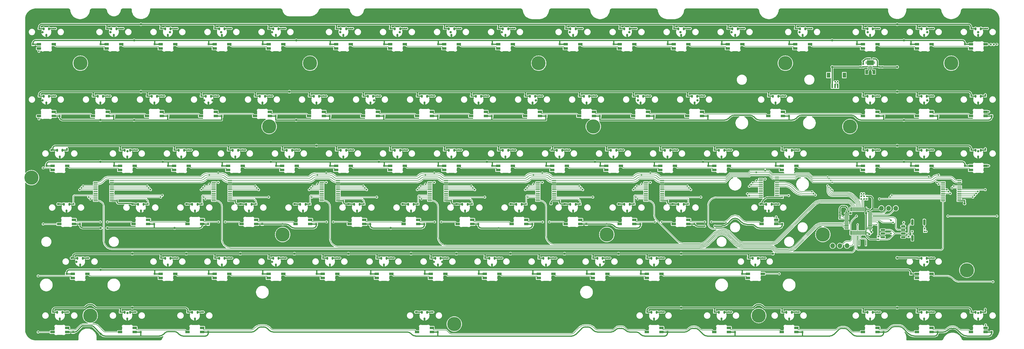
<source format=gbr>
%TF.GenerationSoftware,KiCad,Pcbnew,8.0.6*%
%TF.CreationDate,2025-04-02T20:39:07+07:00*%
%TF.ProjectId,Zellia80,5a656c6c-6961-4383-902e-6b696361645f,rev?*%
%TF.SameCoordinates,Original*%
%TF.FileFunction,Copper,L4,Bot*%
%TF.FilePolarity,Positive*%
%FSLAX46Y46*%
G04 Gerber Fmt 4.6, Leading zero omitted, Abs format (unit mm)*
G04 Created by KiCad (PCBNEW 8.0.6) date 2025-04-02 20:39:07*
%MOMM*%
%LPD*%
G01*
G04 APERTURE LIST*
G04 Aperture macros list*
%AMRoundRect*
0 Rectangle with rounded corners*
0 $1 Rounding radius*
0 $2 $3 $4 $5 $6 $7 $8 $9 X,Y pos of 4 corners*
0 Add a 4 corners polygon primitive as box body*
4,1,4,$2,$3,$4,$5,$6,$7,$8,$9,$2,$3,0*
0 Add four circle primitives for the rounded corners*
1,1,$1+$1,$2,$3*
1,1,$1+$1,$4,$5*
1,1,$1+$1,$6,$7*
1,1,$1+$1,$8,$9*
0 Add four rect primitives between the rounded corners*
20,1,$1+$1,$2,$3,$4,$5,0*
20,1,$1+$1,$4,$5,$6,$7,0*
20,1,$1+$1,$6,$7,$8,$9,0*
20,1,$1+$1,$8,$9,$2,$3,0*%
%AMRotRect*
0 Rectangle, with rotation*
0 The origin of the aperture is its center*
0 $1 length*
0 $2 width*
0 $3 Rotation angle, in degrees counterclockwise*
0 Add horizontal line*
21,1,$1,$2,0,0,$3*%
%AMFreePoly0*
4,1,21,-0.125000,1.200000,0.125000,1.200000,0.125000,1.700000,0.375000,1.700000,0.375000,1.200000,0.825000,1.200000,0.825000,-1.200000,0.375000,-1.200000,0.375000,-1.700000,0.125000,-1.700000,0.125000,-1.200000,-0.125000,-1.200000,-0.125000,-1.700000,-0.375000,-1.700000,-0.375000,-1.200000,-0.825000,-1.200000,-0.825000,1.200000,-0.375000,1.200000,-0.375000,1.700000,-0.125000,1.700000,
-0.125000,1.200000,-0.125000,1.200000,$1*%
G04 Aperture macros list end*
%TA.AperFunction,SMDPad,CuDef*%
%ADD10RoundRect,0.082000X0.718000X-0.328000X0.718000X0.328000X-0.718000X0.328000X-0.718000X-0.328000X0*%
%TD*%
%TA.AperFunction,SMDPad,CuDef*%
%ADD11RoundRect,0.082000X-0.718000X0.328000X-0.718000X-0.328000X0.718000X-0.328000X0.718000X0.328000X0*%
%TD*%
%TA.AperFunction,ComponentPad*%
%ADD12C,0.800000*%
%TD*%
%TA.AperFunction,ComponentPad*%
%ADD13C,5.000000*%
%TD*%
%TA.AperFunction,ComponentPad*%
%ADD14O,1.700000X1.700000*%
%TD*%
%TA.AperFunction,ComponentPad*%
%ADD15R,1.700000X1.700000*%
%TD*%
%TA.AperFunction,SMDPad,CuDef*%
%ADD16R,0.620000X0.560000*%
%TD*%
%TA.AperFunction,SMDPad,CuDef*%
%ADD17R,0.560000X0.620000*%
%TD*%
%TA.AperFunction,SMDPad,CuDef*%
%ADD18RoundRect,0.150000X-0.150000X0.350000X-0.150000X-0.350000X0.150000X-0.350000X0.150000X0.350000X0*%
%TD*%
%TA.AperFunction,SMDPad,CuDef*%
%ADD19R,0.750000X0.800000*%
%TD*%
%TA.AperFunction,SMDPad,CuDef*%
%ADD20RotRect,0.560000X0.620000X135.000000*%
%TD*%
%TA.AperFunction,SMDPad,CuDef*%
%ADD21R,0.600000X1.550000*%
%TD*%
%TA.AperFunction,SMDPad,CuDef*%
%ADD22R,1.200000X1.800000*%
%TD*%
%TA.AperFunction,SMDPad,CuDef*%
%ADD23RoundRect,0.075000X0.662500X-0.075000X0.662500X0.075000X-0.662500X0.075000X-0.662500X-0.075000X0*%
%TD*%
%TA.AperFunction,SMDPad,CuDef*%
%ADD24RoundRect,0.075000X0.075000X-0.662500X0.075000X0.662500X-0.075000X0.662500X-0.075000X-0.662500X0*%
%TD*%
%TA.AperFunction,SMDPad,CuDef*%
%ADD25RotRect,0.560000X0.620000X225.000000*%
%TD*%
%TA.AperFunction,SMDPad,CuDef*%
%ADD26RoundRect,0.100000X-0.637500X-0.100000X0.637500X-0.100000X0.637500X0.100000X-0.637500X0.100000X0*%
%TD*%
%TA.AperFunction,SMDPad,CuDef*%
%ADD27RoundRect,0.135000X0.135000X0.185000X-0.135000X0.185000X-0.135000X-0.185000X0.135000X-0.185000X0*%
%TD*%
%TA.AperFunction,ComponentPad*%
%ADD28C,0.500000*%
%TD*%
%TA.AperFunction,SMDPad,CuDef*%
%ADD29FreePoly0,90.000000*%
%TD*%
%TA.AperFunction,SMDPad,CuDef*%
%ADD30RoundRect,0.060000X0.060000X-0.240000X0.060000X0.240000X-0.060000X0.240000X-0.060000X-0.240000X0*%
%TD*%
%TA.AperFunction,SMDPad,CuDef*%
%ADD31RoundRect,0.135000X0.185000X-0.135000X0.185000X0.135000X-0.185000X0.135000X-0.185000X-0.135000X0*%
%TD*%
%TA.AperFunction,SMDPad,CuDef*%
%ADD32RotRect,0.560000X0.620000X315.000000*%
%TD*%
%TA.AperFunction,SMDPad,CuDef*%
%ADD33RoundRect,0.200000X0.200000X0.800000X-0.200000X0.800000X-0.200000X-0.800000X0.200000X-0.800000X0*%
%TD*%
%TA.AperFunction,SMDPad,CuDef*%
%ADD34RoundRect,0.150000X-0.650000X-0.150000X0.650000X-0.150000X0.650000X0.150000X-0.650000X0.150000X0*%
%TD*%
%TA.AperFunction,SMDPad,CuDef*%
%ADD35R,1.000000X1.500000*%
%TD*%
%TA.AperFunction,SMDPad,CuDef*%
%ADD36R,0.400000X1.900000*%
%TD*%
%TA.AperFunction,SMDPad,CuDef*%
%ADD37RoundRect,0.140000X-0.140000X-0.170000X0.140000X-0.170000X0.140000X0.170000X-0.140000X0.170000X0*%
%TD*%
%TA.AperFunction,ViaPad*%
%ADD38C,0.800000*%
%TD*%
%TA.AperFunction,ViaPad*%
%ADD39C,0.600000*%
%TD*%
%TA.AperFunction,ViaPad*%
%ADD40C,0.500000*%
%TD*%
%TA.AperFunction,Conductor*%
%ADD41C,0.400000*%
%TD*%
%TA.AperFunction,Conductor*%
%ADD42C,0.300000*%
%TD*%
%TA.AperFunction,Conductor*%
%ADD43C,0.200000*%
%TD*%
G04 APERTURE END LIST*
D10*
%TO.P,RGBF5,1,VDD*%
%TO.N,+5V*%
X78800000Y-29642500D03*
%TO.P,RGBF5,2,DOUT*%
%TO.N,Net-(RGBF5-DOUT)*%
X78800000Y-28142500D03*
%TO.P,RGBF5,3,VSS*%
%TO.N,GND*%
X73600000Y-28142500D03*
%TO.P,RGBF5,4,DIN*%
%TO.N,Net-(RGBF4-DOUT)*%
X73600000Y-29642500D03*
%TD*%
%TO.P,RGBF13,1,VDD*%
%TO.N,+5V*%
X231200000Y-29642500D03*
%TO.P,RGBF13,2,DOUT*%
%TO.N,Net-(RGBF13-DOUT)*%
X231200000Y-28142500D03*
%TO.P,RGBF13,3,VSS*%
%TO.N,GND*%
X226000000Y-28142500D03*
%TO.P,RGBF13,4,DIN*%
%TO.N,Net-(RGBF12-DOUT)*%
X226000000Y-29642500D03*
%TD*%
D11*
%TO.P,RGB16,1,VDD*%
%TO.N,+5V*%
X-2600000Y-4329999D03*
%TO.P,RGB16,2,DOUT*%
%TO.N,Net-(RGB16-DOUT)*%
X-2600000Y-5829999D03*
%TO.P,RGB16,3,VSS*%
%TO.N,GND*%
X2600000Y-5829999D03*
%TO.P,RGB16,4,DIN*%
%TO.N,Net-(RGB16-DIN)*%
X2600000Y-4329999D03*
%TD*%
%TO.P,RGB34,1,VDD*%
%TO.N,+5V*%
X326012500Y-47192499D03*
%TO.P,RGB34,2,DOUT*%
%TO.N,Net-(RGB33-DIN)*%
X326012500Y-48692499D03*
%TO.P,RGB34,3,VSS*%
%TO.N,GND*%
X331212500Y-48692499D03*
%TO.P,RGB34,4,DIN*%
%TO.N,Net-(RGB34-DIN)*%
X331212500Y-47192499D03*
%TD*%
D10*
%TO.P,RGBF7,1,VDD*%
%TO.N,+5V*%
X116900000Y-29642500D03*
%TO.P,RGBF7,2,DOUT*%
%TO.N,Net-(RGBF7-DOUT)*%
X116900000Y-28142500D03*
%TO.P,RGBF7,3,VSS*%
%TO.N,GND*%
X111700000Y-28142500D03*
%TO.P,RGBF7,4,DIN*%
%TO.N,Net-(RGBF6-DOUT)*%
X111700000Y-29642500D03*
%TD*%
%TO.P,RGBF24,1,VDD*%
%TO.N,+5V*%
X131187500Y-67742500D03*
%TO.P,RGBF24,2,DOUT*%
%TO.N,Net-(RGBF24-DOUT)*%
X131187500Y-66242500D03*
%TO.P,RGBF24,3,VSS*%
%TO.N,GND*%
X125987500Y-66242500D03*
%TO.P,RGBF24,4,DIN*%
%TO.N,Net-(RGBF23-DOUT)*%
X125987500Y-67742500D03*
%TD*%
D11*
%TO.P,RGB48,1,VDD*%
%TO.N,+5V*%
X9306250Y-85292499D03*
%TO.P,RGB48,2,DOUT*%
%TO.N,Net-(RGB48-DOUT)*%
X9306250Y-86792499D03*
%TO.P,RGB48,3,VSS*%
%TO.N,GND*%
X14506250Y-86792499D03*
%TO.P,RGB48,4,DIN*%
%TO.N,Net-(RGB47-DOUT)*%
X14506250Y-85292499D03*
%TD*%
%TO.P,RGB21,1,VDD*%
%TO.N,+5V*%
X102175000Y-47192499D03*
%TO.P,RGB21,2,DOUT*%
%TO.N,Net-(RGB20-DIN)*%
X102175000Y-48692499D03*
%TO.P,RGB21,3,VSS*%
%TO.N,GND*%
X107375000Y-48692499D03*
%TO.P,RGB21,4,DIN*%
%TO.N,Net-(RGB21-DIN)*%
X107375000Y-47192499D03*
%TD*%
%TO.P,RGB28,1,VDD*%
%TO.N,+5V*%
X197425000Y-47192499D03*
%TO.P,RGB28,2,DOUT*%
%TO.N,Net-(RGB25-DIN)*%
X197425000Y-48692499D03*
%TO.P,RGB28,3,VSS*%
%TO.N,GND*%
X202625000Y-48692499D03*
%TO.P,RGB28,4,DIN*%
%TO.N,Net-(RGB28-DIN)*%
X202625000Y-47192499D03*
%TD*%
%TO.P,RGB42,1,VDD*%
%TO.N,+5V*%
X135512500Y-85292499D03*
%TO.P,RGB42,2,DOUT*%
%TO.N,Net-(RGB42-DOUT)*%
X135512500Y-86792499D03*
%TO.P,RGB42,3,VSS*%
%TO.N,GND*%
X140712500Y-86792499D03*
%TO.P,RGB42,4,DIN*%
%TO.N,Net-(RGB41-DOUT)*%
X140712500Y-85292499D03*
%TD*%
%TO.P,RGB31,1,VDD*%
%TO.N,+5V*%
X259337500Y-47192499D03*
%TO.P,RGB31,2,DOUT*%
%TO.N,Net-(RGB30-DIN)*%
X259337500Y-48692499D03*
%TO.P,RGB31,3,VSS*%
%TO.N,GND*%
X264537500Y-48692499D03*
%TO.P,RGB31,4,DIN*%
%TO.N,Net-(RGB31-DIN)*%
X264537500Y-47192499D03*
%TD*%
D10*
%TO.P,RGBF33,1,VDD*%
%TO.N,+5V*%
X331212500Y-105842500D03*
%TO.P,RGBF33,2,DOUT*%
%TO.N,Net-(RGB52-DIN)*%
X331212500Y-104342500D03*
%TO.P,RGBF33,3,VSS*%
%TO.N,GND*%
X326012500Y-104342500D03*
%TO.P,RGBF33,4,DIN*%
%TO.N,Net-(RGBF32-DOUT)*%
X326012500Y-105842500D03*
%TD*%
%TO.P,RGBF34,1,VDD*%
%TO.N,+5V*%
X216912500Y-105842500D03*
%TO.P,RGBF34,2,DOUT*%
%TO.N,Net-(RGBF34-DOUT)*%
X216912500Y-104342500D03*
%TO.P,RGBF34,3,VSS*%
%TO.N,GND*%
X211712500Y-104342500D03*
%TO.P,RGBF34,4,DIN*%
%TO.N,Net-(RGBF34-DIN)*%
X211712500Y-105842500D03*
%TD*%
D11*
%TO.P,RGB37,1,VDD*%
%TO.N,+5V*%
X247431250Y-85292499D03*
%TO.P,RGB37,2,DOUT*%
%TO.N,Net-(RGB37-DOUT)*%
X247431250Y-86792499D03*
%TO.P,RGB37,3,VSS*%
%TO.N,GND*%
X252631250Y-86792499D03*
%TO.P,RGB37,4,DIN*%
%TO.N,Net-(RGB37-DIN)*%
X252631250Y-85292499D03*
%TD*%
D12*
%TO.P,H16,1*%
%TO.N,N/C*%
X275718750Y-71437500D03*
X275169575Y-72763325D03*
X275169575Y-70111675D03*
X273843750Y-73312500D03*
D13*
X273843750Y-71437500D03*
D12*
X273843750Y-69562500D03*
X272517925Y-72763325D03*
X272517925Y-70111675D03*
X271968750Y-71437500D03*
%TD*%
%TO.P,H13,1*%
%TO.N,N/C*%
X320962122Y-11000010D03*
X320412947Y-12325835D03*
X320412947Y-9674185D03*
X319087122Y-12875010D03*
D13*
X319087122Y-11000010D03*
D12*
X319087122Y-9125010D03*
X317761297Y-12325835D03*
X317761297Y-9674185D03*
X317212122Y-11000010D03*
%TD*%
%TO.P,H14,1*%
%TO.N,N/C*%
X17352747Y-100012510D03*
X16803572Y-101338335D03*
X16803572Y-98686685D03*
X15477747Y-101887510D03*
D13*
X15477747Y-100012510D03*
D12*
X15477747Y-98137510D03*
X14151922Y-101338335D03*
X14151922Y-98686685D03*
X13602747Y-100012510D03*
%TD*%
D10*
%TO.P,RGBF32,1,VDD*%
%TO.N,+5V*%
X312162500Y-105842500D03*
%TO.P,RGBF32,2,DOUT*%
%TO.N,Net-(RGBF32-DOUT)*%
X312162500Y-104342500D03*
%TO.P,RGBF32,3,VSS*%
%TO.N,GND*%
X306962500Y-104342500D03*
%TO.P,RGBF32,4,DIN*%
%TO.N,Net-(RGBF31-DOUT)*%
X306962500Y-105842500D03*
%TD*%
D11*
%TO.P,RGB15,1,VDD*%
%TO.N,+5V*%
X102175000Y-4329999D03*
%TO.P,RGB15,2,DOUT*%
%TO.N,Net-(RGB14-DIN)*%
X102175000Y-5829999D03*
%TO.P,RGB15,3,VSS*%
%TO.N,GND*%
X107375000Y-5829999D03*
%TO.P,RGB15,4,DIN*%
%TO.N,Net-(RGB15-DIN)*%
X107375000Y-4329999D03*
%TD*%
D10*
%TO.P,RGBF26,1,VDD*%
%TO.N,+5V*%
X169287500Y-67742500D03*
%TO.P,RGBF26,2,DOUT*%
%TO.N,Net-(RGBF26-DOUT)*%
X169287500Y-66242500D03*
%TO.P,RGBF26,3,VSS*%
%TO.N,GND*%
X164087500Y-66242500D03*
%TO.P,RGBF26,4,DIN*%
%TO.N,Net-(RGBF25-DOUT)*%
X164087500Y-67742500D03*
%TD*%
D12*
%TO.P,H11,1*%
%TO.N,N/C*%
X194756250Y-33337500D03*
X194207075Y-34663325D03*
X194207075Y-32011675D03*
X192881250Y-35212500D03*
D13*
X192881250Y-33337500D03*
D12*
X192881250Y-31462500D03*
X191555425Y-34663325D03*
X191555425Y-32011675D03*
X191006250Y-33337500D03*
%TD*%
D11*
%TO.P,RGB23,1,VDD*%
%TO.N,+5V*%
X140275000Y-47192499D03*
%TO.P,RGB23,2,DOUT*%
%TO.N,Net-(RGB22-DIN)*%
X140275000Y-48692499D03*
%TO.P,RGB23,3,VSS*%
%TO.N,GND*%
X145475000Y-48692499D03*
%TO.P,RGB23,4,DIN*%
%TO.N,Net-(RGB23-DIN)*%
X145475000Y-47192499D03*
%TD*%
%TO.P,RGB47,1,VDD*%
%TO.N,+5V*%
X40262500Y-85292499D03*
%TO.P,RGB47,2,DOUT*%
%TO.N,Net-(RGB47-DOUT)*%
X40262500Y-86792499D03*
%TO.P,RGB47,3,VSS*%
%TO.N,GND*%
X45462500Y-86792499D03*
%TO.P,RGB47,4,DIN*%
%TO.N,Net-(RGB46-DOUT)*%
X45462500Y-85292499D03*
%TD*%
D10*
%TO.P,RGBF4,1,VDD*%
%TO.N,+5V*%
X59750000Y-29642500D03*
%TO.P,RGBF4,2,DOUT*%
%TO.N,Net-(RGBF4-DOUT)*%
X59750000Y-28142500D03*
%TO.P,RGBF4,3,VSS*%
%TO.N,GND*%
X54550000Y-28142500D03*
%TO.P,RGBF4,4,DIN*%
%TO.N,Net-(RGBF3-DOUT)*%
X54550000Y-29642500D03*
%TD*%
D11*
%TO.P,RGB36,1,VDD*%
%TO.N,+5V*%
X25975000Y-47192499D03*
%TO.P,RGB36,2,DOUT*%
%TO.N,Net-(RGB35-DIN)*%
X25975000Y-48692499D03*
%TO.P,RGB36,3,VSS*%
%TO.N,GND*%
X31175000Y-48692499D03*
%TO.P,RGB36,4,DIN*%
%TO.N,Net-(RGB18-DOUT)*%
X31175000Y-47192499D03*
%TD*%
D12*
%TO.P,H5,1*%
%TO.N,N/C*%
X175487244Y-11000010D03*
X174938069Y-12325835D03*
X174938069Y-9674185D03*
X173612244Y-12875010D03*
D13*
X173612244Y-11000010D03*
D12*
X173612244Y-9125010D03*
X172286419Y-12325835D03*
X172286419Y-9674185D03*
X171737244Y-11000010D03*
%TD*%
D11*
%TO.P,RGB14,1,VDD*%
%TO.N,+5V*%
X78362500Y-4329999D03*
%TO.P,RGB14,2,DOUT*%
%TO.N,Net-(RGB13-DIN)*%
X78362500Y-5829999D03*
%TO.P,RGB14,3,VSS*%
%TO.N,GND*%
X83562500Y-5829999D03*
%TO.P,RGB14,4,DIN*%
%TO.N,Net-(RGB14-DIN)*%
X83562500Y-4329999D03*
%TD*%
D14*
%TO.P,J3,4,Pin_4*%
%TO.N,TX*%
X282373078Y-75409402D03*
%TO.P,J3,3,Pin_3*%
%TO.N,RX*%
X279833078Y-75409402D03*
%TO.P,J3,2,Pin_2*%
%TO.N,+3V3*%
X277293078Y-75409402D03*
D15*
%TO.P,J3,1,Pin_1*%
%TO.N,GND*%
X274753078Y-75409402D03*
%TD*%
D10*
%TO.P,RGBF11,1,VDD*%
%TO.N,+5V*%
X193100000Y-29642500D03*
%TO.P,RGBF11,2,DOUT*%
%TO.N,Net-(RGBF11-DOUT)*%
X193100000Y-28142500D03*
%TO.P,RGBF11,3,VSS*%
%TO.N,GND*%
X187900000Y-28142500D03*
%TO.P,RGBF11,4,DIN*%
%TO.N,Net-(RGBF10-DOUT)*%
X187900000Y-29642500D03*
%TD*%
%TO.P,RGBF23,1,VDD*%
%TO.N,+5V*%
X112137500Y-67742500D03*
%TO.P,RGBF23,2,DOUT*%
%TO.N,Net-(RGBF23-DOUT)*%
X112137500Y-66242500D03*
%TO.P,RGBF23,3,VSS*%
%TO.N,GND*%
X106937500Y-66242500D03*
%TO.P,RGBF23,4,DIN*%
%TO.N,Net-(RGBF22-DOUT)*%
X106937500Y-67742500D03*
%TD*%
%TO.P,RGBF39,1,VDD*%
%TO.N,+5V*%
X54987500Y-105842500D03*
%TO.P,RGBF39,2,DOUT*%
%TO.N,Net-(RGBF39-DOUT)*%
X54987500Y-104342500D03*
%TO.P,RGBF39,3,VSS*%
%TO.N,GND*%
X49787500Y-104342500D03*
%TO.P,RGBF39,4,DIN*%
%TO.N,Net-(RGBF38-DOUT)*%
X49787500Y-105842500D03*
%TD*%
%TO.P,RGBF27,1,VDD*%
%TO.N,+5V*%
X188337500Y-67742500D03*
%TO.P,RGBF27,2,DOUT*%
%TO.N,Net-(RGBF27-DOUT)*%
X188337500Y-66242500D03*
%TO.P,RGBF27,3,VSS*%
%TO.N,GND*%
X183137500Y-66242500D03*
%TO.P,RGBF27,4,DIN*%
%TO.N,Net-(RGBF26-DOUT)*%
X183137500Y-67742500D03*
%TD*%
%TO.P,RGBF2,1,VDD*%
%TO.N,+5V*%
X21650000Y-29642500D03*
%TO.P,RGBF2,2,DOUT*%
%TO.N,Net-(RGBF2-DOUT)*%
X21650000Y-28142500D03*
%TO.P,RGBF2,3,VSS*%
%TO.N,GND*%
X16450000Y-28142500D03*
%TO.P,RGBF2,4,DIN*%
%TO.N,Net-(RGBF1-DOUT)*%
X16450000Y-29642500D03*
%TD*%
D11*
%TO.P,RGB40,1,VDD*%
%TO.N,+5V*%
X173612500Y-85292499D03*
%TO.P,RGB40,2,DOUT*%
%TO.N,Net-(RGB40-DOUT)*%
X173612500Y-86792499D03*
%TO.P,RGB40,3,VSS*%
%TO.N,GND*%
X178812500Y-86792499D03*
%TO.P,RGB40,4,DIN*%
%TO.N,Net-(RGB39-DOUT)*%
X178812500Y-85292499D03*
%TD*%
%TO.P,RGB41,1,VDD*%
%TO.N,+5V*%
X154562500Y-85292499D03*
%TO.P,RGB41,2,DOUT*%
%TO.N,Net-(RGB41-DOUT)*%
X154562500Y-86792499D03*
%TO.P,RGB41,3,VSS*%
%TO.N,GND*%
X159762500Y-86792499D03*
%TO.P,RGB41,4,DIN*%
%TO.N,Net-(RGB40-DOUT)*%
X159762500Y-85292499D03*
%TD*%
D10*
%TO.P,RGBF38,1,VDD*%
%TO.N,+5V*%
X31175000Y-105842500D03*
%TO.P,RGBF38,2,DOUT*%
%TO.N,Net-(RGBF38-DOUT)*%
X31175000Y-104342500D03*
%TO.P,RGBF38,3,VSS*%
%TO.N,GND*%
X25975000Y-104342500D03*
%TO.P,RGBF38,4,DIN*%
%TO.N,Net-(RGBF37-DOUT)*%
X25975000Y-105842500D03*
%TD*%
D11*
%TO.P,RGB29,1,VDD*%
%TO.N,+5V*%
X216475000Y-47192499D03*
%TO.P,RGB29,2,DOUT*%
%TO.N,Net-(RGB28-DIN)*%
X216475000Y-48692499D03*
%TO.P,RGB29,3,VSS*%
%TO.N,GND*%
X221675000Y-48692499D03*
%TO.P,RGB29,4,DIN*%
%TO.N,Net-(RGB29-DIN)*%
X221675000Y-47192499D03*
%TD*%
D10*
%TO.P,RGBF12,1,VDD*%
%TO.N,+5V*%
X212150000Y-29642500D03*
%TO.P,RGBF12,2,DOUT*%
%TO.N,Net-(RGBF12-DOUT)*%
X212150000Y-28142500D03*
%TO.P,RGBF12,3,VSS*%
%TO.N,GND*%
X206950000Y-28142500D03*
%TO.P,RGBF12,4,DIN*%
%TO.N,Net-(RGBF11-DOUT)*%
X206950000Y-29642500D03*
%TD*%
D11*
%TO.P,RGB24,1,VDD*%
%TO.N,+5V*%
X159325000Y-47192499D03*
%TO.P,RGB24,2,DOUT*%
%TO.N,Net-(RGB23-DIN)*%
X159325000Y-48692499D03*
%TO.P,RGB24,3,VSS*%
%TO.N,GND*%
X164525000Y-48692499D03*
%TO.P,RGB24,4,DIN*%
%TO.N,Net-(RGB24-DIN)*%
X164525000Y-47192499D03*
%TD*%
%TO.P,RGB39,1,VDD*%
%TO.N,+5V*%
X192662500Y-85292499D03*
%TO.P,RGB39,2,DOUT*%
%TO.N,Net-(RGB39-DOUT)*%
X192662500Y-86792499D03*
%TO.P,RGB39,3,VSS*%
%TO.N,GND*%
X197862500Y-86792499D03*
%TO.P,RGB39,4,DIN*%
%TO.N,Net-(RGB38-DOUT)*%
X197862500Y-85292499D03*
%TD*%
D12*
%TO.P,H4,1*%
%TO.N,N/C*%
X-3362878Y-51387510D03*
X-3912053Y-52713335D03*
X-3912053Y-50061685D03*
X-5237878Y-53262510D03*
D13*
X-5237878Y-51387510D03*
D12*
X-5237878Y-49512510D03*
X-6563703Y-52713335D03*
X-6563703Y-50061685D03*
X-7112878Y-51387510D03*
%TD*%
D14*
%TO.P,J4,4,Pin_4*%
%TO.N,+3V3*%
X294475293Y-62175020D03*
%TO.P,J4,3,Pin_3*%
%TO.N,SWDIO*%
X297015293Y-62175020D03*
%TO.P,J4,2,Pin_2*%
%TO.N,SWCLK*%
X299555293Y-62175020D03*
D15*
%TO.P,J4,1,Pin_1*%
%TO.N,GND*%
X302095293Y-62175020D03*
%TD*%
D10*
%TO.P,RGBF14,1,VDD*%
%TO.N,+5V*%
X259775000Y-29642500D03*
%TO.P,RGBF14,2,DOUT*%
%TO.N,Net-(RGBF14-DOUT)*%
X259775000Y-28142500D03*
%TO.P,RGBF14,3,VSS*%
%TO.N,GND*%
X254575000Y-28142500D03*
%TO.P,RGBF14,4,DIN*%
%TO.N,Net-(RGBF13-DOUT)*%
X254575000Y-29642500D03*
%TD*%
D11*
%TO.P,RGB32,1,VDD*%
%TO.N,+5V*%
X287912500Y-47192499D03*
%TO.P,RGB32,2,DOUT*%
%TO.N,Net-(RGB31-DIN)*%
X287912500Y-48692499D03*
%TO.P,RGB32,3,VSS*%
%TO.N,GND*%
X293112500Y-48692499D03*
%TO.P,RGB32,4,DIN*%
%TO.N,Net-(RGB32-DIN)*%
X293112500Y-47192499D03*
%TD*%
D10*
%TO.P,RGBF19,1,VDD*%
%TO.N,+5V*%
X35937500Y-67742500D03*
%TO.P,RGBF19,2,DOUT*%
%TO.N,Net-(RGBF19-DOUT)*%
X35937500Y-66242500D03*
%TO.P,RGBF19,3,VSS*%
%TO.N,GND*%
X30737500Y-66242500D03*
%TO.P,RGBF19,4,DIN*%
%TO.N,Net-(RGBF18-DOUT)*%
X30737500Y-67742500D03*
%TD*%
D11*
%TO.P,RGB12,1,VDD*%
%TO.N,+5V*%
X40262500Y-4329999D03*
%TO.P,RGB12,2,DOUT*%
%TO.N,Net-(RGB12-DOUT)*%
X40262500Y-5829999D03*
%TO.P,RGB12,3,VSS*%
%TO.N,GND*%
X45462500Y-5829999D03*
%TO.P,RGB12,4,DIN*%
%TO.N,Net-(RGB12-DIN)*%
X45462500Y-4329999D03*
%TD*%
D10*
%TO.P,RGBF20,1,VDD*%
%TO.N,+5V*%
X54987500Y-67742500D03*
%TO.P,RGBF20,2,DOUT*%
%TO.N,Net-(RGBF20-DOUT)*%
X54987500Y-66242500D03*
%TO.P,RGBF20,3,VSS*%
%TO.N,GND*%
X49787500Y-66242500D03*
%TO.P,RGBF20,4,DIN*%
%TO.N,Net-(RGBF19-DOUT)*%
X49787500Y-67742500D03*
%TD*%
D11*
%TO.P,RGB1,1,VDD*%
%TO.N,+5V*%
X326012500Y-4329999D03*
%TO.P,RGB1,2,DOUT*%
%TO.N,Net-(RGB1-DOUT)*%
X326012500Y-5829999D03*
%TO.P,RGB1,3,VSS*%
%TO.N,GND*%
X331212500Y-5829999D03*
%TO.P,RGB1,4,DIN*%
%TO.N,RGB In*%
X331212500Y-4329999D03*
%TD*%
%TO.P,RGB17,1,VDD*%
%TO.N,+5V*%
X21212500Y-4329999D03*
%TO.P,RGB17,2,DOUT*%
%TO.N,Net-(RGB16-DIN)*%
X21212500Y-5829999D03*
%TO.P,RGB17,3,VSS*%
%TO.N,GND*%
X26412500Y-5829999D03*
%TO.P,RGB17,4,DIN*%
%TO.N,Net-(RGB12-DOUT)*%
X26412500Y-4329999D03*
%TD*%
D12*
%TO.P,H10,1*%
%TO.N,N/C*%
X285243750Y-33337500D03*
X284694575Y-34663325D03*
X284694575Y-32011675D03*
X283368750Y-35212500D03*
D13*
X283368750Y-33337500D03*
D12*
X283368750Y-31462500D03*
X282042925Y-34663325D03*
X282042925Y-32011675D03*
X281493750Y-33337500D03*
%TD*%
%TO.P,H1,1*%
%TO.N,N/C*%
X94874244Y-11000010D03*
X94325069Y-12325835D03*
X94325069Y-9674185D03*
X92999244Y-12875010D03*
D13*
X92999244Y-11000010D03*
D12*
X92999244Y-9125010D03*
X91673419Y-12325835D03*
X91673419Y-9674185D03*
X91124244Y-11000010D03*
%TD*%
D10*
%TO.P,RGBF21,1,VDD*%
%TO.N,+5V*%
X74037500Y-67742500D03*
%TO.P,RGBF21,2,DOUT*%
%TO.N,Net-(RGBF21-DOUT)*%
X74037500Y-66242500D03*
%TO.P,RGBF21,3,VSS*%
%TO.N,GND*%
X68837500Y-66242500D03*
%TO.P,RGBF21,4,DIN*%
%TO.N,Net-(RGBF20-DOUT)*%
X68837500Y-67742500D03*
%TD*%
D12*
%TO.P,H18,1*%
%TO.N,N/C*%
X199518750Y-71437500D03*
X198969575Y-72763325D03*
X198969575Y-70111675D03*
X197643750Y-73312500D03*
D13*
X197643750Y-71437500D03*
D12*
X197643750Y-69562500D03*
X196317925Y-72763325D03*
X196317925Y-70111675D03*
X195768750Y-71437500D03*
%TD*%
D10*
%TO.P,RGBF28,1,VDD*%
%TO.N,+5V*%
X207387500Y-67742500D03*
%TO.P,RGBF28,2,DOUT*%
%TO.N,Net-(RGBF28-DOUT)*%
X207387500Y-66242500D03*
%TO.P,RGBF28,3,VSS*%
%TO.N,GND*%
X202187500Y-66242500D03*
%TO.P,RGBF28,4,DIN*%
%TO.N,Net-(RGBF27-DOUT)*%
X202187500Y-67742500D03*
%TD*%
D11*
%TO.P,RGB20,1,VDD*%
%TO.N,+5V*%
X83125000Y-47192499D03*
%TO.P,RGB20,2,DOUT*%
%TO.N,Net-(RGB19-DIN)*%
X83125000Y-48692499D03*
%TO.P,RGB20,3,VSS*%
%TO.N,GND*%
X88325000Y-48692499D03*
%TO.P,RGB20,4,DIN*%
%TO.N,Net-(RGB20-DIN)*%
X88325000Y-47192499D03*
%TD*%
%TO.P,RGB7,1,VDD*%
%TO.N,+5V*%
X240287500Y-4329999D03*
%TO.P,RGB7,2,DOUT*%
%TO.N,Net-(RGB6-DIN)*%
X240287500Y-5829999D03*
%TO.P,RGB7,3,VSS*%
%TO.N,GND*%
X245487500Y-5829999D03*
%TO.P,RGB7,4,DIN*%
%TO.N,Net-(RGB4-DOUT)*%
X245487500Y-4329999D03*
%TD*%
D10*
%TO.P,RGBF37,1,VDD*%
%TO.N,+5V*%
X7362500Y-105842500D03*
%TO.P,RGBF37,2,DOUT*%
%TO.N,Net-(RGBF37-DOUT)*%
X7362500Y-104342500D03*
%TO.P,RGBF37,3,VSS*%
%TO.N,GND*%
X2162500Y-104342500D03*
%TO.P,RGBF37,4,DIN*%
%TO.N,Net-(RGB48-DOUT)*%
X2162500Y-105842500D03*
%TD*%
D11*
%TO.P,RGB38,1,VDD*%
%TO.N,+5V*%
X211712500Y-85292499D03*
%TO.P,RGB38,2,DOUT*%
%TO.N,Net-(RGB38-DOUT)*%
X211712500Y-86792499D03*
%TO.P,RGB38,3,VSS*%
%TO.N,GND*%
X216912500Y-86792499D03*
%TO.P,RGB38,4,DIN*%
%TO.N,Net-(RGB37-DOUT)*%
X216912500Y-85292499D03*
%TD*%
%TO.P,RGB52,1,VDD*%
%TO.N,+5V*%
X306962500Y-85292499D03*
%TO.P,RGB52,2,DOUT*%
%TO.N,unconnected-(RGB52-DOUT-Pad2)*%
X306962500Y-86792499D03*
%TO.P,RGB52,3,VSS*%
%TO.N,GND*%
X312162500Y-86792499D03*
%TO.P,RGB52,4,DIN*%
%TO.N,Net-(RGB52-DIN)*%
X312162500Y-85292499D03*
%TD*%
D10*
%TO.P,RGBF9,1,VDD*%
%TO.N,+5V*%
X155000000Y-29642500D03*
%TO.P,RGBF9,2,DOUT*%
%TO.N,Net-(RGBF10-DIN)*%
X155000000Y-28142500D03*
%TO.P,RGBF9,3,VSS*%
%TO.N,GND*%
X149800000Y-28142500D03*
%TO.P,RGBF9,4,DIN*%
%TO.N,Net-(RGBF8-DOUT)*%
X149800000Y-29642500D03*
%TD*%
%TO.P,RGBF30,1,VDD*%
%TO.N,+5V*%
X257393750Y-67742500D03*
%TO.P,RGBF30,2,DOUT*%
%TO.N,Net-(RGB37-DIN)*%
X257393750Y-66242500D03*
%TO.P,RGBF30,3,VSS*%
%TO.N,GND*%
X252193750Y-66242500D03*
%TO.P,RGBF30,4,DIN*%
%TO.N,Net-(RGBF29-DOUT)*%
X252193750Y-67742500D03*
%TD*%
%TO.P,RGBF36,1,VDD*%
%TO.N,+5V*%
X264537500Y-105842500D03*
%TO.P,RGBF36,2,DOUT*%
%TO.N,Net-(RGBF31-DIN)*%
X264537500Y-104342500D03*
%TO.P,RGBF36,3,VSS*%
%TO.N,GND*%
X259337500Y-104342500D03*
%TO.P,RGBF36,4,DIN*%
%TO.N,Net-(RGBF35-DOUT)*%
X259337500Y-105842500D03*
%TD*%
D11*
%TO.P,RGB6,1,VDD*%
%TO.N,+5V*%
X221237500Y-4329999D03*
%TO.P,RGB6,2,DOUT*%
%TO.N,Net-(RGB5-DIN)*%
X221237500Y-5829999D03*
%TO.P,RGB6,3,VSS*%
%TO.N,GND*%
X226437500Y-5829999D03*
%TO.P,RGB6,4,DIN*%
%TO.N,Net-(RGB6-DIN)*%
X226437500Y-4329999D03*
%TD*%
%TO.P,RGB11,1,VDD*%
%TO.N,+5V*%
X183137500Y-4329999D03*
%TO.P,RGB11,2,DOUT*%
%TO.N,Net-(RGB10-DIN)*%
X183137500Y-5829999D03*
%TO.P,RGB11,3,VSS*%
%TO.N,GND*%
X188337500Y-5829999D03*
%TO.P,RGB11,4,DIN*%
%TO.N,Net-(RGB11-DIN)*%
X188337500Y-4329999D03*
%TD*%
%TO.P,RGB33,1,VDD*%
%TO.N,+5V*%
X306962500Y-47192499D03*
%TO.P,RGB33,2,DOUT*%
%TO.N,Net-(RGB32-DIN)*%
X306962500Y-48692499D03*
%TO.P,RGB33,3,VSS*%
%TO.N,GND*%
X312162500Y-48692499D03*
%TO.P,RGB33,4,DIN*%
%TO.N,Net-(RGB33-DIN)*%
X312162500Y-47192499D03*
%TD*%
%TO.P,RGB10,1,VDD*%
%TO.N,+5V*%
X159325000Y-4329999D03*
%TO.P,RGB10,2,DOUT*%
%TO.N,Net-(RGB10-DOUT)*%
X159325000Y-5829999D03*
%TO.P,RGB10,3,VSS*%
%TO.N,GND*%
X164525000Y-5829999D03*
%TO.P,RGB10,4,DIN*%
%TO.N,Net-(RGB10-DIN)*%
X164525000Y-4329999D03*
%TD*%
D10*
%TO.P,RGBF35,1,VDD*%
%TO.N,+5V*%
X240725000Y-105842500D03*
%TO.P,RGBF35,2,DOUT*%
%TO.N,Net-(RGBF35-DOUT)*%
X240725000Y-104342500D03*
%TO.P,RGBF35,3,VSS*%
%TO.N,GND*%
X235525000Y-104342500D03*
%TO.P,RGBF35,4,DIN*%
%TO.N,Net-(RGBF34-DOUT)*%
X235525000Y-105842500D03*
%TD*%
%TO.P,RGBF16,1,VDD*%
%TO.N,+5V*%
X312162500Y-29642500D03*
%TO.P,RGBF16,2,DOUT*%
%TO.N,Net-(RGBF16-DOUT)*%
X312162500Y-28142500D03*
%TO.P,RGBF16,3,VSS*%
%TO.N,GND*%
X306962500Y-28142500D03*
%TO.P,RGBF16,4,DIN*%
%TO.N,Net-(RGBF15-DOUT)*%
X306962500Y-29642500D03*
%TD*%
D11*
%TO.P,RGB45,1,VDD*%
%TO.N,+5V*%
X78362500Y-85292499D03*
%TO.P,RGB45,2,DOUT*%
%TO.N,Net-(RGB45-DOUT)*%
X78362500Y-86792499D03*
%TO.P,RGB45,3,VSS*%
%TO.N,GND*%
X83562500Y-86792499D03*
%TO.P,RGB45,4,DIN*%
%TO.N,Net-(RGB44-DOUT)*%
X83562500Y-85292499D03*
%TD*%
%TO.P,RGB5,1,VDD*%
%TO.N,+5V*%
X202187500Y-4329999D03*
%TO.P,RGB5,2,DOUT*%
%TO.N,Net-(RGB11-DIN)*%
X202187500Y-5829999D03*
%TO.P,RGB5,3,VSS*%
%TO.N,GND*%
X207387500Y-5829999D03*
%TO.P,RGB5,4,DIN*%
%TO.N,Net-(RGB5-DIN)*%
X207387500Y-4329999D03*
%TD*%
D12*
%TO.P,H12,1*%
%TO.N,N/C*%
X13874244Y-11000010D03*
X13325069Y-12325835D03*
X13325069Y-9674185D03*
X11999244Y-12875010D03*
D13*
X11999244Y-11000010D03*
D12*
X11999244Y-9125010D03*
X10673419Y-12325835D03*
X10673419Y-9674185D03*
X10124244Y-11000010D03*
%TD*%
D10*
%TO.P,RGBF18,1,VDD*%
%TO.N,+5V*%
X9743750Y-67742500D03*
%TO.P,RGBF18,2,DOUT*%
%TO.N,Net-(RGBF18-DOUT)*%
X9743750Y-66242500D03*
%TO.P,RGBF18,3,VSS*%
%TO.N,GND*%
X4543750Y-66242500D03*
%TO.P,RGBF18,4,DIN*%
%TO.N,Net-(RGB35-DOUT)*%
X4543750Y-67742500D03*
%TD*%
D12*
%TO.P,H17,1*%
%TO.N,N/C*%
X80456250Y-33337500D03*
X79907075Y-34663325D03*
X79907075Y-32011675D03*
X78581250Y-35212500D03*
D13*
X78581250Y-33337500D03*
D12*
X78581250Y-31462500D03*
X77255425Y-34663325D03*
X77255425Y-32011675D03*
X76706250Y-33337500D03*
%TD*%
D11*
%TO.P,RGB3,1,VDD*%
%TO.N,+5V*%
X287912500Y-4329999D03*
%TO.P,RGB3,2,DOUT*%
%TO.N,Net-(RGB3-DOUT)*%
X287912500Y-5829999D03*
%TO.P,RGB3,3,VSS*%
%TO.N,GND*%
X293112500Y-5829999D03*
%TO.P,RGB3,4,DIN*%
%TO.N,Net-(RGB2-DOUT)*%
X293112500Y-4329999D03*
%TD*%
D12*
%TO.P,H2,1*%
%TO.N,N/C*%
X262487244Y-11000010D03*
X261938069Y-12325835D03*
X261938069Y-9674185D03*
X260612244Y-12875010D03*
D13*
X260612244Y-11000010D03*
D12*
X260612244Y-9125010D03*
X259286419Y-12325835D03*
X259286419Y-9674185D03*
X258737244Y-11000010D03*
%TD*%
D10*
%TO.P,RGBF8,1,VDD*%
%TO.N,+5V*%
X135950000Y-29642500D03*
%TO.P,RGBF8,2,DOUT*%
%TO.N,Net-(RGBF8-DOUT)*%
X135950000Y-28142500D03*
%TO.P,RGBF8,3,VSS*%
%TO.N,GND*%
X130750000Y-28142500D03*
%TO.P,RGBF8,4,DIN*%
%TO.N,Net-(RGBF7-DOUT)*%
X130750000Y-29642500D03*
%TD*%
D11*
%TO.P,RGB30,1,VDD*%
%TO.N,+5V*%
X235525000Y-47192499D03*
%TO.P,RGB30,2,DOUT*%
%TO.N,Net-(RGB29-DIN)*%
X235525000Y-48692499D03*
%TO.P,RGB30,3,VSS*%
%TO.N,GND*%
X240725000Y-48692499D03*
%TO.P,RGB30,4,DIN*%
%TO.N,Net-(RGB30-DIN)*%
X240725000Y-47192499D03*
%TD*%
%TO.P,RGB4,1,VDD*%
%TO.N,+5V*%
X264100000Y-4329999D03*
%TO.P,RGB4,2,DOUT*%
%TO.N,Net-(RGB4-DOUT)*%
X264100000Y-5829999D03*
%TO.P,RGB4,3,VSS*%
%TO.N,GND*%
X269300000Y-5829999D03*
%TO.P,RGB4,4,DIN*%
%TO.N,Net-(RGB3-DOUT)*%
X269300000Y-4329999D03*
%TD*%
%TO.P,RGB35,1,VDD*%
%TO.N,+5V*%
X2162500Y-47192499D03*
%TO.P,RGB35,2,DOUT*%
%TO.N,Net-(RGB35-DOUT)*%
X2162500Y-48692499D03*
%TO.P,RGB35,3,VSS*%
%TO.N,GND*%
X7362500Y-48692499D03*
%TO.P,RGB35,4,DIN*%
%TO.N,Net-(RGB35-DIN)*%
X7362500Y-47192499D03*
%TD*%
D10*
%TO.P,RGBF6,1,VDD*%
%TO.N,+5V*%
X97850000Y-29642500D03*
%TO.P,RGBF6,2,DOUT*%
%TO.N,Net-(RGBF6-DOUT)*%
X97850000Y-28142500D03*
%TO.P,RGBF6,3,VSS*%
%TO.N,GND*%
X92650000Y-28142500D03*
%TO.P,RGBF6,4,DIN*%
%TO.N,Net-(RGBF5-DOUT)*%
X92650000Y-29642500D03*
%TD*%
D11*
%TO.P,RGB44,1,VDD*%
%TO.N,+5V*%
X97412500Y-85292499D03*
%TO.P,RGB44,2,DOUT*%
%TO.N,Net-(RGB44-DOUT)*%
X97412500Y-86792499D03*
%TO.P,RGB44,3,VSS*%
%TO.N,GND*%
X102612500Y-86792499D03*
%TO.P,RGB44,4,DIN*%
%TO.N,Net-(RGB43-DOUT)*%
X102612500Y-85292499D03*
%TD*%
D12*
%TO.P,H3,1*%
%TO.N,N/C*%
X85218750Y-71437500D03*
X84669575Y-72763325D03*
X84669575Y-70111675D03*
X83343750Y-73312500D03*
D13*
X83343750Y-71437500D03*
D12*
X83343750Y-69562500D03*
X82017925Y-72763325D03*
X82017925Y-70111675D03*
X81468750Y-71437500D03*
%TD*%
D10*
%TO.P,RGBF15,1,VDD*%
%TO.N,+5V*%
X293112500Y-29642500D03*
%TO.P,RGBF15,2,DOUT*%
%TO.N,Net-(RGBF15-DOUT)*%
X293112500Y-28142500D03*
%TO.P,RGBF15,3,VSS*%
%TO.N,GND*%
X287912500Y-28142500D03*
%TO.P,RGBF15,4,DIN*%
%TO.N,Net-(RGBF14-DOUT)*%
X287912500Y-29642500D03*
%TD*%
%TO.P,RGBF40,1,VDD*%
%TO.N,+5V*%
X135950000Y-105842500D03*
%TO.P,RGBF40,2,DOUT*%
%TO.N,Net-(RGBF34-DIN)*%
X135950000Y-104342500D03*
%TO.P,RGBF40,3,VSS*%
%TO.N,GND*%
X130750000Y-104342500D03*
%TO.P,RGBF40,4,DIN*%
%TO.N,Net-(RGBF39-DOUT)*%
X130750000Y-105842500D03*
%TD*%
%TO.P,RGBF25,1,VDD*%
%TO.N,+5V*%
X150237500Y-67742500D03*
%TO.P,RGBF25,2,DOUT*%
%TO.N,Net-(RGBF25-DOUT)*%
X150237500Y-66242500D03*
%TO.P,RGBF25,3,VSS*%
%TO.N,GND*%
X145037500Y-66242500D03*
%TO.P,RGBF25,4,DIN*%
%TO.N,Net-(RGBF24-DOUT)*%
X145037500Y-67742500D03*
%TD*%
D11*
%TO.P,RGB46,1,VDD*%
%TO.N,+5V*%
X59312500Y-85292499D03*
%TO.P,RGB46,2,DOUT*%
%TO.N,Net-(RGB46-DOUT)*%
X59312500Y-86792499D03*
%TO.P,RGB46,3,VSS*%
%TO.N,GND*%
X64512500Y-86792499D03*
%TO.P,RGB46,4,DIN*%
%TO.N,Net-(RGB45-DOUT)*%
X64512500Y-85292499D03*
%TD*%
%TO.P,RGB18,1,VDD*%
%TO.N,+5V*%
X45025000Y-47192499D03*
%TO.P,RGB18,2,DOUT*%
%TO.N,Net-(RGB18-DOUT)*%
X45025000Y-48692499D03*
%TO.P,RGB18,3,VSS*%
%TO.N,GND*%
X50225000Y-48692499D03*
%TO.P,RGB18,4,DIN*%
%TO.N,Net-(RGB18-DIN)*%
X50225000Y-47192499D03*
%TD*%
D10*
%TO.P,RGBF3,1,VDD*%
%TO.N,+5V*%
X40700000Y-29642500D03*
%TO.P,RGBF3,2,DOUT*%
%TO.N,Net-(RGBF3-DOUT)*%
X40700000Y-28142500D03*
%TO.P,RGBF3,3,VSS*%
%TO.N,GND*%
X35500000Y-28142500D03*
%TO.P,RGBF3,4,DIN*%
%TO.N,Net-(RGBF2-DOUT)*%
X35500000Y-29642500D03*
%TD*%
D12*
%TO.P,H15,1*%
%TO.N,N/C*%
X253096497Y-100012510D03*
X252547322Y-101338335D03*
X252547322Y-98686685D03*
X251221497Y-101887510D03*
D13*
X251221497Y-100012510D03*
D12*
X251221497Y-98137510D03*
X249895672Y-101338335D03*
X249895672Y-98686685D03*
X249346497Y-100012510D03*
%TD*%
D11*
%TO.P,RGB25,1,VDD*%
%TO.N,+5V*%
X178375000Y-47192499D03*
%TO.P,RGB25,2,DOUT*%
%TO.N,Net-(RGB24-DIN)*%
X178375000Y-48692499D03*
%TO.P,RGB25,3,VSS*%
%TO.N,GND*%
X183575000Y-48692499D03*
%TO.P,RGB25,4,DIN*%
%TO.N,Net-(RGB25-DIN)*%
X183575000Y-47192499D03*
%TD*%
%TO.P,RGB2,1,VDD*%
%TO.N,+5V*%
X306962500Y-4329999D03*
%TO.P,RGB2,2,DOUT*%
%TO.N,Net-(RGB2-DOUT)*%
X306962500Y-5829999D03*
%TO.P,RGB2,3,VSS*%
%TO.N,GND*%
X312162500Y-5829999D03*
%TO.P,RGB2,4,DIN*%
%TO.N,Net-(RGB1-DOUT)*%
X312162500Y-4329999D03*
%TD*%
D12*
%TO.P,H8,1*%
%TO.N,N/C*%
X326487244Y-84012520D03*
X325938069Y-85338345D03*
X325938069Y-82686695D03*
X324612244Y-85887520D03*
D13*
X324612244Y-84012520D03*
D12*
X324612244Y-82137520D03*
X323286419Y-85338345D03*
X323286419Y-82686695D03*
X322737244Y-84012520D03*
%TD*%
D11*
%TO.P,RGB8,1,VDD*%
%TO.N,+5V*%
X121225000Y-4329999D03*
%TO.P,RGB8,2,DOUT*%
%TO.N,Net-(RGB15-DIN)*%
X121225000Y-5829999D03*
%TO.P,RGB8,3,VSS*%
%TO.N,GND*%
X126425000Y-5829999D03*
%TO.P,RGB8,4,DIN*%
%TO.N,Net-(RGB8-DIN)*%
X126425000Y-4329999D03*
%TD*%
%TO.P,RGB9,1,VDD*%
%TO.N,+5V*%
X140275000Y-4329999D03*
%TO.P,RGB9,2,DOUT*%
%TO.N,Net-(RGB8-DIN)*%
X140275000Y-5829999D03*
%TO.P,RGB9,3,VSS*%
%TO.N,GND*%
X145475000Y-5829999D03*
%TO.P,RGB9,4,DIN*%
%TO.N,Net-(RGB10-DOUT)*%
X145475000Y-4329999D03*
%TD*%
%TO.P,RGB43,1,VDD*%
%TO.N,+5V*%
X116462500Y-85292499D03*
%TO.P,RGB43,2,DOUT*%
%TO.N,Net-(RGB43-DOUT)*%
X116462500Y-86792499D03*
%TO.P,RGB43,3,VSS*%
%TO.N,GND*%
X121662500Y-86792499D03*
%TO.P,RGB43,4,DIN*%
%TO.N,Net-(RGB42-DOUT)*%
X121662500Y-85292499D03*
%TD*%
D10*
%TO.P,RGBF1,1,VDD*%
%TO.N,+5V*%
X2600000Y-29642500D03*
%TO.P,RGBF1,2,DOUT*%
%TO.N,Net-(RGBF1-DOUT)*%
X2600000Y-28142500D03*
%TO.P,RGBF1,3,VSS*%
%TO.N,GND*%
X-2600000Y-28142500D03*
%TO.P,RGBF1,4,DIN*%
%TO.N,Net-(RGB16-DOUT)*%
X-2600000Y-29642500D03*
%TD*%
%TO.P,RGBF22,1,VDD*%
%TO.N,+5V*%
X93087500Y-67742500D03*
%TO.P,RGBF22,2,DOUT*%
%TO.N,Net-(RGBF22-DOUT)*%
X93087500Y-66242500D03*
%TO.P,RGBF22,3,VSS*%
%TO.N,GND*%
X87887500Y-66242500D03*
%TO.P,RGBF22,4,DIN*%
%TO.N,Net-(RGBF21-DOUT)*%
X87887500Y-67742500D03*
%TD*%
D12*
%TO.P,H7,1*%
%TO.N,N/C*%
X145725000Y-103012500D03*
X145175825Y-104338325D03*
X145175825Y-101686675D03*
X143850000Y-104887500D03*
D13*
X143850000Y-103012500D03*
D12*
X143850000Y-101137500D03*
X142524175Y-104338325D03*
X142524175Y-101686675D03*
X141975000Y-103012500D03*
%TD*%
D11*
%TO.P,RGB13,1,VDD*%
%TO.N,+5V*%
X59312500Y-4329999D03*
%TO.P,RGB13,2,DOUT*%
%TO.N,Net-(RGB12-DIN)*%
X59312500Y-5829999D03*
%TO.P,RGB13,3,VSS*%
%TO.N,GND*%
X64512500Y-5829999D03*
%TO.P,RGB13,4,DIN*%
%TO.N,Net-(RGB13-DIN)*%
X64512500Y-4329999D03*
%TD*%
%TO.P,RGB19,1,VDD*%
%TO.N,+5V*%
X64075000Y-47192499D03*
%TO.P,RGB19,2,DOUT*%
%TO.N,Net-(RGB18-DIN)*%
X64075000Y-48692499D03*
%TO.P,RGB19,3,VSS*%
%TO.N,GND*%
X69275000Y-48692499D03*
%TO.P,RGB19,4,DIN*%
%TO.N,Net-(RGB19-DIN)*%
X69275000Y-47192499D03*
%TD*%
D10*
%TO.P,RGBF17,1,VDD*%
%TO.N,+5V*%
X331212500Y-29642500D03*
%TO.P,RGBF17,2,DOUT*%
%TO.N,Net-(RGB34-DIN)*%
X331212500Y-28142500D03*
%TO.P,RGBF17,3,VSS*%
%TO.N,GND*%
X326012500Y-28142500D03*
%TO.P,RGBF17,4,DIN*%
%TO.N,Net-(RGBF16-DOUT)*%
X326012500Y-29642500D03*
%TD*%
%TO.P,RGBF29,1,VDD*%
%TO.N,+5V*%
X226437500Y-67742500D03*
%TO.P,RGBF29,2,DOUT*%
%TO.N,Net-(RGBF29-DOUT)*%
X226437500Y-66242500D03*
%TO.P,RGBF29,3,VSS*%
%TO.N,GND*%
X221237500Y-66242500D03*
%TO.P,RGBF29,4,DIN*%
%TO.N,Net-(RGBF28-DOUT)*%
X221237500Y-67742500D03*
%TD*%
D11*
%TO.P,RGB22,1,VDD*%
%TO.N,+5V*%
X121225000Y-47192499D03*
%TO.P,RGB22,2,DOUT*%
%TO.N,Net-(RGB21-DIN)*%
X121225000Y-48692499D03*
%TO.P,RGB22,3,VSS*%
%TO.N,GND*%
X126425000Y-48692499D03*
%TO.P,RGB22,4,DIN*%
%TO.N,Net-(RGB22-DIN)*%
X126425000Y-47192499D03*
%TD*%
D10*
%TO.P,RGBF31,1,VDD*%
%TO.N,+5V*%
X293112500Y-105842500D03*
%TO.P,RGBF31,2,DOUT*%
%TO.N,Net-(RGBF31-DOUT)*%
X293112500Y-104342500D03*
%TO.P,RGBF31,3,VSS*%
%TO.N,GND*%
X287912500Y-104342500D03*
%TO.P,RGBF31,4,DIN*%
%TO.N,Net-(RGBF31-DIN)*%
X287912500Y-105842500D03*
%TD*%
%TO.P,RGBF10,1,VDD*%
%TO.N,+5V*%
X174050000Y-29642500D03*
%TO.P,RGBF10,2,DOUT*%
%TO.N,Net-(RGBF10-DOUT)*%
X174050000Y-28142500D03*
%TO.P,RGBF10,3,VSS*%
%TO.N,GND*%
X168850000Y-28142500D03*
%TO.P,RGBF10,4,DIN*%
%TO.N,Net-(RGBF10-DIN)*%
X168850000Y-29642500D03*
%TD*%
D16*
%TO.P,C33,1*%
%TO.N,GND*%
X35600000Y-23542500D03*
%TO.P,C33,2*%
%TO.N,+3V3*%
X35600000Y-22582500D03*
%TD*%
%TO.P,C73,1*%
%TO.N,GND*%
X159662500Y-80692500D03*
%TO.P,C73,2*%
%TO.N,48*%
X159662500Y-79732500D03*
%TD*%
%TO.P,C1,1*%
%TO.N,GND*%
X2500000Y270000D03*
%TO.P,C1,2*%
%TO.N,00*%
X2500000Y1230000D03*
%TD*%
%TO.P,C160,1*%
%TO.N,GND*%
X259437500Y-99742500D03*
%TO.P,C160,2*%
%TO.N,+3V3*%
X259437500Y-98782500D03*
%TD*%
%TO.P,C60,1*%
%TO.N,GND*%
X150137500Y-61642500D03*
%TO.P,C60,2*%
%TO.N,37*%
X150137500Y-60682500D03*
%TD*%
D17*
%TO.P,C109,1*%
%TO.N,GND*%
X181892500Y-59534375D03*
%TO.P,C109,2*%
%TO.N,+3V3*%
X180932500Y-59534375D03*
%TD*%
D16*
%TO.P,C195,1*%
%TO.N,GND*%
X264200000Y270000D03*
%TO.P,C195,2*%
%TO.N,+3V3*%
X264200000Y1230000D03*
%TD*%
%TO.P,C152,1*%
%TO.N,GND*%
X312062500Y270000D03*
%TO.P,C152,2*%
%TO.N,015*%
X312062500Y1230000D03*
%TD*%
D18*
%TO.P,U25,3*%
%TO.N,42*%
X43812500Y-79807500D03*
%TO.P,U25,2,-*%
%TO.N,GND*%
X42862500Y-82157500D03*
%TO.P,U25,1,+*%
%TO.N,+3V3*%
X41912500Y-79807500D03*
%TD*%
D16*
%TO.P,C22,1*%
%TO.N,GND*%
X21550000Y-23542500D03*
%TO.P,C22,2*%
%TO.N,11*%
X21550000Y-22582500D03*
%TD*%
D19*
%TO.P,C9,1*%
%TO.N,GND*%
X19112501Y-5829999D03*
%TO.P,C9,2*%
%TO.N,+5V*%
X19112501Y-4329999D03*
%TD*%
D18*
%TO.P,U23,3*%
%TO.N,22*%
X48575000Y-41707500D03*
%TO.P,U23,2,-*%
%TO.N,GND*%
X47625000Y-44057500D03*
%TO.P,U23,1,+*%
%TO.N,+3V3*%
X46675000Y-41707500D03*
%TD*%
D19*
%TO.P,C218,1*%
%TO.N,GND*%
X23749999Y-28142500D03*
%TO.P,C218,2*%
%TO.N,+5V*%
X23749999Y-29642500D03*
%TD*%
D16*
%TO.P,C125,1*%
%TO.N,GND*%
X126087500Y-61642500D03*
%TO.P,C125,2*%
%TO.N,+3V3*%
X126087500Y-60682500D03*
%TD*%
D19*
%TO.P,C238,1*%
%TO.N,GND*%
X81025001Y-48692499D03*
%TO.P,C238,2*%
%TO.N,+5V*%
X81025001Y-47192499D03*
%TD*%
D16*
%TO.P,C23,1*%
%TO.N,GND*%
X31075000Y-42592500D03*
%TO.P,C23,2*%
%TO.N,21*%
X31075000Y-41632500D03*
%TD*%
D19*
%TO.P,C248,1*%
%TO.N,GND*%
X11843749Y-66242500D03*
%TO.P,C248,2*%
%TO.N,+5V*%
X11843749Y-67742500D03*
%TD*%
D16*
%TO.P,R14,1*%
%TO.N,+3V3*%
X293345293Y-73155020D03*
%TO.P,R14,2*%
%TO.N,CS*%
X293345293Y-72195020D03*
%TD*%
%TO.P,C108,1*%
%TO.N,GND*%
X293012500Y270000D03*
%TO.P,C108,2*%
%TO.N,014*%
X293012500Y1230000D03*
%TD*%
D19*
%TO.P,C8,1*%
%TO.N,GND*%
X-4699999Y-5829999D03*
%TO.P,C8,2*%
%TO.N,+5V*%
X-4699999Y-4329999D03*
%TD*%
D20*
%TO.P,C199,1*%
%TO.N,+3V3*%
X291184704Y-62514431D03*
%TO.P,C199,2*%
%TO.N,GND*%
X290505882Y-61835609D03*
%TD*%
D18*
%TO.P,U96,3*%
%TO.N,516*%
X329562500Y-98857500D03*
%TO.P,U96,2,-*%
%TO.N,GND*%
X328612500Y-101207500D03*
%TO.P,U96,1,+*%
%TO.N,+3V3*%
X327662500Y-98857500D03*
%TD*%
%TO.P,U26,3*%
%TO.N,06*%
X124775000Y1155000D03*
%TO.P,U26,2,-*%
%TO.N,GND*%
X123825000Y-1195000D03*
%TO.P,U26,1,+*%
%TO.N,+3V3*%
X122875000Y1155000D03*
%TD*%
%TO.P,U27,3*%
%TO.N,07*%
X143825000Y1155000D03*
%TO.P,U27,2,-*%
%TO.N,GND*%
X142875000Y-1195000D03*
%TO.P,U27,1,+*%
%TO.N,+3V3*%
X141925000Y1155000D03*
%TD*%
D21*
%TO.P,J2,4,Pin_4*%
%TO.N,GND*%
X280106250Y-19062500D03*
%TO.P,J2,3,Pin_3*%
%TO.N,D+*%
X279106250Y-19062500D03*
%TO.P,J2,2,Pin_2*%
%TO.N,D-*%
X278106250Y-19062500D03*
%TO.P,J2,1,Pin_1*%
%TO.N,+5V*%
X277106250Y-19062500D03*
D22*
%TO.P,J2,*%
%TO.N,*%
X281406250Y-15187500D03*
X275806250Y-15187500D03*
%TD*%
D16*
%TO.P,C18,1*%
%TO.N,GND*%
X9643750Y-61642500D03*
%TO.P,C18,2*%
%TO.N,30*%
X9643750Y-60682500D03*
%TD*%
D19*
%TO.P,C284,1*%
%TO.N,GND*%
X314262499Y-104342500D03*
%TO.P,C284,2*%
%TO.N,+5V*%
X314262499Y-105842500D03*
%TD*%
D16*
%TO.P,C2,1*%
%TO.N,GND*%
X26312500Y270000D03*
%TO.P,C2,2*%
%TO.N,01*%
X26312500Y1230000D03*
%TD*%
D19*
%TO.P,C205,1*%
%TO.N,GND*%
X119125001Y-5829999D03*
%TO.P,C205,2*%
%TO.N,+5V*%
X119125001Y-4329999D03*
%TD*%
D16*
%TO.P,C123,1*%
%TO.N,GND*%
X164187500Y-61642500D03*
%TO.P,C123,2*%
%TO.N,+3V3*%
X164187500Y-60682500D03*
%TD*%
%TO.P,C17,1*%
%TO.N,GND*%
X7262500Y-42592500D03*
%TO.P,C17,2*%
%TO.N,20*%
X7262500Y-41632500D03*
%TD*%
D19*
%TO.P,C273,1*%
%TO.N,GND*%
X190562501Y-86792499D03*
%TO.P,C273,2*%
%TO.N,+5V*%
X190562501Y-85292499D03*
%TD*%
%TO.P,C280,1*%
%TO.N,GND*%
X219012499Y-104342500D03*
%TO.P,C280,2*%
%TO.N,+5V*%
X219012499Y-105842500D03*
%TD*%
D18*
%TO.P,U30,3*%
%TO.N,33*%
X72387500Y-60757500D03*
%TO.P,U30,2,-*%
%TO.N,GND*%
X71437500Y-63107500D03*
%TO.P,U30,1,+*%
%TO.N,+3V3*%
X70487500Y-60757500D03*
%TD*%
D16*
%TO.P,C105,1*%
%TO.N,GND*%
X178475000Y-42592500D03*
%TO.P,C105,2*%
%TO.N,+3V3*%
X178475000Y-41632500D03*
%TD*%
D19*
%TO.P,C266,1*%
%TO.N,GND*%
X57212501Y-86792499D03*
%TO.P,C266,2*%
%TO.N,+5V*%
X57212501Y-85292499D03*
%TD*%
%TO.P,C254,1*%
%TO.N,GND*%
X76137499Y-66242500D03*
%TO.P,C254,2*%
%TO.N,+5V*%
X76137499Y-67742500D03*
%TD*%
D18*
%TO.P,U38,3*%
%TO.N,09*%
X186687500Y1155000D03*
%TO.P,U38,2,-*%
%TO.N,GND*%
X185737500Y-1195000D03*
%TO.P,U38,1,+*%
%TO.N,+3V3*%
X184787500Y1155000D03*
%TD*%
D16*
%TO.P,C99,1*%
%TO.N,GND*%
X121325000Y-42592500D03*
%TO.P,C99,2*%
%TO.N,+3V3*%
X121325000Y-41632500D03*
%TD*%
%TO.P,C122,1*%
%TO.N,GND*%
X49887500Y-61642500D03*
%TO.P,C122,2*%
%TO.N,+3V3*%
X49887500Y-60682500D03*
%TD*%
%TO.P,C20,1*%
%TO.N,GND*%
X294812499Y-11362500D03*
%TO.P,C20,2*%
%TO.N,+3V3*%
X294812499Y-12322500D03*
%TD*%
%TO.P,C71,1*%
%TO.N,GND*%
X183475000Y-42592500D03*
%TO.P,C71,2*%
%TO.N,29*%
X183475000Y-41632500D03*
%TD*%
%TO.P,C179,1*%
%TO.N,GND*%
X307062500Y-80692500D03*
%TO.P,C179,2*%
%TO.N,+3V3*%
X307062500Y-79732500D03*
%TD*%
%TO.P,C81,1*%
%TO.N,GND*%
X207287500Y270000D03*
%TO.P,C81,2*%
%TO.N,010*%
X207287500Y1230000D03*
%TD*%
%TO.P,C151,1*%
%TO.N,GND*%
X293012500Y-99742500D03*
%TO.P,C151,2*%
%TO.N,514*%
X293012500Y-98782500D03*
%TD*%
D18*
%TO.P,U66,3*%
%TO.N,39*%
X186687500Y-60757500D03*
%TO.P,U66,2,-*%
%TO.N,GND*%
X185737500Y-63107500D03*
%TO.P,U66,1,+*%
%TO.N,+3V3*%
X184787500Y-60757500D03*
%TD*%
D16*
%TO.P,C44,1*%
%TO.N,GND*%
X92750000Y-23542500D03*
%TO.P,C44,2*%
%TO.N,+3V3*%
X92750000Y-22582500D03*
%TD*%
%TO.P,C19,1*%
%TO.N,GND*%
X14406250Y-80692500D03*
%TO.P,C19,2*%
%TO.N,40*%
X14406250Y-79732500D03*
%TD*%
%TO.P,C98,1*%
%TO.N,GND*%
X269200000Y270000D03*
%TO.P,C98,2*%
%TO.N,013*%
X269200000Y1230000D03*
%TD*%
D18*
%TO.P,U13,3*%
%TO.N,03*%
X62862500Y1155000D03*
%TO.P,U13,2,-*%
%TO.N,GND*%
X61912500Y-1195000D03*
%TO.P,U13,1,+*%
%TO.N,+3V3*%
X60962500Y1155000D03*
%TD*%
D16*
%TO.P,C24,1*%
%TO.N,GND*%
X35837500Y-61642500D03*
%TO.P,C24,2*%
%TO.N,31*%
X35837500Y-60682500D03*
%TD*%
D18*
%TO.P,U20,3*%
%TO.N,05*%
X105725000Y1155000D03*
%TO.P,U20,2,-*%
%TO.N,GND*%
X104775000Y-1195000D03*
%TO.P,U20,1,+*%
%TO.N,+3V3*%
X103825000Y1155000D03*
%TD*%
%TO.P,U72,3*%
%TO.N,310*%
X205737500Y-60757500D03*
%TO.P,U72,2,-*%
%TO.N,GND*%
X204787500Y-63107500D03*
%TO.P,U72,1,+*%
%TO.N,+3V3*%
X203837500Y-60757500D03*
%TD*%
D23*
%TO.P,U101,48,VDD*%
%TO.N,+3V3*%
X290507793Y-69425020D03*
%TO.P,U101,47,VSS*%
%TO.N,GND*%
X290507793Y-68925020D03*
%TO.P,U101,46,PB9*%
%TO.N,unconnected-(U101-PB9-Pad46)*%
X290507793Y-68425020D03*
%TO.P,U101,45,PB8*%
%TO.N,Boot0*%
X290507793Y-67925020D03*
%TO.P,U101,44,PB7*%
%TO.N,unconnected-(U101-PB7-Pad44)*%
X290507793Y-67425020D03*
%TO.P,U101,43,PB6*%
%TO.N,CS*%
X290507793Y-66925020D03*
%TO.P,U101,42,PB5*%
%TO.N,MOSI*%
X290507793Y-66425020D03*
%TO.P,U101,41,PB4*%
%TO.N,MISO*%
X290507793Y-65925020D03*
%TO.P,U101,40,PB3*%
%TO.N,CLK*%
X290507793Y-65425020D03*
%TO.P,U101,39,PA15*%
%TO.N,unconnected-(U101-PA15-Pad39)*%
X290507793Y-64925020D03*
%TO.P,U101,38,PA14*%
%TO.N,SWCLK*%
X290507793Y-64425020D03*
%TO.P,U101,37,PA13*%
%TO.N,SWDIO*%
X290507793Y-63925020D03*
D24*
%TO.P,U101,36,VDD*%
%TO.N,+3V3*%
X289095293Y-62512520D03*
%TO.P,U101,35,VSS*%
%TO.N,GND*%
X288595293Y-62512520D03*
%TO.P,U101,34,PA12*%
%TO.N,/R+*%
X288095293Y-62512520D03*
%TO.P,U101,33,PA11*%
%TO.N,/R-*%
X287595293Y-62512520D03*
%TO.P,U101,32,PA10*%
%TO.N,S2*%
X287095293Y-62512520D03*
%TO.P,U101,31,PA9*%
%TO.N,S3*%
X286595293Y-62512520D03*
%TO.P,U101,30,PA8*%
%TO.N,S0*%
X286095293Y-62512520D03*
%TO.P,U101,29,PB15*%
%TO.N,S1*%
X285595293Y-62512520D03*
%TO.P,U101,28,PB14*%
%TO.N,ADC4_IN4*%
X285095293Y-62512520D03*
%TO.P,U101,27,PB13*%
%TO.N,ADC3_IN5*%
X284595293Y-62512520D03*
%TO.P,U101,26,PB12*%
%TO.N,ADC4_IN3*%
X284095293Y-62512520D03*
%TO.P,U101,25,PB11*%
%TO.N,unconnected-(U101-PB11-Pad25)*%
X283595293Y-62512520D03*
D23*
%TO.P,U101,24,VDD*%
%TO.N,+3V3*%
X282182793Y-63925020D03*
%TO.P,U101,23,VSS*%
%TO.N,GND*%
X282182793Y-64425020D03*
%TO.P,U101,22,PB10*%
%TO.N,unconnected-(U101-PB10-Pad22)*%
X282182793Y-64925020D03*
%TO.P,U101,21,VDDA*%
%TO.N,+3V3*%
X282182793Y-65425020D03*
%TO.P,U101,20,VREF+*%
X282182793Y-65925020D03*
%TO.P,U101,19,VSSA*%
%TO.N,GND*%
X282182793Y-66425020D03*
%TO.P,U101,18,PB2*%
%TO.N,unconnected-(U101-PB2-Pad18)*%
X282182793Y-66925020D03*
%TO.P,U101,17,PB1*%
%TO.N,ADC3_IN1*%
X282182793Y-67425020D03*
%TO.P,U101,16,PB0*%
%TO.N,unconnected-(U101-PB0-Pad16)*%
X282182793Y-67925020D03*
%TO.P,U101,15,PA7*%
%TO.N,ADC2_IN4*%
X282182793Y-68425020D03*
%TO.P,U101,14,PA6*%
%TO.N,ADC2_IN3*%
X282182793Y-68925020D03*
%TO.P,U101,13,PA5*%
%TO.N,unconnected-(U101-PA5-Pad13)*%
X282182793Y-69425020D03*
D24*
%TO.P,U101,12,PA4*%
%TO.N,Net-(U101-PA4)*%
X283595293Y-70837520D03*
%TO.P,U101,11,PA3*%
%TO.N,RX*%
X284095293Y-70837520D03*
%TO.P,U101,10,PA2*%
%TO.N,TX*%
X284595293Y-70837520D03*
%TO.P,U101,9,PA1*%
%TO.N,ADC1_IN2*%
X285095293Y-70837520D03*
%TO.P,U101,8,PA0*%
%TO.N,ADC1_IN1*%
X285595293Y-70837520D03*
%TO.P,U101,7,PG10*%
%TO.N,NRST*%
X286095293Y-70837520D03*
%TO.P,U101,6,PF1*%
%TO.N,Net-(U101-PF1)*%
X286595293Y-70837520D03*
%TO.P,U101,5,PF0*%
%TO.N,Net-(U101-PF0)*%
X287095293Y-70837520D03*
%TO.P,U101,4,PC15*%
%TO.N,unconnected-(U101-PC15-Pad4)*%
X287595293Y-70837520D03*
%TO.P,U101,3,PC14*%
%TO.N,unconnected-(U101-PC14-Pad3)*%
X288095293Y-70837520D03*
%TO.P,U101,2,PC13*%
%TO.N,unconnected-(U101-PC13-Pad2)*%
X288595293Y-70837520D03*
%TO.P,U101,1,VBAT*%
%TO.N,+3V3*%
X289095293Y-70837520D03*
%TD*%
D16*
%TO.P,C117,1*%
%TO.N,GND*%
X2262500Y-42592500D03*
%TO.P,C117,2*%
%TO.N,+3V3*%
X2262500Y-41632500D03*
%TD*%
%TO.P,C30,1*%
%TO.N,GND*%
X54887500Y-61642500D03*
%TO.P,C30,2*%
%TO.N,32*%
X54887500Y-60682500D03*
%TD*%
D18*
%TO.P,U79,3*%
%TO.N,411*%
X215262500Y-79807500D03*
%TO.P,U79,2,-*%
%TO.N,GND*%
X214312500Y-82157500D03*
%TO.P,U79,1,+*%
%TO.N,+3V3*%
X213362500Y-79807500D03*
%TD*%
D16*
%TO.P,C128,1*%
%TO.N,GND*%
X68937500Y-61642500D03*
%TO.P,C128,2*%
%TO.N,+3V3*%
X68937500Y-60682500D03*
%TD*%
D18*
%TO.P,U44,3*%
%TO.N,011*%
X224787500Y1155000D03*
%TO.P,U44,2,-*%
%TO.N,GND*%
X223837500Y-1195000D03*
%TO.P,U44,1,+*%
%TO.N,+3V3*%
X222887500Y1155000D03*
%TD*%
D16*
%TO.P,C56,1*%
%TO.N,GND*%
X254675000Y-23542500D03*
%TO.P,C56,2*%
%TO.N,+3V3*%
X254675000Y-22582500D03*
%TD*%
D19*
%TO.P,C274,1*%
%TO.N,GND*%
X209612501Y-86792499D03*
%TO.P,C274,2*%
%TO.N,+5V*%
X209612501Y-85292499D03*
%TD*%
D18*
%TO.P,U32,3*%
%TO.N,08*%
X162875000Y1155000D03*
%TO.P,U32,2,-*%
%TO.N,GND*%
X161925000Y-1195000D03*
%TO.P,U32,1,+*%
%TO.N,+3V3*%
X160975000Y1155000D03*
%TD*%
%TO.P,U9,3*%
%TO.N,02*%
X43812500Y1155000D03*
%TO.P,U9,2,-*%
%TO.N,GND*%
X42862500Y-1195000D03*
%TO.P,U9,1,+*%
%TO.N,+3V3*%
X41912500Y1155000D03*
%TD*%
D19*
%TO.P,C252,1*%
%TO.N,GND*%
X38037499Y-66242500D03*
%TO.P,C252,2*%
%TO.N,+5V*%
X38037499Y-67742500D03*
%TD*%
D16*
%TO.P,C35,1*%
%TO.N,GND*%
X69175000Y-42592500D03*
%TO.P,C35,2*%
%TO.N,23*%
X69175000Y-41632500D03*
%TD*%
%TO.P,C36,1*%
%TO.N,GND*%
X73937500Y-61642500D03*
%TO.P,C36,2*%
%TO.N,33*%
X73937500Y-60682500D03*
%TD*%
D18*
%TO.P,U55,3*%
%TO.N,47*%
X139062500Y-79807500D03*
%TO.P,U55,2,-*%
%TO.N,GND*%
X138112500Y-82157500D03*
%TO.P,U55,1,+*%
%TO.N,+3V3*%
X137162500Y-79807500D03*
%TD*%
D16*
%TO.P,C50,1*%
%TO.N,GND*%
X145375000Y270000D03*
%TO.P,C50,2*%
%TO.N,07*%
X145375000Y1230000D03*
%TD*%
%TO.P,C58,1*%
%TO.N,GND*%
X135850000Y-23542500D03*
%TO.P,C58,2*%
%TO.N,17*%
X135850000Y-22582500D03*
%TD*%
D25*
%TO.P,C200,1*%
%TO.N,+3V3*%
X282184704Y-61835609D03*
%TO.P,C200,2*%
%TO.N,GND*%
X281505882Y-62514431D03*
%TD*%
D18*
%TO.P,U82,3*%
%TO.N,112*%
X229550000Y-22657500D03*
%TO.P,U82,2,-*%
%TO.N,GND*%
X228600000Y-25007500D03*
%TO.P,U82,1,+*%
%TO.N,+3V3*%
X227650000Y-22657500D03*
%TD*%
D19*
%TO.P,C277,1*%
%TO.N,GND*%
X33274999Y-104342500D03*
%TO.P,C277,2*%
%TO.N,+5V*%
X33274999Y-105842500D03*
%TD*%
%TO.P,C251,1*%
%TO.N,GND*%
X323912501Y-48692499D03*
%TO.P,C251,2*%
%TO.N,+5V*%
X323912501Y-47192499D03*
%TD*%
D16*
%TO.P,C173,1*%
%TO.N,GND*%
X264437500Y-99742500D03*
%TO.P,C173,2*%
%TO.N,513*%
X264437500Y-98782500D03*
%TD*%
D18*
%TO.P,U77,3*%
%TO.N,211*%
X220025000Y-41707500D03*
%TO.P,U77,2,-*%
%TO.N,GND*%
X219075000Y-44057500D03*
%TO.P,U77,1,+*%
%TO.N,+3V3*%
X218125000Y-41707500D03*
%TD*%
D19*
%TO.P,C224,1*%
%TO.N,GND*%
X138049999Y-28142500D03*
%TO.P,C224,2*%
%TO.N,+5V*%
X138049999Y-29642500D03*
%TD*%
D16*
%TO.P,C171,1*%
%TO.N,GND*%
X54887500Y-99742500D03*
%TO.P,C171,2*%
%TO.N,52*%
X54887500Y-98782500D03*
%TD*%
D19*
%TO.P,C220,1*%
%TO.N,GND*%
X61849999Y-28142500D03*
%TO.P,C220,2*%
%TO.N,+5V*%
X61849999Y-29642500D03*
%TD*%
D26*
%TO.P,U62,1,COM*%
%TO.N,ADC4_IN3*%
X173350000Y-59534375D03*
%TO.P,U62,2,I7*%
%TO.N,unconnected-(U62-I7-Pad2)*%
X173350000Y-58884375D03*
%TO.P,U62,3,I6*%
%TO.N,49*%
X173350000Y-58234375D03*
%TO.P,U62,4,I5*%
%TO.N,38*%
X173350000Y-57584375D03*
%TO.P,U62,5,I4*%
%TO.N,unconnected-(U62-I4-Pad5)*%
X173350000Y-56934375D03*
%TO.P,U62,6,I3*%
%TO.N,unconnected-(U62-I3-Pad6)*%
X173350000Y-56284375D03*
%TO.P,U62,7,I2*%
%TO.N,28*%
X173350000Y-55634375D03*
%TO.P,U62,8,I1*%
%TO.N,18*%
X173350000Y-54984375D03*
%TO.P,U62,9,I0*%
%TO.N,08*%
X173350000Y-54334375D03*
%TO.P,U62,10,S0*%
%TO.N,S0*%
X173350000Y-53684375D03*
%TO.P,U62,11,S1*%
%TO.N,S1*%
X173350000Y-53034375D03*
%TO.P,U62,12,GND*%
%TO.N,GND*%
X173350000Y-52384375D03*
%TO.P,U62,13,S3*%
%TO.N,S3*%
X179075000Y-52384375D03*
%TO.P,U62,14,S2*%
%TO.N,S2*%
X179075000Y-53034375D03*
%TO.P,U62,15,~{E}*%
%TO.N,GND*%
X179075000Y-53684375D03*
%TO.P,U62,16,I15*%
%TO.N,29*%
X179075000Y-54334375D03*
%TO.P,U62,17,I14*%
%TO.N,19*%
X179075000Y-54984375D03*
%TO.P,U62,18,I13*%
%TO.N,09*%
X179075000Y-55634375D03*
%TO.P,U62,19,I12*%
%TO.N,unconnected-(U62-I12-Pad19)*%
X179075000Y-56284375D03*
%TO.P,U62,20,I11*%
%TO.N,unconnected-(U62-I11-Pad20)*%
X179075000Y-56934375D03*
%TO.P,U62,21,I10*%
%TO.N,unconnected-(U62-I10-Pad21)*%
X179075000Y-57584375D03*
%TO.P,U62,22,I9*%
%TO.N,410*%
X179075000Y-58234375D03*
%TO.P,U62,23,I8*%
%TO.N,39*%
X179075000Y-58884375D03*
%TO.P,U62,24,VCC*%
%TO.N,+3V3*%
X179075000Y-59534375D03*
%TD*%
D16*
%TO.P,C129,1*%
%TO.N,GND*%
X87987500Y-61642500D03*
%TO.P,C129,2*%
%TO.N,+3V3*%
X87987500Y-60682500D03*
%TD*%
D19*
%TO.P,C231,1*%
%TO.N,GND*%
X62501Y-48692499D03*
%TO.P,C231,2*%
%TO.N,+5V*%
X62501Y-47192499D03*
%TD*%
%TO.P,C245,1*%
%TO.N,GND*%
X214375001Y-48692499D03*
%TO.P,C245,2*%
%TO.N,+5V*%
X214375001Y-47192499D03*
%TD*%
D16*
%TO.P,C161,1*%
%TO.N,GND*%
X331112500Y270000D03*
%TO.P,C161,2*%
%TO.N,016*%
X331112500Y1230000D03*
%TD*%
%TO.P,C127,1*%
%TO.N,GND*%
X30837500Y-61642500D03*
%TO.P,C127,2*%
%TO.N,+3V3*%
X30837500Y-60682500D03*
%TD*%
D19*
%TO.P,C221,1*%
%TO.N,GND*%
X80899999Y-28142500D03*
%TO.P,C221,2*%
%TO.N,+5V*%
X80899999Y-29642500D03*
%TD*%
D18*
%TO.P,U58,3*%
%TO.N,18*%
X153350000Y-22657500D03*
%TO.P,U58,2,-*%
%TO.N,GND*%
X152400000Y-25007500D03*
%TO.P,U58,1,+*%
%TO.N,+3V3*%
X151450000Y-22657500D03*
%TD*%
D19*
%TO.P,C276,1*%
%TO.N,GND*%
X9462499Y-104342500D03*
%TO.P,C276,2*%
%TO.N,+5V*%
X9462499Y-105842500D03*
%TD*%
D18*
%TO.P,U31,3*%
%TO.N,43*%
X62862500Y-79807500D03*
%TO.P,U31,2,-*%
%TO.N,GND*%
X61912500Y-82157500D03*
%TO.P,U31,1,+*%
%TO.N,+3V3*%
X60962500Y-79807500D03*
%TD*%
D16*
%TO.P,C181,1*%
%TO.N,GND*%
X326112500Y-23542500D03*
%TO.P,C181,2*%
%TO.N,+3V3*%
X326112500Y-22582500D03*
%TD*%
D18*
%TO.P,U89,3*%
%TO.N,213*%
X262887500Y-41707500D03*
%TO.P,U89,2,-*%
%TO.N,GND*%
X261937500Y-44057500D03*
%TO.P,U89,1,+*%
%TO.N,+3V3*%
X260987500Y-41707500D03*
%TD*%
D16*
%TO.P,C162,1*%
%TO.N,GND*%
X331112500Y-23542500D03*
%TO.P,C162,2*%
%TO.N,116*%
X331112500Y-22582500D03*
%TD*%
D18*
%TO.P,U92,3*%
%TO.N,512*%
X239075000Y-98857500D03*
%TO.P,U92,2,-*%
%TO.N,GND*%
X238125000Y-101207500D03*
%TO.P,U92,1,+*%
%TO.N,+3V3*%
X237175000Y-98857500D03*
%TD*%
%TO.P,U37,3*%
%TO.N,44*%
X81912500Y-79807500D03*
%TO.P,U37,2,-*%
%TO.N,GND*%
X80962500Y-82157500D03*
%TO.P,U37,1,+*%
%TO.N,+3V3*%
X80012500Y-79807500D03*
%TD*%
%TO.P,U18,3*%
%TO.N,31*%
X34287500Y-60757500D03*
%TO.P,U18,2,-*%
%TO.N,GND*%
X33337500Y-63107500D03*
%TO.P,U18,1,+*%
%TO.N,+3V3*%
X32387500Y-60757500D03*
%TD*%
D26*
%TO.P,U69,1,COM*%
%TO.N,ADC4_IN4*%
X251931250Y-58343750D03*
%TO.P,U69,2,I7*%
%TO.N,513*%
X251931250Y-57693750D03*
%TO.P,U69,3,I6*%
%TO.N,412*%
X251931250Y-57043750D03*
%TO.P,U69,4,I5*%
%TO.N,unconnected-(U69-I5-Pad4)*%
X251931250Y-56393750D03*
%TO.P,U69,5,I4*%
%TO.N,unconnected-(U69-I4-Pad5)*%
X251931250Y-55743750D03*
%TO.P,U69,6,I3*%
%TO.N,unconnected-(U69-I3-Pad6)*%
X251931250Y-55093750D03*
%TO.P,U69,7,I2*%
%TO.N,212*%
X251931250Y-54443750D03*
%TO.P,U69,8,I1*%
%TO.N,112*%
X251931250Y-53793750D03*
%TO.P,U69,9,I0*%
%TO.N,012*%
X251931250Y-53143750D03*
%TO.P,U69,10,S0*%
%TO.N,S0*%
X251931250Y-52493750D03*
%TO.P,U69,11,S1*%
%TO.N,S1*%
X251931250Y-51843750D03*
%TO.P,U69,12,GND*%
%TO.N,GND*%
X251931250Y-51193750D03*
%TO.P,U69,13,S3*%
%TO.N,S3*%
X257656250Y-51193750D03*
%TO.P,U69,14,S2*%
%TO.N,S2*%
X257656250Y-51843750D03*
%TO.P,U69,15,~{E}*%
%TO.N,GND*%
X257656250Y-52493750D03*
%TO.P,U69,16,I15*%
%TO.N,213*%
X257656250Y-53143750D03*
%TO.P,U69,17,I14*%
%TO.N,113*%
X257656250Y-53793750D03*
%TO.P,U69,18,I13*%
%TO.N,013*%
X257656250Y-54443750D03*
%TO.P,U69,19,I12*%
%TO.N,unconnected-(U69-I12-Pad19)*%
X257656250Y-55093750D03*
%TO.P,U69,20,I11*%
%TO.N,unconnected-(U69-I11-Pad20)*%
X257656250Y-55743750D03*
%TO.P,U69,21,I10*%
%TO.N,unconnected-(U69-I10-Pad21)*%
X257656250Y-56393750D03*
%TO.P,U69,22,I9*%
%TO.N,unconnected-(U69-I9-Pad22)*%
X257656250Y-57043750D03*
%TO.P,U69,23,I8*%
%TO.N,312*%
X257656250Y-57693750D03*
%TO.P,U69,24,VCC*%
%TO.N,+3V3*%
X257656250Y-58343750D03*
%TD*%
D16*
%TO.P,C189,1*%
%TO.N,GND*%
X140375000Y270000D03*
%TO.P,C189,2*%
%TO.N,+3V3*%
X140375000Y1230000D03*
%TD*%
%TO.P,C66,1*%
%TO.N,GND*%
X169187500Y-61642500D03*
%TO.P,C66,2*%
%TO.N,38*%
X169187500Y-60682500D03*
%TD*%
%TO.P,C141,1*%
%TO.N,GND*%
X59412500Y-80692500D03*
%TO.P,C141,2*%
%TO.N,+3V3*%
X59412500Y-79732500D03*
%TD*%
D18*
%TO.P,U65,3*%
%TO.N,29*%
X181925000Y-41707500D03*
%TO.P,U65,2,-*%
%TO.N,GND*%
X180975000Y-44057500D03*
%TO.P,U65,1,+*%
%TO.N,+3V3*%
X180025000Y-41707500D03*
%TD*%
D16*
%TO.P,C72,1*%
%TO.N,GND*%
X188237500Y-61642500D03*
%TO.P,C72,2*%
%TO.N,39*%
X188237500Y-60682500D03*
%TD*%
D19*
%TO.P,C261,1*%
%TO.N,GND*%
X209487499Y-66242500D03*
%TO.P,C261,2*%
%TO.N,+5V*%
X209487499Y-67742500D03*
%TD*%
D17*
%TO.P,C156,1*%
%TO.N,GND*%
X260473750Y-58343750D03*
%TO.P,C156,2*%
%TO.N,+3V3*%
X259513750Y-58343750D03*
%TD*%
D16*
%TO.P,C41,1*%
%TO.N,GND*%
X88225000Y-42592500D03*
%TO.P,C41,2*%
%TO.N,24*%
X88225000Y-41632500D03*
%TD*%
%TO.P,C14,1*%
%TO.N,GND*%
X293812499Y-11362500D03*
%TO.P,C14,2*%
%TO.N,+3V3*%
X293812499Y-12322500D03*
%TD*%
D19*
%TO.P,C244,1*%
%TO.N,GND*%
X195325001Y-48692499D03*
%TO.P,C244,2*%
%TO.N,+5V*%
X195325001Y-47192499D03*
%TD*%
D16*
%TO.P,C167,1*%
%TO.N,GND*%
X-2500000Y270000D03*
%TO.P,C167,2*%
%TO.N,+3V3*%
X-2500000Y1230000D03*
%TD*%
%TO.P,C95,1*%
%TO.N,GND*%
X264437500Y-42592500D03*
%TO.P,C95,2*%
%TO.N,213*%
X264437500Y-41632500D03*
%TD*%
D18*
%TO.P,U10,3*%
%TO.N,10*%
X950000Y-22657500D03*
%TO.P,U10,2,-*%
%TO.N,GND*%
X0Y-25007500D03*
%TO.P,U10,1,+*%
%TO.N,+3V3*%
X-950000Y-22657500D03*
%TD*%
D16*
%TO.P,C34,1*%
%TO.N,GND*%
X59650000Y-23542500D03*
%TO.P,C34,2*%
%TO.N,13*%
X59650000Y-22582500D03*
%TD*%
D18*
%TO.P,U97,3*%
%TO.N,413*%
X310512500Y-79807500D03*
%TO.P,U97,2,-*%
%TO.N,GND*%
X309562500Y-82157500D03*
%TO.P,U97,1,+*%
%TO.N,+3V3*%
X308612500Y-79807500D03*
%TD*%
D19*
%TO.P,C281,1*%
%TO.N,GND*%
X242824999Y-104342500D03*
%TO.P,C281,2*%
%TO.N,+5V*%
X242824999Y-105842500D03*
%TD*%
%TO.P,C215,1*%
%TO.N,GND*%
X304862501Y-5829999D03*
%TO.P,C215,2*%
%TO.N,+5V*%
X304862501Y-4329999D03*
%TD*%
D18*
%TO.P,U87,3*%
%TO.N,116*%
X329562500Y-22657500D03*
%TO.P,U87,2,-*%
%TO.N,GND*%
X328612500Y-25007500D03*
%TO.P,U87,1,+*%
%TO.N,+3V3*%
X327662500Y-22657500D03*
%TD*%
%TO.P,U12,3*%
%TO.N,30*%
X8093750Y-60757500D03*
%TO.P,U12,2,-*%
%TO.N,GND*%
X7143750Y-63107500D03*
%TO.P,U12,1,+*%
%TO.N,+3V3*%
X6193750Y-60757500D03*
%TD*%
D16*
%TO.P,C183,1*%
%TO.N,GND*%
X40362500Y270000D03*
%TO.P,C183,2*%
%TO.N,+3V3*%
X40362500Y1230000D03*
%TD*%
D18*
%TO.P,U86,3*%
%TO.N,115*%
X310512500Y-22657500D03*
%TO.P,U86,2,-*%
%TO.N,GND*%
X309562500Y-25007500D03*
%TO.P,U86,1,+*%
%TO.N,+3V3*%
X308612500Y-22657500D03*
%TD*%
%TO.P,U57,3*%
%TO.N,412*%
X250981250Y-79807500D03*
%TO.P,U57,2,-*%
%TO.N,GND*%
X250031250Y-82157500D03*
%TO.P,U57,1,+*%
%TO.N,+3V3*%
X249081250Y-79807500D03*
%TD*%
D16*
%TO.P,C28,1*%
%TO.N,GND*%
X40600000Y-23542500D03*
%TO.P,C28,2*%
%TO.N,12*%
X40600000Y-22582500D03*
%TD*%
D18*
%TO.P,U83,3*%
%TO.N,212*%
X239075000Y-41707500D03*
%TO.P,U83,2,-*%
%TO.N,GND*%
X238125000Y-44057500D03*
%TO.P,U83,1,+*%
%TO.N,+3V3*%
X237175000Y-41707500D03*
%TD*%
D19*
%TO.P,C234,1*%
%TO.N,GND*%
X333312499Y-28142500D03*
%TO.P,C234,2*%
%TO.N,+5V*%
X333312499Y-29642500D03*
%TD*%
D16*
%TO.P,C140,1*%
%TO.N,GND*%
X135612500Y-80692500D03*
%TO.P,C140,2*%
%TO.N,+3V3*%
X135612500Y-79732500D03*
%TD*%
%TO.P,C86,1*%
%TO.N,GND*%
X226337500Y270000D03*
%TO.P,C86,2*%
%TO.N,011*%
X226337500Y1230000D03*
%TD*%
D18*
%TO.P,U33,3*%
%TO.N,40*%
X12856250Y-79807500D03*
%TO.P,U33,2,-*%
%TO.N,GND*%
X11906250Y-82157500D03*
%TO.P,U33,1,+*%
%TO.N,+3V3*%
X10956250Y-79807500D03*
%TD*%
D16*
%TO.P,C96,1*%
%TO.N,GND*%
X102275000Y-42592500D03*
%TO.P,C96,2*%
%TO.N,+3V3*%
X102275000Y-41632500D03*
%TD*%
%TO.P,C43,1*%
%TO.N,GND*%
X64412500Y-80692500D03*
%TO.P,C43,2*%
%TO.N,43*%
X64412500Y-79732500D03*
%TD*%
D19*
%TO.P,C12,1*%
%TO.N,GND*%
X57212501Y-5829999D03*
%TO.P,C12,2*%
%TO.N,+5V*%
X57212501Y-4329999D03*
%TD*%
D27*
%TO.P,R15,2*%
%TO.N,RGB In*%
X333102500Y-4412500D03*
%TO.P,R15,1*%
%TO.N,Net-(U101-PA4)*%
X334122500Y-4412500D03*
%TD*%
D16*
%TO.P,C93,1*%
%TO.N,GND*%
X26075000Y-42592500D03*
%TO.P,C93,2*%
%TO.N,+3V3*%
X26075000Y-41632500D03*
%TD*%
%TO.P,C130,1*%
%TO.N,GND*%
X4643750Y-61642500D03*
%TO.P,C130,2*%
%TO.N,+3V3*%
X4643750Y-60682500D03*
%TD*%
D17*
%TO.P,C164,1*%
%TO.N,GND*%
X324767500Y-59534375D03*
%TO.P,C164,2*%
%TO.N,+3V3*%
X323807500Y-59534375D03*
%TD*%
D18*
%TO.P,U93,3*%
%TO.N,015*%
X310512500Y1155000D03*
%TO.P,U93,2,-*%
%TO.N,GND*%
X309562500Y-1195000D03*
%TO.P,U93,1,+*%
%TO.N,+3V3*%
X308612500Y1155000D03*
%TD*%
D19*
%TO.P,C260,1*%
%TO.N,GND*%
X190437499Y-66242500D03*
%TO.P,C260,2*%
%TO.N,+5V*%
X190437499Y-67742500D03*
%TD*%
D16*
%TO.P,C89,1*%
%TO.N,GND*%
X240625000Y-42592500D03*
%TO.P,C89,2*%
%TO.N,212*%
X240625000Y-41632500D03*
%TD*%
%TO.P,C194,1*%
%TO.N,GND*%
X240387500Y270000D03*
%TO.P,C194,2*%
%TO.N,+3V3*%
X240387500Y1230000D03*
%TD*%
%TO.P,C63,1*%
%TO.N,GND*%
X149900000Y-23542500D03*
%TO.P,C63,2*%
%TO.N,+3V3*%
X149900000Y-22582500D03*
%TD*%
%TO.P,C88,1*%
%TO.N,GND*%
X231100000Y-23542500D03*
%TO.P,C88,2*%
%TO.N,112*%
X231100000Y-22582500D03*
%TD*%
D19*
%TO.P,C279,1*%
%TO.N,GND*%
X138049999Y-104342500D03*
%TO.P,C279,2*%
%TO.N,+5V*%
X138049999Y-105842500D03*
%TD*%
%TO.P,C269,1*%
%TO.N,GND*%
X114362501Y-86792499D03*
%TO.P,C269,2*%
%TO.N,+5V*%
X114362501Y-85292499D03*
%TD*%
%TO.P,C265,1*%
%TO.N,GND*%
X38162501Y-86792499D03*
%TO.P,C265,2*%
%TO.N,+5V*%
X38162501Y-85292499D03*
%TD*%
D18*
%TO.P,U17,3*%
%TO.N,21*%
X29525000Y-41707500D03*
%TO.P,U17,2,-*%
%TO.N,GND*%
X28575000Y-44057500D03*
%TO.P,U17,1,+*%
%TO.N,+3V3*%
X27625000Y-41707500D03*
%TD*%
D19*
%TO.P,C268,1*%
%TO.N,GND*%
X95312501Y-86792499D03*
%TO.P,C268,2*%
%TO.N,+5V*%
X95312501Y-85292499D03*
%TD*%
D16*
%TO.P,C62,1*%
%TO.N,GND*%
X164425000Y270000D03*
%TO.P,C62,2*%
%TO.N,08*%
X164425000Y1230000D03*
%TD*%
%TO.P,C37,1*%
%TO.N,GND*%
X45362500Y-80692500D03*
%TO.P,C37,2*%
%TO.N,42*%
X45362500Y-79732500D03*
%TD*%
D19*
%TO.P,C275,1*%
%TO.N,GND*%
X245331251Y-86792499D03*
%TO.P,C275,2*%
%TO.N,+5V*%
X245331251Y-85292499D03*
%TD*%
D18*
%TO.P,U88,3*%
%TO.N,214*%
X291462500Y-41707500D03*
%TO.P,U88,2,-*%
%TO.N,GND*%
X290512500Y-44057500D03*
%TO.P,U88,1,+*%
%TO.N,+3V3*%
X289562500Y-41707500D03*
%TD*%
D19*
%TO.P,C253,1*%
%TO.N,GND*%
X57087499Y-66242500D03*
%TO.P,C253,2*%
%TO.N,+5V*%
X57087499Y-67742500D03*
%TD*%
%TO.P,C255,1*%
%TO.N,GND*%
X95187499Y-66242500D03*
%TO.P,C255,2*%
%TO.N,+5V*%
X95187499Y-67742500D03*
%TD*%
D16*
%TO.P,C137,1*%
%TO.N,GND*%
X192762500Y-80692500D03*
%TO.P,C137,2*%
%TO.N,+3V3*%
X192762500Y-79732500D03*
%TD*%
%TO.P,C188,1*%
%TO.N,GND*%
X121325000Y270000D03*
%TO.P,C188,2*%
%TO.N,+3V3*%
X121325000Y1230000D03*
%TD*%
%TO.P,C5,1*%
%TO.N,GND*%
X83462500Y270000D03*
%TO.P,C5,2*%
%TO.N,04*%
X83462500Y1230000D03*
%TD*%
D18*
%TO.P,U3,3*%
%TO.N,113*%
X258125000Y-22657500D03*
%TO.P,U3,2,-*%
%TO.N,GND*%
X257175000Y-25007500D03*
%TO.P,U3,1,+*%
%TO.N,+3V3*%
X256225000Y-22657500D03*
%TD*%
D16*
%TO.P,C113,1*%
%TO.N,GND*%
X252293750Y-61642500D03*
%TO.P,C113,2*%
%TO.N,+3V3*%
X252293750Y-60682500D03*
%TD*%
D19*
%TO.P,C236,1*%
%TO.N,GND*%
X42925001Y-48692499D03*
%TO.P,C236,2*%
%TO.N,+5V*%
X42925001Y-47192499D03*
%TD*%
D16*
%TO.P,C52,1*%
%TO.N,GND*%
X116800000Y-23542500D03*
%TO.P,C52,2*%
%TO.N,16*%
X116800000Y-22582500D03*
%TD*%
%TO.P,C51,1*%
%TO.N,GND*%
X-2500000Y-23542500D03*
%TO.P,C51,2*%
%TO.N,+3V3*%
X-2500000Y-22582500D03*
%TD*%
%TO.P,C85,1*%
%TO.N,GND*%
X197762500Y-80692500D03*
%TO.P,C85,2*%
%TO.N,410*%
X197762500Y-79732500D03*
%TD*%
D17*
%TO.P,C286,1*%
%TO.N,+3V3*%
X279845293Y-64675020D03*
%TO.P,C286,2*%
%TO.N,GND*%
X278885293Y-64675020D03*
%TD*%
D28*
%TO.P,U85,11,PGND*%
%TO.N,GND*%
X290562499Y-10267500D03*
X291512499Y-10842500D03*
D29*
X290562499Y-10842500D03*
D28*
X289612499Y-10842500D03*
X290562499Y-11417500D03*
D30*
%TO.P,U85,10,FB*%
%TO.N,+3V3*%
X291562499Y-9442500D03*
%TO.P,U85,9,GND*%
%TO.N,GND*%
X291062499Y-9442500D03*
%TO.P,U85,8,VINA*%
%TO.N,Net-(U85-EN)*%
X290562499Y-9442500D03*
%TO.P,U85,7,PS/SYNC*%
X290062499Y-9442500D03*
%TO.P,U85,6,EN*%
X289562499Y-9442500D03*
%TO.P,U85,5,VIN*%
%TO.N,+5V*%
X289562499Y-12242500D03*
%TO.P,U85,4,L1*%
%TO.N,Net-(U85-L1)*%
X290062499Y-12242500D03*
%TO.P,U85,3,PGND*%
%TO.N,GND*%
X290562499Y-12242500D03*
%TO.P,U85,2,L2*%
%TO.N,Net-(U85-L2)*%
X291062499Y-12242500D03*
%TO.P,U85,1,VOUT*%
%TO.N,+3V3*%
X291562499Y-12242500D03*
%TD*%
D16*
%TO.P,C124,1*%
%TO.N,GND*%
X145137500Y-61642500D03*
%TO.P,C124,2*%
%TO.N,+3V3*%
X145137500Y-60682500D03*
%TD*%
D26*
%TO.P,U74,1,COM*%
%TO.N,ADC1_IN1*%
X316225000Y-59534375D03*
%TO.P,U74,2,I7*%
%TO.N,214*%
X316225000Y-58884375D03*
%TO.P,U74,3,I6*%
%TO.N,114*%
X316225000Y-58234375D03*
%TO.P,U74,4,I5*%
%TO.N,014*%
X316225000Y-57584375D03*
%TO.P,U74,5,I4*%
%TO.N,015*%
X316225000Y-56934375D03*
%TO.P,U74,6,I3*%
%TO.N,115*%
X316225000Y-56284375D03*
%TO.P,U74,7,I2*%
%TO.N,215*%
X316225000Y-55634375D03*
%TO.P,U74,8,I1*%
%TO.N,unconnected-(U74-I1-Pad8)*%
X316225000Y-54984375D03*
%TO.P,U74,9,I0*%
%TO.N,unconnected-(U74-I0-Pad9)*%
X316225000Y-54334375D03*
%TO.P,U74,10,S0*%
%TO.N,S0*%
X316225000Y-53684375D03*
%TO.P,U74,11,S1*%
%TO.N,S1*%
X316225000Y-53034375D03*
%TO.P,U74,12,GND*%
%TO.N,GND*%
X316225000Y-52384375D03*
%TO.P,U74,13,S3*%
%TO.N,S3*%
X321950000Y-52384375D03*
%TO.P,U74,14,S2*%
%TO.N,S2*%
X321950000Y-53034375D03*
%TO.P,U74,15,~{E}*%
%TO.N,GND*%
X321950000Y-53684375D03*
%TO.P,U74,16,I15*%
%TO.N,116*%
X321950000Y-54334375D03*
%TO.P,U74,17,I14*%
%TO.N,016*%
X321950000Y-54984375D03*
%TO.P,U74,18,I13*%
%TO.N,216*%
X321950000Y-55634375D03*
%TO.P,U74,19,I12*%
%TO.N,516*%
X321950000Y-56284375D03*
%TO.P,U74,20,I11*%
%TO.N,515*%
X321950000Y-56934375D03*
%TO.P,U74,21,I10*%
%TO.N,514*%
X321950000Y-57584375D03*
%TO.P,U74,22,I9*%
%TO.N,413*%
X321950000Y-58234375D03*
%TO.P,U74,23,I8*%
%TO.N,unconnected-(U74-I8-Pad23)*%
X321950000Y-58884375D03*
%TO.P,U74,24,VCC*%
%TO.N,+3V3*%
X321950000Y-59534375D03*
%TD*%
D16*
%TO.P,C118,1*%
%TO.N,GND*%
X293012500Y-42592500D03*
%TO.P,C118,2*%
%TO.N,214*%
X293012500Y-41632500D03*
%TD*%
D18*
%TO.P,U34,3*%
%TO.N,14*%
X77150000Y-22657500D03*
%TO.P,U34,2,-*%
%TO.N,GND*%
X76200000Y-25007500D03*
%TO.P,U34,1,+*%
%TO.N,+3V3*%
X75250000Y-22657500D03*
%TD*%
%TO.P,U35,3*%
%TO.N,24*%
X86675000Y-41707500D03*
%TO.P,U35,2,-*%
%TO.N,GND*%
X85725000Y-44057500D03*
%TO.P,U35,1,+*%
%TO.N,+3V3*%
X84775000Y-41707500D03*
%TD*%
D16*
%TO.P,C53,1*%
%TO.N,GND*%
X126325000Y-42592500D03*
%TO.P,C53,2*%
%TO.N,26*%
X126325000Y-41632500D03*
%TD*%
D19*
%TO.P,C278,1*%
%TO.N,GND*%
X57087499Y-104342500D03*
%TO.P,C278,2*%
%TO.N,+5V*%
X57087499Y-105842500D03*
%TD*%
%TO.P,C210,1*%
%TO.N,GND*%
X200087501Y-5829999D03*
%TO.P,C210,2*%
%TO.N,+5V*%
X200087501Y-4329999D03*
%TD*%
D16*
%TO.P,C191,1*%
%TO.N,GND*%
X183237500Y270000D03*
%TO.P,C191,2*%
%TO.N,+3V3*%
X183237500Y1230000D03*
%TD*%
%TO.P,C80,1*%
%TO.N,GND*%
X226100000Y-23542500D03*
%TO.P,C80,2*%
%TO.N,+3V3*%
X226100000Y-22582500D03*
%TD*%
%TO.P,C107,1*%
%TO.N,GND*%
X252531250Y-80692500D03*
%TO.P,C107,2*%
%TO.N,412*%
X252531250Y-79732500D03*
%TD*%
%TO.P,C196,1*%
%TO.N,GND*%
X288012500Y270000D03*
%TO.P,C196,2*%
%TO.N,+3V3*%
X288012500Y1230000D03*
%TD*%
%TO.P,C193,1*%
%TO.N,GND*%
X221337500Y270000D03*
%TO.P,C193,2*%
%TO.N,+3V3*%
X221337500Y1230000D03*
%TD*%
%TO.P,C139,1*%
%TO.N,GND*%
X154662500Y-80692500D03*
%TO.P,C139,2*%
%TO.N,+3V3*%
X154662500Y-79732500D03*
%TD*%
%TO.P,C177,1*%
%TO.N,GND*%
X21312500Y270000D03*
%TO.P,C177,2*%
%TO.N,+3V3*%
X21312500Y1230000D03*
%TD*%
%TO.P,C143,1*%
%TO.N,GND*%
X97512500Y-80692500D03*
%TO.P,C143,2*%
%TO.N,+3V3*%
X97512500Y-79732500D03*
%TD*%
%TO.P,C111,1*%
%TO.N,GND*%
X197525000Y-42592500D03*
%TO.P,C111,2*%
%TO.N,+3V3*%
X197525000Y-41632500D03*
%TD*%
D18*
%TO.P,U6,3*%
%TO.N,52*%
X53337500Y-98857500D03*
%TO.P,U6,2,-*%
%TO.N,GND*%
X52387500Y-101207500D03*
%TO.P,U6,1,+*%
%TO.N,+3V3*%
X51437500Y-98857500D03*
%TD*%
D19*
%TO.P,C216,1*%
%TO.N,GND*%
X323912501Y-5829999D03*
%TO.P,C216,2*%
%TO.N,+5V*%
X323912501Y-4329999D03*
%TD*%
D31*
%TO.P,R113,1*%
%TO.N,+5V*%
X288062499Y-12352500D03*
%TO.P,R113,2*%
%TO.N,Net-(U85-EN)*%
X288062499Y-11332500D03*
%TD*%
D16*
%TO.P,C76,1*%
%TO.N,GND*%
X193000000Y-23542500D03*
%TO.P,C76,2*%
%TO.N,110*%
X193000000Y-22582500D03*
%TD*%
%TO.P,C169,1*%
%TO.N,GND*%
X7262500Y-99742500D03*
%TO.P,C169,2*%
%TO.N,50*%
X7262500Y-98782500D03*
%TD*%
%TO.P,C45,1*%
%TO.N,GND*%
X111800000Y-23542500D03*
%TO.P,C45,2*%
%TO.N,+3V3*%
X111800000Y-22582500D03*
%TD*%
%TO.P,C67,1*%
%TO.N,GND*%
X140612500Y-80692500D03*
%TO.P,C67,2*%
%TO.N,47*%
X140612500Y-79732500D03*
%TD*%
%TO.P,C133,1*%
%TO.N,GND*%
X40362500Y-80692500D03*
%TO.P,C133,2*%
%TO.N,+3V3*%
X40362500Y-79732500D03*
%TD*%
%TO.P,C145,1*%
%TO.N,GND*%
X312062500Y-80692500D03*
%TO.P,C145,2*%
%TO.N,413*%
X312062500Y-79732500D03*
%TD*%
D19*
%TO.P,C249,1*%
%TO.N,GND*%
X285812501Y-48692499D03*
%TO.P,C249,2*%
%TO.N,+5V*%
X285812501Y-47192499D03*
%TD*%
D16*
%TO.P,C7,1*%
%TO.N,GND*%
X287062499Y-11362500D03*
%TO.P,C7,2*%
%TO.N,+5V*%
X287062499Y-12322500D03*
%TD*%
%TO.P,C29,1*%
%TO.N,GND*%
X50125000Y-42592500D03*
%TO.P,C29,2*%
%TO.N,22*%
X50125000Y-41632500D03*
%TD*%
D18*
%TO.P,U36,3*%
%TO.N,34*%
X91437500Y-60757500D03*
%TO.P,U36,2,-*%
%TO.N,GND*%
X90487500Y-63107500D03*
%TO.P,U36,1,+*%
%TO.N,+3V3*%
X89537500Y-60757500D03*
%TD*%
D16*
%TO.P,C150,1*%
%TO.N,GND*%
X288012500Y-42592500D03*
%TO.P,C150,2*%
%TO.N,+3V3*%
X288012500Y-41632500D03*
%TD*%
D18*
%TO.P,U70,3*%
%TO.N,110*%
X191450000Y-22657500D03*
%TO.P,U70,2,-*%
%TO.N,GND*%
X190500000Y-25007500D03*
%TO.P,U70,1,+*%
%TO.N,+3V3*%
X189550000Y-22657500D03*
%TD*%
D19*
%TO.P,C227,1*%
%TO.N,GND*%
X195199999Y-28142500D03*
%TO.P,C227,2*%
%TO.N,+5V*%
X195199999Y-29642500D03*
%TD*%
D18*
%TO.P,U8,3*%
%TO.N,511*%
X215262500Y-98857500D03*
%TO.P,U8,2,-*%
%TO.N,GND*%
X214312500Y-101207500D03*
%TO.P,U8,1,+*%
%TO.N,+3V3*%
X213362500Y-98857500D03*
%TD*%
%TO.P,U50,3*%
%TO.N,013*%
X267650000Y1155000D03*
%TO.P,U50,2,-*%
%TO.N,GND*%
X266700000Y-1195000D03*
%TO.P,U50,1,+*%
%TO.N,+3V3*%
X265750000Y1155000D03*
%TD*%
D16*
%TO.P,R9,1*%
%TO.N,Boot0*%
X309695293Y-70355020D03*
%TO.P,R9,2*%
%TO.N,Net-(R9-Pad2)*%
X309695293Y-69395020D03*
%TD*%
D18*
%TO.P,U43,3*%
%TO.N,45*%
X100962500Y-79807500D03*
%TO.P,U43,2,-*%
%TO.N,GND*%
X100012500Y-82157500D03*
%TO.P,U43,1,+*%
%TO.N,+3V3*%
X99062500Y-79807500D03*
%TD*%
D16*
%TO.P,C79,1*%
%TO.N,GND*%
X178712500Y-80692500D03*
%TO.P,C79,2*%
%TO.N,49*%
X178712500Y-79732500D03*
%TD*%
D19*
%TO.P,C209,1*%
%TO.N,GND*%
X304862501Y-86792499D03*
%TO.P,C209,2*%
%TO.N,+5V*%
X304862501Y-85292499D03*
%TD*%
D18*
%TO.P,U52,3*%
%TO.N,17*%
X134300000Y-22657500D03*
%TO.P,U52,2,-*%
%TO.N,GND*%
X133350000Y-25007500D03*
%TO.P,U52,1,+*%
%TO.N,+3V3*%
X132400000Y-22657500D03*
%TD*%
D19*
%TO.P,C246,1*%
%TO.N,GND*%
X233425001Y-48692499D03*
%TO.P,C246,2*%
%TO.N,+5V*%
X233425001Y-47192499D03*
%TD*%
D16*
%TO.P,C6,1*%
%TO.N,GND*%
X107275000Y270000D03*
%TO.P,C6,2*%
%TO.N,05*%
X107275000Y1230000D03*
%TD*%
D18*
%TO.P,U22,3*%
%TO.N,12*%
X39050000Y-22657500D03*
%TO.P,U22,2,-*%
%TO.N,GND*%
X38100000Y-25007500D03*
%TO.P,U22,1,+*%
%TO.N,+3V3*%
X37150000Y-22657500D03*
%TD*%
D16*
%TO.P,C97,1*%
%TO.N,GND*%
X216812500Y-80692500D03*
%TO.P,C97,2*%
%TO.N,411*%
X216812500Y-79732500D03*
%TD*%
%TO.P,C187,1*%
%TO.N,GND*%
X102275000Y270000D03*
%TO.P,C187,2*%
%TO.N,+3V3*%
X102275000Y1230000D03*
%TD*%
D18*
%TO.P,U5,3*%
%TO.N,51*%
X29525000Y-98857500D03*
%TO.P,U5,2,-*%
%TO.N,GND*%
X28575000Y-101207500D03*
%TO.P,U5,1,+*%
%TO.N,+3V3*%
X27625000Y-98857500D03*
%TD*%
D16*
%TO.P,C155,1*%
%TO.N,GND*%
X312062500Y-42592500D03*
%TO.P,C155,2*%
%TO.N,215*%
X312062500Y-41632500D03*
%TD*%
%TO.P,C75,1*%
%TO.N,GND*%
X188237500Y270000D03*
%TO.P,C75,2*%
%TO.N,09*%
X188237500Y1230000D03*
%TD*%
D18*
%TO.P,U67,3*%
%TO.N,49*%
X177162500Y-79807500D03*
%TO.P,U67,2,-*%
%TO.N,GND*%
X176212500Y-82157500D03*
%TO.P,U67,1,+*%
%TO.N,+3V3*%
X175262500Y-79807500D03*
%TD*%
D19*
%TO.P,C263,1*%
%TO.N,GND*%
X259493749Y-66242500D03*
%TO.P,C263,2*%
%TO.N,+5V*%
X259493749Y-67742500D03*
%TD*%
D16*
%TO.P,C126,1*%
%TO.N,GND*%
X107037500Y-61642500D03*
%TO.P,C126,2*%
%TO.N,+3V3*%
X107037500Y-60682500D03*
%TD*%
D18*
%TO.P,U54,3*%
%TO.N,37*%
X148587500Y-60757500D03*
%TO.P,U54,2,-*%
%TO.N,GND*%
X147637500Y-63107500D03*
%TO.P,U54,1,+*%
%TO.N,+3V3*%
X146687500Y-60757500D03*
%TD*%
D16*
%TO.P,C31,1*%
%TO.N,GND*%
X126325000Y270000D03*
%TO.P,C31,2*%
%TO.N,06*%
X126325000Y1230000D03*
%TD*%
%TO.P,R13,1*%
%TO.N,D+*%
X288345293Y-57945020D03*
%TO.P,R13,2*%
%TO.N,/R+*%
X288345293Y-58905020D03*
%TD*%
D19*
%TO.P,C283,1*%
%TO.N,GND*%
X295212499Y-104342500D03*
%TO.P,C283,2*%
%TO.N,+5V*%
X295212499Y-105842500D03*
%TD*%
%TO.P,C285,1*%
%TO.N,GND*%
X333312499Y-104342500D03*
%TO.P,C285,2*%
%TO.N,+5V*%
X333312499Y-105842500D03*
%TD*%
D18*
%TO.P,U53,3*%
%TO.N,27*%
X143825000Y-41707500D03*
%TO.P,U53,2,-*%
%TO.N,GND*%
X142875000Y-44057500D03*
%TO.P,U53,1,+*%
%TO.N,+3V3*%
X141925000Y-41707500D03*
%TD*%
D26*
%TO.P,U68,1,COM*%
%TO.N,ADC3_IN5*%
X211450000Y-59534375D03*
%TO.P,U68,2,I7*%
%TO.N,511*%
X211450000Y-58884375D03*
%TO.P,U68,3,I6*%
%TO.N,411*%
X211450000Y-58234375D03*
%TO.P,U68,4,I5*%
%TO.N,310*%
X211450000Y-57584375D03*
%TO.P,U68,5,I4*%
%TO.N,unconnected-(U68-I4-Pad5)*%
X211450000Y-56934375D03*
%TO.P,U68,6,I3*%
%TO.N,unconnected-(U68-I3-Pad6)*%
X211450000Y-56284375D03*
%TO.P,U68,7,I2*%
%TO.N,210*%
X211450000Y-55634375D03*
%TO.P,U68,8,I1*%
%TO.N,110*%
X211450000Y-54984375D03*
%TO.P,U68,9,I0*%
%TO.N,010*%
X211450000Y-54334375D03*
%TO.P,U68,10,S0*%
%TO.N,S0*%
X211450000Y-53684375D03*
%TO.P,U68,11,S1*%
%TO.N,S1*%
X211450000Y-53034375D03*
%TO.P,U68,12,GND*%
%TO.N,GND*%
X211450000Y-52384375D03*
%TO.P,U68,13,S3*%
%TO.N,S3*%
X217175000Y-52384375D03*
%TO.P,U68,14,S2*%
%TO.N,S2*%
X217175000Y-53034375D03*
%TO.P,U68,15,~{E}*%
%TO.N,GND*%
X217175000Y-53684375D03*
%TO.P,U68,16,I15*%
%TO.N,211*%
X217175000Y-54334375D03*
%TO.P,U68,17,I14*%
%TO.N,111*%
X217175000Y-54984375D03*
%TO.P,U68,18,I13*%
%TO.N,011*%
X217175000Y-55634375D03*
%TO.P,U68,19,I12*%
%TO.N,unconnected-(U68-I12-Pad19)*%
X217175000Y-56284375D03*
%TO.P,U68,20,I11*%
%TO.N,unconnected-(U68-I11-Pad20)*%
X217175000Y-56934375D03*
%TO.P,U68,21,I10*%
%TO.N,unconnected-(U68-I10-Pad21)*%
X217175000Y-57584375D03*
%TO.P,U68,22,I9*%
%TO.N,512*%
X217175000Y-58234375D03*
%TO.P,U68,23,I8*%
%TO.N,311*%
X217175000Y-58884375D03*
%TO.P,U68,24,VCC*%
%TO.N,+3V3*%
X217175000Y-59534375D03*
%TD*%
D16*
%TO.P,C64,1*%
%TO.N,GND*%
X154900000Y-23542500D03*
%TO.P,C64,2*%
%TO.N,18*%
X154900000Y-22582500D03*
%TD*%
D19*
%TO.P,C207,1*%
%TO.N,GND*%
X157225001Y-5829999D03*
%TO.P,C207,2*%
%TO.N,+5V*%
X157225001Y-4329999D03*
%TD*%
D18*
%TO.P,U29,3*%
%TO.N,23*%
X67625000Y-41707500D03*
%TO.P,U29,2,-*%
%TO.N,GND*%
X66675000Y-44057500D03*
%TO.P,U29,1,+*%
%TO.N,+3V3*%
X65725000Y-41707500D03*
%TD*%
D16*
%TO.P,C49,1*%
%TO.N,GND*%
X83462500Y-80692500D03*
%TO.P,C49,2*%
%TO.N,44*%
X83462500Y-79732500D03*
%TD*%
%TO.P,C82,1*%
%TO.N,GND*%
X212050000Y-23542500D03*
%TO.P,C82,2*%
%TO.N,111*%
X212050000Y-22582500D03*
%TD*%
D19*
%TO.P,C217,1*%
%TO.N,GND*%
X4699999Y-28142500D03*
%TO.P,C217,2*%
%TO.N,+5V*%
X4699999Y-29642500D03*
%TD*%
D16*
%TO.P,C138,1*%
%TO.N,GND*%
X173712500Y-80692500D03*
%TO.P,C138,2*%
%TO.N,+3V3*%
X173712500Y-79732500D03*
%TD*%
D32*
%TO.P,C202,1*%
%TO.N,+3V3*%
X290255882Y-71335609D03*
%TO.P,C202,2*%
%TO.N,GND*%
X290934704Y-72014431D03*
%TD*%
D16*
%TO.P,C178,1*%
%TO.N,GND*%
X135850000Y-99742500D03*
%TO.P,C178,2*%
%TO.N,55*%
X135850000Y-98782500D03*
%TD*%
%TO.P,C55,1*%
%TO.N,GND*%
X102512500Y-80692500D03*
%TO.P,C55,2*%
%TO.N,45*%
X102512500Y-79732500D03*
%TD*%
D18*
%TO.P,U91,3*%
%TO.N,216*%
X329562500Y-41707500D03*
%TO.P,U91,2,-*%
%TO.N,GND*%
X328612500Y-44057500D03*
%TO.P,U91,1,+*%
%TO.N,+3V3*%
X327662500Y-41707500D03*
%TD*%
D19*
%TO.P,C13,1*%
%TO.N,GND*%
X76262501Y-5829999D03*
%TO.P,C13,2*%
%TO.N,+5V*%
X76262501Y-4329999D03*
%TD*%
D16*
%TO.P,C38,1*%
%TO.N,GND*%
X54650000Y-23542500D03*
%TO.P,C38,2*%
%TO.N,+3V3*%
X54650000Y-22582500D03*
%TD*%
D18*
%TO.P,U40,3*%
%TO.N,15*%
X96200000Y-22657500D03*
%TO.P,U40,2,-*%
%TO.N,GND*%
X95250000Y-25007500D03*
%TO.P,U40,1,+*%
%TO.N,+3V3*%
X94300000Y-22657500D03*
%TD*%
D16*
%TO.P,C158,1*%
%TO.N,GND*%
X211812500Y-99742500D03*
%TO.P,C158,2*%
%TO.N,+3V3*%
X211812500Y-98782500D03*
%TD*%
D19*
%TO.P,C282,1*%
%TO.N,GND*%
X266637499Y-104342500D03*
%TO.P,C282,2*%
%TO.N,+5V*%
X266637499Y-105842500D03*
%TD*%
D26*
%TO.P,U21,1,COM*%
%TO.N,ADC1_IN2*%
X17378125Y-59534375D03*
%TO.P,U21,2,I7*%
%TO.N,50*%
X17378125Y-58884375D03*
%TO.P,U21,3,I6*%
%TO.N,40*%
X17378125Y-58234375D03*
%TO.P,U21,4,I5*%
%TO.N,30*%
X17378125Y-57584375D03*
%TO.P,U21,5,I4*%
%TO.N,unconnected-(U21-I4-Pad5)*%
X17378125Y-56934375D03*
%TO.P,U21,6,I3*%
%TO.N,unconnected-(U21-I3-Pad6)*%
X17378125Y-56284375D03*
%TO.P,U21,7,I2*%
%TO.N,20*%
X17378125Y-55634375D03*
%TO.P,U21,8,I1*%
%TO.N,10*%
X17378125Y-54984375D03*
%TO.P,U21,9,I0*%
%TO.N,00*%
X17378125Y-54334375D03*
%TO.P,U21,10,S0*%
%TO.N,S0*%
X17378125Y-53684375D03*
%TO.P,U21,11,S1*%
%TO.N,S1*%
X17378125Y-53034375D03*
%TO.P,U21,12,GND*%
%TO.N,GND*%
X17378125Y-52384375D03*
%TO.P,U21,13,S3*%
%TO.N,S3*%
X23103125Y-52384375D03*
%TO.P,U21,14,S2*%
%TO.N,S2*%
X23103125Y-53034375D03*
%TO.P,U21,15,~{E}*%
%TO.N,GND*%
X23103125Y-53684375D03*
%TO.P,U21,16,I15*%
%TO.N,21*%
X23103125Y-54334375D03*
%TO.P,U21,17,I14*%
%TO.N,11*%
X23103125Y-54984375D03*
%TO.P,U21,18,I13*%
%TO.N,01*%
X23103125Y-55634375D03*
%TO.P,U21,19,I12*%
%TO.N,unconnected-(U21-I12-Pad19)*%
X23103125Y-56284375D03*
%TO.P,U21,20,I11*%
%TO.N,unconnected-(U21-I11-Pad20)*%
X23103125Y-56934375D03*
%TO.P,U21,21,I10*%
%TO.N,42*%
X23103125Y-57584375D03*
%TO.P,U21,22,I9*%
%TO.N,51*%
X23103125Y-58234375D03*
%TO.P,U21,23,I8*%
%TO.N,31*%
X23103125Y-58884375D03*
%TO.P,U21,24,VCC*%
%TO.N,+3V3*%
X23103125Y-59534375D03*
%TD*%
D19*
%TO.P,C256,1*%
%TO.N,GND*%
X114237499Y-66242500D03*
%TO.P,C256,2*%
%TO.N,+5V*%
X114237499Y-67742500D03*
%TD*%
D33*
%TO.P,SW2,1,1*%
%TO.N,GND*%
X309595293Y-72675020D03*
%TO.P,SW2,2,2*%
%TO.N,NRST*%
X305395293Y-72675020D03*
%TD*%
D19*
%TO.P,C267,1*%
%TO.N,GND*%
X76262501Y-86792499D03*
%TO.P,C267,2*%
%TO.N,+5V*%
X76262501Y-85292499D03*
%TD*%
D16*
%TO.P,C176,1*%
%TO.N,GND*%
X307062500Y-42592500D03*
%TO.P,C176,2*%
%TO.N,+3V3*%
X307062500Y-41632500D03*
%TD*%
%TO.P,C46,1*%
%TO.N,GND*%
X97750000Y-23542500D03*
%TO.P,C46,2*%
%TO.N,15*%
X97750000Y-22582500D03*
%TD*%
D19*
%TO.P,C230,1*%
%TO.N,GND*%
X261874999Y-28142500D03*
%TO.P,C230,2*%
%TO.N,+5V*%
X261874999Y-29642500D03*
%TD*%
D16*
%TO.P,C69,1*%
%TO.N,GND*%
X188000000Y-23542500D03*
%TO.P,C69,2*%
%TO.N,+3V3*%
X188000000Y-22582500D03*
%TD*%
D18*
%TO.P,U90,3*%
%TO.N,215*%
X310512500Y-41707500D03*
%TO.P,U90,2,-*%
%TO.N,GND*%
X309562500Y-44057500D03*
%TO.P,U90,1,+*%
%TO.N,+3V3*%
X308612500Y-41707500D03*
%TD*%
D19*
%TO.P,C232,1*%
%TO.N,GND*%
X295212499Y-28142500D03*
%TO.P,C232,2*%
%TO.N,+5V*%
X295212499Y-29642500D03*
%TD*%
%TO.P,C212,1*%
%TO.N,GND*%
X238187501Y-5829999D03*
%TO.P,C212,2*%
%TO.N,+5V*%
X238187501Y-4329999D03*
%TD*%
%TO.P,C223,1*%
%TO.N,GND*%
X118999999Y-28142500D03*
%TO.P,C223,2*%
%TO.N,+5V*%
X118999999Y-29642500D03*
%TD*%
D16*
%TO.P,C149,1*%
%TO.N,GND*%
X49887500Y-99742500D03*
%TO.P,C149,2*%
%TO.N,+3V3*%
X49887500Y-98782500D03*
%TD*%
D18*
%TO.P,U75,3*%
%TO.N,014*%
X291462500Y1155000D03*
%TO.P,U75,2,-*%
%TO.N,GND*%
X290512500Y-1195000D03*
%TO.P,U75,1,+*%
%TO.N,+3V3*%
X289562500Y1155000D03*
%TD*%
%TO.P,U45,3*%
%TO.N,012*%
X243837500Y1155000D03*
%TO.P,U45,2,-*%
%TO.N,GND*%
X242887500Y-1195000D03*
%TO.P,U45,1,+*%
%TO.N,+3V3*%
X241937500Y1155000D03*
%TD*%
D19*
%TO.P,C272,1*%
%TO.N,GND*%
X171512501Y-86792499D03*
%TO.P,C272,2*%
%TO.N,+5V*%
X171512501Y-85292499D03*
%TD*%
D16*
%TO.P,C197,1*%
%TO.N,GND*%
X307062500Y270000D03*
%TO.P,C197,2*%
%TO.N,+3V3*%
X307062500Y1230000D03*
%TD*%
%TO.P,C192,1*%
%TO.N,GND*%
X202287500Y270000D03*
%TO.P,C192,2*%
%TO.N,+3V3*%
X202287500Y1230000D03*
%TD*%
%TO.P,C74,1*%
%TO.N,GND*%
X207050000Y-23542500D03*
%TO.P,C74,2*%
%TO.N,+3V3*%
X207050000Y-22582500D03*
%TD*%
D17*
%TO.P,C110,1*%
%TO.N,GND*%
X143792500Y-59534375D03*
%TO.P,C110,2*%
%TO.N,+3V3*%
X142832500Y-59534375D03*
%TD*%
D16*
%TO.P,C166,1*%
%TO.N,GND*%
X331112500Y-42592500D03*
%TO.P,C166,2*%
%TO.N,216*%
X331112500Y-41632500D03*
%TD*%
D34*
%TO.P,U102,1,~{CS}*%
%TO.N,CS*%
X294995293Y-72330020D03*
%TO.P,U102,2,DO(IO1)*%
%TO.N,MISO*%
X294995293Y-71060020D03*
%TO.P,U102,3,IO2*%
%TO.N,+3V3*%
X294995293Y-69790020D03*
%TO.P,U102,4,GND*%
%TO.N,GND*%
X294995293Y-68520020D03*
%TO.P,U102,5,DI(IO0)*%
%TO.N,MOSI*%
X302195293Y-68520020D03*
%TO.P,U102,6,CLK*%
%TO.N,CLK*%
X302195293Y-69790020D03*
%TO.P,U102,7,IO3*%
%TO.N,+3V3*%
X302195293Y-71060020D03*
%TO.P,U102,8,VCC*%
X302195293Y-72330020D03*
%TD*%
D17*
%TO.P,C287,1*%
%TO.N,+3V3*%
X279845293Y-63675020D03*
%TO.P,C287,2*%
%TO.N,GND*%
X278885293Y-63675020D03*
%TD*%
D16*
%TO.P,C163,1*%
%TO.N,GND*%
X130850000Y-99742500D03*
%TO.P,C163,2*%
%TO.N,+3V3*%
X130850000Y-98782500D03*
%TD*%
%TO.P,C182,1*%
%TO.N,GND*%
X326112500Y-42592500D03*
%TO.P,C182,2*%
%TO.N,+3V3*%
X326112500Y-41632500D03*
%TD*%
D18*
%TO.P,U47,3*%
%TO.N,26*%
X124775000Y-41707500D03*
%TO.P,U47,2,-*%
%TO.N,GND*%
X123825000Y-44057500D03*
%TO.P,U47,1,+*%
%TO.N,+3V3*%
X122875000Y-41707500D03*
%TD*%
D16*
%TO.P,C112,1*%
%TO.N,GND*%
X216575000Y-42592500D03*
%TO.P,C112,2*%
%TO.N,+3V3*%
X216575000Y-41632500D03*
%TD*%
%TO.P,C185,1*%
%TO.N,GND*%
X59412500Y270000D03*
%TO.P,C185,2*%
%TO.N,+3V3*%
X59412500Y1230000D03*
%TD*%
D18*
%TO.P,U95,3*%
%TO.N,515*%
X310512500Y-98857500D03*
%TO.P,U95,2,-*%
%TO.N,GND*%
X309562500Y-101207500D03*
%TO.P,U95,1,+*%
%TO.N,+3V3*%
X308612500Y-98857500D03*
%TD*%
D19*
%TO.P,C250,1*%
%TO.N,GND*%
X304862501Y-48692499D03*
%TO.P,C250,2*%
%TO.N,+5V*%
X304862501Y-47192499D03*
%TD*%
D16*
%TO.P,C68,1*%
%TO.N,GND*%
X168950000Y-23542500D03*
%TO.P,C68,2*%
%TO.N,+3V3*%
X168950000Y-22582500D03*
%TD*%
%TO.P,C27,1*%
%TO.N,GND*%
X16550000Y-23542500D03*
%TO.P,C27,2*%
%TO.N,+3V3*%
X16550000Y-22582500D03*
%TD*%
%TO.P,C157,1*%
%TO.N,GND*%
X312062500Y-99742500D03*
%TO.P,C157,2*%
%TO.N,515*%
X312062500Y-98782500D03*
%TD*%
D19*
%TO.P,C208,1*%
%TO.N,GND*%
X181037501Y-5829999D03*
%TO.P,C208,2*%
%TO.N,+5V*%
X181037501Y-4329999D03*
%TD*%
%TO.P,C228,1*%
%TO.N,GND*%
X214249999Y-28142500D03*
%TO.P,C228,2*%
%TO.N,+5V*%
X214249999Y-29642500D03*
%TD*%
D18*
%TO.P,U71,3*%
%TO.N,210*%
X200975000Y-41707500D03*
%TO.P,U71,2,-*%
%TO.N,GND*%
X200025000Y-44057500D03*
%TO.P,U71,1,+*%
%TO.N,+3V3*%
X199075000Y-41707500D03*
%TD*%
D16*
%TO.P,C15,1*%
%TO.N,GND*%
X259675000Y-23542500D03*
%TO.P,C15,2*%
%TO.N,113*%
X259675000Y-22582500D03*
%TD*%
D18*
%TO.P,U14,3*%
%TO.N,04*%
X81912500Y1155000D03*
%TO.P,U14,2,-*%
%TO.N,GND*%
X80962500Y-1195000D03*
%TO.P,U14,1,+*%
%TO.N,+3V3*%
X80012500Y1155000D03*
%TD*%
D16*
%TO.P,C142,1*%
%TO.N,GND*%
X78462500Y-80692500D03*
%TO.P,C142,2*%
%TO.N,+3V3*%
X78462500Y-79732500D03*
%TD*%
%TO.P,C288,1*%
%TO.N,+3V3*%
X304095293Y-72195020D03*
%TO.P,C288,2*%
%TO.N,GND*%
X304095293Y-73155020D03*
%TD*%
D19*
%TO.P,C237,1*%
%TO.N,GND*%
X61975001Y-48692499D03*
%TO.P,C237,2*%
%TO.N,+5V*%
X61975001Y-47192499D03*
%TD*%
%TO.P,C225,1*%
%TO.N,GND*%
X157099999Y-28142500D03*
%TO.P,C225,2*%
%TO.N,+5V*%
X157099999Y-29642500D03*
%TD*%
D16*
%TO.P,C203,1*%
%TO.N,+3V3*%
X279845293Y-65695020D03*
%TO.P,C203,2*%
%TO.N,GND*%
X279845293Y-66655020D03*
%TD*%
%TO.P,C3,1*%
%TO.N,GND*%
X45362500Y270000D03*
%TO.P,C3,2*%
%TO.N,02*%
X45362500Y1230000D03*
%TD*%
%TO.P,C204,1*%
%TO.N,GND*%
X305295293Y-69395020D03*
%TO.P,C204,2*%
%TO.N,NRST*%
X305295293Y-70355020D03*
%TD*%
%TO.P,C90,1*%
%TO.N,GND*%
X257293750Y-61642500D03*
%TO.P,C90,2*%
%TO.N,312*%
X257293750Y-60682500D03*
%TD*%
%TO.P,C114,1*%
%TO.N,GND*%
X235625000Y-42592500D03*
%TO.P,C114,2*%
%TO.N,+3V3*%
X235625000Y-41632500D03*
%TD*%
D19*
%TO.P,C233,1*%
%TO.N,GND*%
X314262499Y-28142500D03*
%TO.P,C233,2*%
%TO.N,+5V*%
X314262499Y-29642500D03*
%TD*%
D18*
%TO.P,U28,3*%
%TO.N,13*%
X58100000Y-22657500D03*
%TO.P,U28,2,-*%
%TO.N,GND*%
X57150000Y-25007500D03*
%TO.P,U28,1,+*%
%TO.N,+3V3*%
X56200000Y-22657500D03*
%TD*%
D16*
%TO.P,C172,1*%
%TO.N,GND*%
X240625000Y-99742500D03*
%TO.P,C172,2*%
%TO.N,512*%
X240625000Y-98782500D03*
%TD*%
D19*
%TO.P,C10,1*%
%TO.N,GND*%
X100075001Y-5829999D03*
%TO.P,C10,2*%
%TO.N,+5V*%
X100075001Y-4329999D03*
%TD*%
D16*
%TO.P,C116,1*%
%TO.N,GND*%
X293012500Y-23542500D03*
%TO.P,C116,2*%
%TO.N,114*%
X293012500Y-22582500D03*
%TD*%
%TO.P,C92,1*%
%TO.N,GND*%
X83225000Y-42592500D03*
%TO.P,C92,2*%
%TO.N,+3V3*%
X83225000Y-41632500D03*
%TD*%
D19*
%TO.P,C239,1*%
%TO.N,GND*%
X100075001Y-48692499D03*
%TO.P,C239,2*%
%TO.N,+5V*%
X100075001Y-47192499D03*
%TD*%
D16*
%TO.P,C101,1*%
%TO.N,GND*%
X140375000Y-42592500D03*
%TO.P,C101,2*%
%TO.N,+3V3*%
X140375000Y-41632500D03*
%TD*%
D19*
%TO.P,C262,1*%
%TO.N,GND*%
X228537499Y-66242500D03*
%TO.P,C262,2*%
%TO.N,+5V*%
X228537499Y-67742500D03*
%TD*%
D18*
%TO.P,U42,3*%
%TO.N,35*%
X110487500Y-60757500D03*
%TO.P,U42,2,-*%
%TO.N,GND*%
X109537500Y-63107500D03*
%TO.P,U42,1,+*%
%TO.N,+3V3*%
X108587500Y-60757500D03*
%TD*%
D19*
%TO.P,C229,1*%
%TO.N,GND*%
X233299999Y-28142500D03*
%TO.P,C229,2*%
%TO.N,+5V*%
X233299999Y-29642500D03*
%TD*%
D16*
%TO.P,C59,1*%
%TO.N,GND*%
X145375000Y-42592500D03*
%TO.P,C59,2*%
%TO.N,27*%
X145375000Y-41632500D03*
%TD*%
D19*
%TO.P,C270,1*%
%TO.N,GND*%
X133412501Y-86792499D03*
%TO.P,C270,2*%
%TO.N,+5V*%
X133412501Y-85292499D03*
%TD*%
D16*
%TO.P,C4,1*%
%TO.N,GND*%
X64412500Y270000D03*
%TO.P,C4,2*%
%TO.N,03*%
X64412500Y1230000D03*
%TD*%
D18*
%TO.P,U4,3*%
%TO.N,50*%
X5712500Y-98857500D03*
%TO.P,U4,2,-*%
%TO.N,GND*%
X4762500Y-101207500D03*
%TO.P,U4,1,+*%
%TO.N,+3V3*%
X3812500Y-98857500D03*
%TD*%
D17*
%TO.P,C153,1*%
%TO.N,GND*%
X219992500Y-59534375D03*
%TO.P,C153,2*%
%TO.N,+3V3*%
X219032500Y-59534375D03*
%TD*%
D16*
%TO.P,R12,1*%
%TO.N,/R-*%
X287345293Y-58905020D03*
%TO.P,R12,2*%
%TO.N,D-*%
X287345293Y-57945020D03*
%TD*%
D18*
%TO.P,U11,3*%
%TO.N,20*%
X5712500Y-41707500D03*
%TO.P,U11,2,-*%
%TO.N,GND*%
X4762500Y-44057500D03*
%TO.P,U11,1,+*%
%TO.N,+3V3*%
X3812500Y-41707500D03*
%TD*%
D16*
%TO.P,C40,1*%
%TO.N,GND*%
X78700000Y-23542500D03*
%TO.P,C40,2*%
%TO.N,14*%
X78700000Y-22582500D03*
%TD*%
%TO.P,C78,1*%
%TO.N,GND*%
X207287500Y-61642500D03*
%TO.P,C78,2*%
%TO.N,310*%
X207287500Y-60682500D03*
%TD*%
%TO.P,C144,1*%
%TO.N,GND*%
X116562500Y-80692500D03*
%TO.P,C144,2*%
%TO.N,+3V3*%
X116562500Y-79732500D03*
%TD*%
D19*
%TO.P,C206,1*%
%TO.N,GND*%
X138175001Y-5829999D03*
%TO.P,C206,2*%
%TO.N,+5V*%
X138175001Y-4329999D03*
%TD*%
D16*
%TO.P,C94,1*%
%TO.N,GND*%
X245387500Y270000D03*
%TO.P,C94,2*%
%TO.N,012*%
X245387500Y1230000D03*
%TD*%
D18*
%TO.P,U73,3*%
%TO.N,410*%
X196212500Y-79807500D03*
%TO.P,U73,2,-*%
%TO.N,GND*%
X195262500Y-82157500D03*
%TO.P,U73,1,+*%
%TO.N,+3V3*%
X194312500Y-79807500D03*
%TD*%
%TO.P,U84,3*%
%TO.N,312*%
X255743750Y-60757500D03*
%TO.P,U84,2,-*%
%TO.N,GND*%
X254793750Y-63107500D03*
%TO.P,U84,1,+*%
%TO.N,+3V3*%
X253843750Y-60757500D03*
%TD*%
D16*
%TO.P,R11,1*%
%TO.N,/R+*%
X289345293Y-58905020D03*
%TO.P,R11,2*%
%TO.N,+3V3*%
X289345293Y-57945020D03*
%TD*%
D35*
%TO.P,L1,1,1*%
%TO.N,Net-(U85-L1)*%
X289312499Y-14092500D03*
%TO.P,L1,2,2*%
%TO.N,Net-(U85-L2)*%
X291812499Y-14092500D03*
%TD*%
D18*
%TO.P,U41,3*%
%TO.N,25*%
X105725000Y-41707500D03*
%TO.P,U41,2,-*%
%TO.N,GND*%
X104775000Y-44057500D03*
%TO.P,U41,1,+*%
%TO.N,+3V3*%
X103825000Y-41707500D03*
%TD*%
%TO.P,U48,3*%
%TO.N,36*%
X129537500Y-60757500D03*
%TO.P,U48,2,-*%
%TO.N,GND*%
X128587500Y-63107500D03*
%TO.P,U48,1,+*%
%TO.N,+3V3*%
X127637500Y-60757500D03*
%TD*%
D19*
%TO.P,C211,1*%
%TO.N,GND*%
X219137501Y-5829999D03*
%TO.P,C211,2*%
%TO.N,+5V*%
X219137501Y-4329999D03*
%TD*%
D16*
%TO.P,C57,1*%
%TO.N,GND*%
X130850000Y-23542500D03*
%TO.P,C57,2*%
%TO.N,+3V3*%
X130850000Y-22582500D03*
%TD*%
D32*
%TO.P,C201,1*%
%TO.N,+3V3*%
X291005882Y-70585609D03*
%TO.P,C201,2*%
%TO.N,GND*%
X291684704Y-71264431D03*
%TD*%
D16*
%TO.P,C65,1*%
%TO.N,GND*%
X164425000Y-42592500D03*
%TO.P,C65,2*%
%TO.N,28*%
X164425000Y-41632500D03*
%TD*%
D18*
%TO.P,U39,3*%
%TO.N,010*%
X205737500Y1155000D03*
%TO.P,U39,2,-*%
%TO.N,GND*%
X204787500Y-1195000D03*
%TO.P,U39,1,+*%
%TO.N,+3V3*%
X203837500Y1155000D03*
%TD*%
D19*
%TO.P,C226,1*%
%TO.N,GND*%
X176149999Y-28142500D03*
%TO.P,C226,2*%
%TO.N,+5V*%
X176149999Y-29642500D03*
%TD*%
D18*
%TO.P,U60,3*%
%TO.N,38*%
X167637500Y-60757500D03*
%TO.P,U60,2,-*%
%TO.N,GND*%
X166687500Y-63107500D03*
%TO.P,U60,1,+*%
%TO.N,+3V3*%
X165737500Y-60757500D03*
%TD*%
D16*
%TO.P,C147,1*%
%TO.N,GND*%
X2262500Y-99742500D03*
%TO.P,C147,2*%
%TO.N,+3V3*%
X2262500Y-98782500D03*
%TD*%
%TO.P,C170,1*%
%TO.N,GND*%
X31075000Y-99742500D03*
%TO.P,C170,2*%
%TO.N,51*%
X31075000Y-98782500D03*
%TD*%
%TO.P,C184,1*%
%TO.N,GND*%
X326112500Y-99742500D03*
%TO.P,C184,2*%
%TO.N,+3V3*%
X326112500Y-98782500D03*
%TD*%
D26*
%TO.P,U56,1,COM*%
%TO.N,ADC2_IN3*%
X59050000Y-59534375D03*
%TO.P,U56,2,I7*%
%TO.N,43*%
X59050000Y-58884375D03*
%TO.P,U56,3,I6*%
%TO.N,52*%
X59050000Y-58234375D03*
%TO.P,U56,4,I5*%
%TO.N,32*%
X59050000Y-57584375D03*
%TO.P,U56,5,I4*%
%TO.N,unconnected-(U56-I4-Pad5)*%
X59050000Y-56934375D03*
%TO.P,U56,6,I3*%
%TO.N,unconnected-(U56-I3-Pad6)*%
X59050000Y-56284375D03*
%TO.P,U56,7,I2*%
%TO.N,22*%
X59050000Y-55634375D03*
%TO.P,U56,8,I1*%
%TO.N,12*%
X59050000Y-54984375D03*
%TO.P,U56,9,I0*%
%TO.N,02*%
X59050000Y-54334375D03*
%TO.P,U56,10,S0*%
%TO.N,S0*%
X59050000Y-53684375D03*
%TO.P,U56,11,S1*%
%TO.N,S1*%
X59050000Y-53034375D03*
%TO.P,U56,12,GND*%
%TO.N,GND*%
X59050000Y-52384375D03*
%TO.P,U56,13,S3*%
%TO.N,S3*%
X64775000Y-52384375D03*
%TO.P,U56,14,S2*%
%TO.N,S2*%
X64775000Y-53034375D03*
%TO.P,U56,15,~{E}*%
%TO.N,GND*%
X64775000Y-53684375D03*
%TO.P,U56,16,I15*%
%TO.N,23*%
X64775000Y-54334375D03*
%TO.P,U56,17,I14*%
%TO.N,13*%
X64775000Y-54984375D03*
%TO.P,U56,18,I13*%
%TO.N,03*%
X64775000Y-55634375D03*
%TO.P,U56,19,I12*%
%TO.N,unconnected-(U56-I12-Pad19)*%
X64775000Y-56284375D03*
%TO.P,U56,20,I11*%
%TO.N,unconnected-(U56-I11-Pad20)*%
X64775000Y-56934375D03*
%TO.P,U56,21,I10*%
%TO.N,unconnected-(U56-I10-Pad21)*%
X64775000Y-57584375D03*
%TO.P,U56,22,I9*%
%TO.N,44*%
X64775000Y-58234375D03*
%TO.P,U56,23,I8*%
%TO.N,33*%
X64775000Y-58884375D03*
%TO.P,U56,24,VCC*%
%TO.N,+3V3*%
X64775000Y-59534375D03*
%TD*%
D18*
%TO.P,U94,3*%
%TO.N,514*%
X291462500Y-98857500D03*
%TO.P,U94,2,-*%
%TO.N,GND*%
X290512500Y-101207500D03*
%TO.P,U94,1,+*%
%TO.N,+3V3*%
X289562500Y-98857500D03*
%TD*%
%TO.P,U64,3*%
%TO.N,19*%
X172400000Y-22657500D03*
%TO.P,U64,2,-*%
%TO.N,GND*%
X171450000Y-25007500D03*
%TO.P,U64,1,+*%
%TO.N,+3V3*%
X170500000Y-22657500D03*
%TD*%
%TO.P,U7,3*%
%TO.N,55*%
X134300000Y-98857500D03*
%TO.P,U7,2,-*%
%TO.N,GND*%
X133350000Y-101207500D03*
%TO.P,U7,1,+*%
%TO.N,+3V3*%
X132400000Y-98857500D03*
%TD*%
%TO.P,U59,3*%
%TO.N,28*%
X162875000Y-41707500D03*
%TO.P,U59,2,-*%
%TO.N,GND*%
X161925000Y-44057500D03*
%TO.P,U59,1,+*%
%TO.N,+3V3*%
X160975000Y-41707500D03*
%TD*%
D17*
%TO.P,C104,1*%
%TO.N,GND*%
X67592500Y-59534375D03*
%TO.P,C104,2*%
%TO.N,+3V3*%
X66632500Y-59534375D03*
%TD*%
D19*
%TO.P,C241,1*%
%TO.N,GND*%
X138175001Y-48692499D03*
%TO.P,C241,2*%
%TO.N,+5V*%
X138175001Y-47192499D03*
%TD*%
D16*
%TO.P,C70,1*%
%TO.N,GND*%
X173950000Y-23542500D03*
%TO.P,C70,2*%
%TO.N,19*%
X173950000Y-22582500D03*
%TD*%
%TO.P,C198,1*%
%TO.N,GND*%
X326112500Y270000D03*
%TO.P,C198,2*%
%TO.N,+3V3*%
X326112500Y1230000D03*
%TD*%
%TO.P,C175,1*%
%TO.N,GND*%
X307062500Y-23542500D03*
%TO.P,C175,2*%
%TO.N,+3V3*%
X307062500Y-22582500D03*
%TD*%
%TO.P,C119,1*%
%TO.N,GND*%
X221337500Y-61642500D03*
%TO.P,C119,2*%
%TO.N,+3V3*%
X221337500Y-60682500D03*
%TD*%
D18*
%TO.P,U78,3*%
%TO.N,311*%
X224787500Y-60757500D03*
%TO.P,U78,2,-*%
%TO.N,GND*%
X223837500Y-63107500D03*
%TO.P,U78,1,+*%
%TO.N,+3V3*%
X222887500Y-60757500D03*
%TD*%
D19*
%TO.P,C11,1*%
%TO.N,GND*%
X38162501Y-5829999D03*
%TO.P,C11,2*%
%TO.N,+5V*%
X38162501Y-4329999D03*
%TD*%
%TO.P,C271,1*%
%TO.N,GND*%
X152462501Y-86792499D03*
%TO.P,C271,2*%
%TO.N,+5V*%
X152462501Y-85292499D03*
%TD*%
D16*
%TO.P,C131,1*%
%TO.N,GND*%
X9406250Y-80692500D03*
%TO.P,C131,2*%
%TO.N,+3V3*%
X9406250Y-79732500D03*
%TD*%
D18*
%TO.P,U99,3*%
%TO.N,016*%
X329562500Y1155000D03*
%TO.P,U99,2,-*%
%TO.N,GND*%
X328612500Y-1195000D03*
%TO.P,U99,1,+*%
%TO.N,+3V3*%
X327662500Y1155000D03*
%TD*%
D17*
%TO.P,C103,1*%
%TO.N,GND*%
X25920625Y-59534375D03*
%TO.P,C103,2*%
%TO.N,+3V3*%
X24960625Y-59534375D03*
%TD*%
D18*
%TO.P,U16,3*%
%TO.N,11*%
X20000000Y-22657500D03*
%TO.P,U16,2,-*%
%TO.N,GND*%
X19050000Y-25007500D03*
%TO.P,U16,1,+*%
%TO.N,+3V3*%
X18100000Y-22657500D03*
%TD*%
D16*
%TO.P,C77,1*%
%TO.N,GND*%
X202525000Y-42592500D03*
%TO.P,C77,2*%
%TO.N,210*%
X202525000Y-41632500D03*
%TD*%
D36*
%TO.P,Y2,1,1*%
%TO.N,Net-(U101-PF0)*%
X288995293Y-74425020D03*
%TO.P,Y2,2,2*%
%TO.N,GND*%
X287795293Y-74425020D03*
%TO.P,Y2,3,3*%
%TO.N,Net-(U101-PF1)*%
X286595293Y-74425020D03*
%TD*%
D16*
%TO.P,C16,1*%
%TO.N,GND*%
X2500000Y-23542500D03*
%TO.P,C16,2*%
%TO.N,10*%
X2500000Y-22582500D03*
%TD*%
D19*
%TO.P,C240,1*%
%TO.N,GND*%
X119125001Y-48692499D03*
%TO.P,C240,2*%
%TO.N,+5V*%
X119125001Y-47192499D03*
%TD*%
D16*
%TO.P,C83,1*%
%TO.N,GND*%
X221575000Y-42592500D03*
%TO.P,C83,2*%
%TO.N,211*%
X221575000Y-41632500D03*
%TD*%
%TO.P,C87,1*%
%TO.N,GND*%
X45125000Y-42592500D03*
%TO.P,C87,2*%
%TO.N,+3V3*%
X45125000Y-41632500D03*
%TD*%
%TO.P,C174,1*%
%TO.N,GND*%
X331112500Y-99742500D03*
%TO.P,C174,2*%
%TO.N,516*%
X331112500Y-98782500D03*
%TD*%
D19*
%TO.P,C247,1*%
%TO.N,GND*%
X257237501Y-48692499D03*
%TO.P,C247,2*%
%TO.N,+5V*%
X257237501Y-47192499D03*
%TD*%
D16*
%TO.P,C39,1*%
%TO.N,GND*%
X73700000Y-23542500D03*
%TO.P,C39,2*%
%TO.N,+3V3*%
X73700000Y-22582500D03*
%TD*%
%TO.P,C180,1*%
%TO.N,GND*%
X307062500Y-99742500D03*
%TO.P,C180,2*%
%TO.N,+3V3*%
X307062500Y-98782500D03*
%TD*%
%TO.P,C54,1*%
%TO.N,GND*%
X131087500Y-61642500D03*
%TO.P,C54,2*%
%TO.N,36*%
X131087500Y-60682500D03*
%TD*%
%TO.P,C136,1*%
%TO.N,GND*%
X211812500Y-80692500D03*
%TO.P,C136,2*%
%TO.N,+3V3*%
X211812500Y-79732500D03*
%TD*%
%TO.P,C102,1*%
%TO.N,GND*%
X159425000Y-42592500D03*
%TO.P,C102,2*%
%TO.N,+3V3*%
X159425000Y-41632500D03*
%TD*%
%TO.P,C135,1*%
%TO.N,GND*%
X288012500Y-23542500D03*
%TO.P,C135,2*%
%TO.N,+3V3*%
X288012500Y-22582500D03*
%TD*%
%TO.P,C100,1*%
%TO.N,GND*%
X216812500Y-99742500D03*
%TO.P,C100,2*%
%TO.N,511*%
X216812500Y-98782500D03*
%TD*%
%TO.P,C47,1*%
%TO.N,GND*%
X107275000Y-42592500D03*
%TO.P,C47,2*%
%TO.N,25*%
X107275000Y-41632500D03*
%TD*%
%TO.P,C190,1*%
%TO.N,GND*%
X159425000Y270000D03*
%TO.P,C190,2*%
%TO.N,+3V3*%
X159425000Y1230000D03*
%TD*%
D19*
%TO.P,C242,1*%
%TO.N,GND*%
X157225001Y-48692499D03*
%TO.P,C242,2*%
%TO.N,+5V*%
X157225001Y-47192499D03*
%TD*%
D26*
%TO.P,U51,1,COM*%
%TO.N,ADC3_IN1*%
X135250000Y-59534375D03*
%TO.P,U51,2,I7*%
%TO.N,47*%
X135250000Y-58884375D03*
%TO.P,U51,3,I6*%
%TO.N,55*%
X135250000Y-58234375D03*
%TO.P,U51,4,I5*%
%TO.N,36*%
X135250000Y-57584375D03*
%TO.P,U51,5,I4*%
%TO.N,unconnected-(U51-I4-Pad5)*%
X135250000Y-56934375D03*
%TO.P,U51,6,I3*%
%TO.N,unconnected-(U51-I3-Pad6)*%
X135250000Y-56284375D03*
%TO.P,U51,7,I2*%
%TO.N,26*%
X135250000Y-55634375D03*
%TO.P,U51,8,I1*%
%TO.N,16*%
X135250000Y-54984375D03*
%TO.P,U51,9,I0*%
%TO.N,06*%
X135250000Y-54334375D03*
%TO.P,U51,10,S0*%
%TO.N,S0*%
X135250000Y-53684375D03*
%TO.P,U51,11,S1*%
%TO.N,S1*%
X135250000Y-53034375D03*
%TO.P,U51,12,GND*%
%TO.N,GND*%
X135250000Y-52384375D03*
%TO.P,U51,13,S3*%
%TO.N,S3*%
X140975000Y-52384375D03*
%TO.P,U51,14,S2*%
%TO.N,S2*%
X140975000Y-53034375D03*
%TO.P,U51,15,~{E}*%
%TO.N,GND*%
X140975000Y-53684375D03*
%TO.P,U51,16,I15*%
%TO.N,27*%
X140975000Y-54334375D03*
%TO.P,U51,17,I14*%
%TO.N,17*%
X140975000Y-54984375D03*
%TO.P,U51,18,I13*%
%TO.N,07*%
X140975000Y-55634375D03*
%TO.P,U51,19,I12*%
%TO.N,unconnected-(U51-I12-Pad19)*%
X140975000Y-56284375D03*
%TO.P,U51,20,I11*%
%TO.N,unconnected-(U51-I11-Pad20)*%
X140975000Y-56934375D03*
%TO.P,U51,21,I10*%
%TO.N,unconnected-(U51-I10-Pad21)*%
X140975000Y-57584375D03*
%TO.P,U51,22,I9*%
%TO.N,48*%
X140975000Y-58234375D03*
%TO.P,U51,23,I8*%
%TO.N,37*%
X140975000Y-58884375D03*
%TO.P,U51,24,VCC*%
%TO.N,+3V3*%
X140975000Y-59534375D03*
%TD*%
D19*
%TO.P,C259,1*%
%TO.N,GND*%
X171387499Y-66242500D03*
%TO.P,C259,2*%
%TO.N,+5V*%
X171387499Y-67742500D03*
%TD*%
D18*
%TO.P,U49,3*%
%TO.N,46*%
X120012500Y-79807500D03*
%TO.P,U49,2,-*%
%TO.N,GND*%
X119062500Y-82157500D03*
%TO.P,U49,1,+*%
%TO.N,+3V3*%
X118112500Y-79807500D03*
%TD*%
D19*
%TO.P,C258,1*%
%TO.N,GND*%
X152337499Y-66242500D03*
%TO.P,C258,2*%
%TO.N,+5V*%
X152337499Y-67742500D03*
%TD*%
D16*
%TO.P,C186,1*%
%TO.N,GND*%
X78462500Y270000D03*
%TO.P,C186,2*%
%TO.N,+3V3*%
X78462500Y1230000D03*
%TD*%
%TO.P,C134,1*%
%TO.N,GND*%
X247531250Y-80692500D03*
%TO.P,C134,2*%
%TO.N,+3V3*%
X247531250Y-79732500D03*
%TD*%
D18*
%TO.P,U61,3*%
%TO.N,48*%
X158112500Y-79807500D03*
%TO.P,U61,2,-*%
%TO.N,GND*%
X157162500Y-82157500D03*
%TO.P,U61,1,+*%
%TO.N,+3V3*%
X156212500Y-79807500D03*
%TD*%
%TO.P,U46,3*%
%TO.N,16*%
X115250000Y-22657500D03*
%TO.P,U46,2,-*%
%TO.N,GND*%
X114300000Y-25007500D03*
%TO.P,U46,1,+*%
%TO.N,+3V3*%
X113350000Y-22657500D03*
%TD*%
%TO.P,U76,3*%
%TO.N,111*%
X210500000Y-22657500D03*
%TO.P,U76,2,-*%
%TO.N,GND*%
X209550000Y-25007500D03*
%TO.P,U76,1,+*%
%TO.N,+3V3*%
X208600000Y-22657500D03*
%TD*%
D17*
%TO.P,C106,1*%
%TO.N,GND*%
X105692500Y-59534375D03*
%TO.P,C106,2*%
%TO.N,+3V3*%
X104732500Y-59534375D03*
%TD*%
D16*
%TO.P,C154,1*%
%TO.N,GND*%
X312062500Y-23542500D03*
%TO.P,C154,2*%
%TO.N,115*%
X312062500Y-22582500D03*
%TD*%
D19*
%TO.P,C222,1*%
%TO.N,GND*%
X99949999Y-28142500D03*
%TO.P,C222,2*%
%TO.N,+5V*%
X99949999Y-29642500D03*
%TD*%
D16*
%TO.P,C168,1*%
%TO.N,GND*%
X288012500Y-99742500D03*
%TO.P,C168,2*%
%TO.N,+3V3*%
X288012500Y-98782500D03*
%TD*%
D18*
%TO.P,U98,3*%
%TO.N,513*%
X262887500Y-98857500D03*
%TO.P,U98,2,-*%
%TO.N,GND*%
X261937500Y-101207500D03*
%TO.P,U98,1,+*%
%TO.N,+3V3*%
X260987500Y-98857500D03*
%TD*%
D16*
%TO.P,C148,1*%
%TO.N,GND*%
X26075000Y-99742500D03*
%TO.P,C148,2*%
%TO.N,+3V3*%
X26075000Y-98782500D03*
%TD*%
%TO.P,C91,1*%
%TO.N,GND*%
X64175000Y-42592500D03*
%TO.P,C91,2*%
%TO.N,+3V3*%
X64175000Y-41632500D03*
%TD*%
%TO.P,C159,1*%
%TO.N,GND*%
X235625000Y-99742500D03*
%TO.P,C159,2*%
%TO.N,+3V3*%
X235625000Y-98782500D03*
%TD*%
D19*
%TO.P,C219,1*%
%TO.N,GND*%
X42799999Y-28142500D03*
%TO.P,C219,2*%
%TO.N,+5V*%
X42799999Y-29642500D03*
%TD*%
D16*
%TO.P,C121,1*%
%TO.N,GND*%
X183237500Y-61642500D03*
%TO.P,C121,2*%
%TO.N,+3V3*%
X183237500Y-60682500D03*
%TD*%
D19*
%TO.P,C213,1*%
%TO.N,GND*%
X262000001Y-5829999D03*
%TO.P,C213,2*%
%TO.N,+5V*%
X262000001Y-4329999D03*
%TD*%
D18*
%TO.P,U2,3*%
%TO.N,01*%
X24762500Y1155000D03*
%TO.P,U2,2,-*%
%TO.N,GND*%
X23812500Y-1195000D03*
%TO.P,U2,1,+*%
%TO.N,+3V3*%
X22862500Y1155000D03*
%TD*%
D16*
%TO.P,C61,1*%
%TO.N,GND*%
X121562500Y-80692500D03*
%TO.P,C61,2*%
%TO.N,46*%
X121562500Y-79732500D03*
%TD*%
D19*
%TO.P,C243,1*%
%TO.N,GND*%
X176275001Y-48692499D03*
%TO.P,C243,2*%
%TO.N,+5V*%
X176275001Y-47192499D03*
%TD*%
D18*
%TO.P,U1,3*%
%TO.N,00*%
X950000Y1155000D03*
%TO.P,U1,2,-*%
%TO.N,GND*%
X0Y-1195000D03*
%TO.P,U1,1,+*%
%TO.N,+3V3*%
X-950000Y1155000D03*
%TD*%
%TO.P,U80,3*%
%TO.N,114*%
X291462500Y-22657500D03*
%TO.P,U80,2,-*%
%TO.N,GND*%
X290512500Y-25007500D03*
%TO.P,U80,1,+*%
%TO.N,+3V3*%
X289562500Y-22657500D03*
%TD*%
D33*
%TO.P,SW1,1,1*%
%TO.N,Net-(R9-Pad2)*%
X309595293Y-67075020D03*
%TO.P,SW1,2,2*%
%TO.N,+3V3*%
X305395293Y-67075020D03*
%TD*%
D19*
%TO.P,C264,1*%
%TO.N,GND*%
X7206251Y-86792499D03*
%TO.P,C264,2*%
%TO.N,+5V*%
X7206251Y-85292499D03*
%TD*%
D16*
%TO.P,C84,1*%
%TO.N,GND*%
X226337500Y-61642500D03*
%TO.P,C84,2*%
%TO.N,311*%
X226337500Y-60682500D03*
%TD*%
D18*
%TO.P,U24,3*%
%TO.N,32*%
X53337500Y-60757500D03*
%TO.P,U24,2,-*%
%TO.N,GND*%
X52387500Y-63107500D03*
%TO.P,U24,1,+*%
%TO.N,+3V3*%
X51437500Y-60757500D03*
%TD*%
D37*
%TO.P,C165,1*%
%TO.N,GND*%
X287082499Y-10342500D03*
%TO.P,C165,2*%
%TO.N,Net-(U85-EN)*%
X288042499Y-10342500D03*
%TD*%
D19*
%TO.P,C257,1*%
%TO.N,GND*%
X133287499Y-66242500D03*
%TO.P,C257,2*%
%TO.N,+5V*%
X133287499Y-67742500D03*
%TD*%
D26*
%TO.P,U15,1,COM*%
%TO.N,ADC2_IN4*%
X97150000Y-59534375D03*
%TO.P,U15,2,I7*%
%TO.N,unconnected-(U15-I7-Pad2)*%
X97150000Y-58884375D03*
%TO.P,U15,3,I6*%
%TO.N,45*%
X97150000Y-58234375D03*
%TO.P,U15,4,I5*%
%TO.N,34*%
X97150000Y-57584375D03*
%TO.P,U15,5,I4*%
%TO.N,unconnected-(U15-I4-Pad5)*%
X97150000Y-56934375D03*
%TO.P,U15,6,I3*%
%TO.N,unconnected-(U15-I3-Pad6)*%
X97150000Y-56284375D03*
%TO.P,U15,7,I2*%
%TO.N,24*%
X97150000Y-55634375D03*
%TO.P,U15,8,I1*%
%TO.N,14*%
X97150000Y-54984375D03*
%TO.P,U15,9,I0*%
%TO.N,04*%
X97150000Y-54334375D03*
%TO.P,U15,10,S0*%
%TO.N,S0*%
X97150000Y-53684375D03*
%TO.P,U15,11,S1*%
%TO.N,S1*%
X97150000Y-53034375D03*
%TO.P,U15,12,GND*%
%TO.N,GND*%
X97150000Y-52384375D03*
%TO.P,U15,13,S3*%
%TO.N,S3*%
X102875000Y-52384375D03*
%TO.P,U15,14,S2*%
%TO.N,S2*%
X102875000Y-53034375D03*
%TO.P,U15,15,~{E}*%
%TO.N,GND*%
X102875000Y-53684375D03*
%TO.P,U15,16,I15*%
%TO.N,25*%
X102875000Y-54334375D03*
%TO.P,U15,17,I14*%
%TO.N,15*%
X102875000Y-54984375D03*
%TO.P,U15,18,I13*%
%TO.N,05*%
X102875000Y-55634375D03*
%TO.P,U15,19,I12*%
%TO.N,unconnected-(U15-I12-Pad19)*%
X102875000Y-56284375D03*
%TO.P,U15,20,I11*%
%TO.N,unconnected-(U15-I11-Pad20)*%
X102875000Y-56934375D03*
%TO.P,U15,21,I10*%
%TO.N,unconnected-(U15-I10-Pad21)*%
X102875000Y-57584375D03*
%TO.P,U15,22,I9*%
%TO.N,46*%
X102875000Y-58234375D03*
%TO.P,U15,23,I8*%
%TO.N,35*%
X102875000Y-58884375D03*
%TO.P,U15,24,VCC*%
%TO.N,+3V3*%
X102875000Y-59534375D03*
%TD*%
D16*
%TO.P,C42,1*%
%TO.N,GND*%
X92987500Y-61642500D03*
%TO.P,C42,2*%
%TO.N,34*%
X92987500Y-60682500D03*
%TD*%
%TO.P,C48,1*%
%TO.N,GND*%
X112037500Y-61642500D03*
%TO.P,C48,2*%
%TO.N,35*%
X112037500Y-60682500D03*
%TD*%
D19*
%TO.P,C235,1*%
%TO.N,GND*%
X23875001Y-48692499D03*
%TO.P,C235,2*%
%TO.N,+5V*%
X23875001Y-47192499D03*
%TD*%
D16*
%TO.P,C120,1*%
%TO.N,GND*%
X202287500Y-61642500D03*
%TO.P,C120,2*%
%TO.N,+3V3*%
X202287500Y-60682500D03*
%TD*%
D19*
%TO.P,C214,1*%
%TO.N,GND*%
X285812501Y-5829999D03*
%TO.P,C214,2*%
%TO.N,+5V*%
X285812501Y-4329999D03*
%TD*%
D16*
%TO.P,C115,1*%
%TO.N,GND*%
X259437500Y-42592500D03*
%TO.P,C115,2*%
%TO.N,+3V3*%
X259437500Y-41632500D03*
%TD*%
D38*
%TO.N,GND*%
X187613312Y-15087188D03*
X106613312Y5912812D03*
X115613312Y-90087188D03*
X187613312Y-63087188D03*
X262613312Y-27087188D03*
X229613312Y-93087188D03*
X298613312Y-87087188D03*
X40613312Y-15087188D03*
X-4386688Y-45087188D03*
X223613312Y-27087188D03*
X250613312Y-12087188D03*
X16613312Y-51087188D03*
X40613312Y-102087188D03*
X280613312Y-42087188D03*
X181613312Y-24087188D03*
X241613312Y-57087188D03*
X130613312Y-12087188D03*
X10613312Y-33087188D03*
X190613312Y-54087188D03*
X301613312Y-27087188D03*
X253613312Y-93087188D03*
X124613312Y-93087188D03*
X205613312Y-72087188D03*
X112613312Y-99087188D03*
X280613312Y-6087188D03*
X58613312Y-15087188D03*
X223613312Y-99087188D03*
X-4386688Y2912812D03*
X247613312Y-39087188D03*
X79613312Y-102087188D03*
X103613312Y-39087188D03*
X7613312Y-39087188D03*
X13613312Y-27087188D03*
X211613312Y-12087188D03*
X322613312Y-81087188D03*
X25613312Y-33087188D03*
X205613312Y-87188D03*
X319613312Y-63087188D03*
X214613312Y-6087188D03*
X91613312Y-72087188D03*
D39*
X304095293Y-74675020D03*
D38*
X-1386688Y-39087188D03*
X319613312Y-84087188D03*
X208613312Y-24087188D03*
X133613312Y5912812D03*
D39*
X301228118Y-56554699D03*
D38*
X328613312Y-18087188D03*
X226613312Y-90087188D03*
X91613312Y-15087188D03*
X202613312Y-72087188D03*
X166613312Y-99087188D03*
X46613312Y-60087188D03*
X1613312Y-33087188D03*
X226613312Y-33087188D03*
X235613312Y-18087188D03*
X301613312Y-87188D03*
X40613312Y-9087188D03*
X49613312Y-81087188D03*
D39*
X299695293Y-72275020D03*
D38*
X334613312Y-72087188D03*
X286613312Y-39087188D03*
X265613312Y-102087188D03*
X-1386688Y-78087188D03*
D39*
X0Y-26007500D03*
D38*
X175613312Y-96087188D03*
X118613312Y-33087188D03*
X-1386688Y-105087188D03*
X115613312Y5912812D03*
X106613312Y-102087188D03*
X265613312Y-12087188D03*
X166613312Y-18087188D03*
X220613312Y-15087188D03*
X139613312Y-57087188D03*
X193613312Y-66087188D03*
X37613312Y-15087188D03*
X223613312Y-15087188D03*
X13613312Y-72087188D03*
X157613312Y-99087188D03*
X172613312Y-15087188D03*
X61613312Y-39087188D03*
X202613312Y-54087188D03*
X100613312Y-90087188D03*
X199613312Y-27087188D03*
X100613312Y-93087188D03*
D39*
X61912500Y-2195000D03*
D38*
X226613312Y-102087188D03*
X217613312Y-90087188D03*
X250613312Y-27087188D03*
X187613312Y-33087188D03*
X79613312Y-15087188D03*
X151613312Y-33087188D03*
X184613312Y-87087188D03*
X310613312Y-24087188D03*
X124613312Y-30087188D03*
X208613312Y-102087188D03*
D39*
X256046875Y-49133125D03*
X128587500Y-64107500D03*
D38*
X13613312Y-90087188D03*
X136613312Y-39087188D03*
X268613312Y-90087188D03*
X67613312Y-90087188D03*
X268613312Y-27087188D03*
X271613312Y-27087188D03*
D39*
X66675000Y-45057500D03*
D38*
X163613312Y-102087188D03*
X295613312Y-39087188D03*
X4613312Y-27087188D03*
X175613312Y-27087188D03*
X34613312Y-39087188D03*
X133613312Y-90087188D03*
X247613312Y-6087188D03*
X178613312Y-18087188D03*
X97613312Y-9087188D03*
X145613312Y-87087188D03*
X97613312Y-42087188D03*
X28613312Y-24087188D03*
X49613312Y5912812D03*
X301613312Y-102087188D03*
X157613312Y-18087188D03*
X274613312Y-18087188D03*
X73613312Y-33087188D03*
X43613312Y-12087188D03*
X286613312Y-102087188D03*
X25613312Y-96087188D03*
X124613312Y-87188D03*
X184613312Y-90087188D03*
X259613312Y-15087188D03*
X79613312Y-9087188D03*
X73613312Y-63087188D03*
X-4386688Y-27087188D03*
X277613312Y-33087188D03*
X88613312Y-87188D03*
X127613312Y-81087188D03*
X163613312Y-33087188D03*
X124613312Y5912812D03*
X52613312Y-87188D03*
X193613312Y-69087188D03*
X271613312Y-15087188D03*
X148613312Y-99087188D03*
X268613312Y-75087188D03*
X76613312Y-60087188D03*
X97613312Y-6087188D03*
X214613312Y-18087188D03*
D39*
X33337500Y-64107500D03*
D38*
X10613312Y-60087188D03*
X154613312Y-102087188D03*
X187613312Y-27087188D03*
X259613312Y-75087188D03*
X175613312Y-57087188D03*
X304613312Y-63087188D03*
X106613312Y-30087188D03*
X49613312Y-27087188D03*
X250613312Y-87188D03*
X214613312Y-96087188D03*
X91613312Y-87188D03*
X37613312Y-75087188D03*
D39*
X224870317Y-59534375D03*
D38*
X202613312Y-24087188D03*
X301613312Y-18087188D03*
X28613312Y-75087188D03*
D39*
X228600000Y-26007500D03*
D38*
X313613312Y-90087188D03*
X1613312Y5912812D03*
X40613312Y-36087188D03*
X334613312Y-93087188D03*
X202613312Y-93087188D03*
X148613312Y-33087188D03*
X283613312Y-6087188D03*
X61613312Y-93087188D03*
X184613312Y-57087188D03*
D39*
X146289065Y-59534375D03*
D38*
X313613312Y-39087188D03*
D39*
X291309704Y-71639431D03*
D38*
X103613312Y5912812D03*
X85613312Y-54087188D03*
X313613312Y-33087188D03*
X115613312Y-87188D03*
X100613312Y-18087188D03*
X115613312Y-6087188D03*
X226613312Y-81087188D03*
D39*
X309562500Y-102207500D03*
D38*
X229613312Y-6087188D03*
X325613312Y-93087188D03*
X163613312Y5912812D03*
X58613312Y-39087188D03*
D39*
X184389065Y-59534375D03*
X288795293Y-76225020D03*
D38*
X265613312Y-60087188D03*
X295613312Y-93087188D03*
X274613312Y-42087188D03*
X100613312Y-33087188D03*
X106613312Y-12087188D03*
X154613312Y-15087188D03*
X334613312Y-102087188D03*
X61613312Y-18087188D03*
X304613312Y-78087188D03*
X202613312Y-90087188D03*
X205613312Y-39087188D03*
X91613312Y-90087188D03*
X151613312Y-99087188D03*
X49613312Y-12087188D03*
X115613312Y-36087188D03*
X244613312Y-63087188D03*
X247613312Y-27087188D03*
X1613312Y-78087188D03*
D39*
X238125000Y-45057500D03*
D38*
X325613312Y-63087188D03*
X76613312Y-72087188D03*
X181613312Y-27087188D03*
D39*
X147479691Y-59534375D03*
D38*
X331613312Y-66087188D03*
X109613312Y-9087188D03*
X100613312Y-12087188D03*
D39*
X259398437Y-59534376D03*
D38*
X34613312Y-87188D03*
X28613312Y-87087188D03*
X148613312Y-12087188D03*
X40613312Y-33087188D03*
X193613312Y-93087188D03*
X331613312Y-57087188D03*
D39*
X301228118Y-59531264D03*
D38*
X142613312Y-18087188D03*
X253613312Y-39087188D03*
X28613312Y-9087188D03*
X217613312Y-102087188D03*
D39*
X133350000Y-26007500D03*
D38*
X205613312Y-57087188D03*
D39*
X281095293Y-62925020D03*
D38*
X112613312Y-6087188D03*
D39*
X290512500Y-102207500D03*
D38*
X241613312Y-27087188D03*
X307613312Y-90087188D03*
X286613312Y-18087188D03*
X295613312Y-18087188D03*
X211613312Y-39087188D03*
D39*
X235200000Y-75602500D03*
D38*
X58613312Y-9087188D03*
X307613312Y-78087188D03*
D39*
X221298439Y-59534375D03*
D38*
X118613312Y-57087188D03*
X91613312Y-6087188D03*
X58613312Y-69087188D03*
X7613312Y-90087188D03*
D39*
X7143750Y-64107500D03*
D38*
X121613312Y-93087188D03*
X193613312Y-99087188D03*
X163613312Y-39087188D03*
X205613312Y-33087188D03*
X82613312Y-33087188D03*
X19613312Y-15087188D03*
X109613312Y-90087188D03*
X268613312Y-9087188D03*
X313613312Y-102087188D03*
X232613312Y-12087188D03*
X325613312Y-15087188D03*
X136613312Y-36087188D03*
X274613312Y-33087188D03*
X169613312Y-18087188D03*
X325613312Y-12087188D03*
X271613312Y-6087188D03*
X238613312Y-93087188D03*
X10613312Y-72087188D03*
X184613312Y-99087188D03*
X295613312Y-33087188D03*
X112613312Y-33087188D03*
X1613312Y-39087188D03*
X85613312Y-18087188D03*
X49613312Y-9087188D03*
X247613312Y-90087188D03*
X58613312Y-93087188D03*
X157613312Y-63087188D03*
X229613312Y-24087188D03*
X52613312Y-57087188D03*
X127613312Y-27087188D03*
X181613312Y-90087188D03*
X121613312Y5912812D03*
X262613312Y-33087188D03*
X154613312Y-18087188D03*
X130613312Y-102087188D03*
X247613312Y-93087188D03*
X217613312Y-6087188D03*
X196613312Y-33087188D03*
X280613312Y-81087188D03*
X184613312Y-96087188D03*
X217613312Y-93087188D03*
X301613312Y-93087188D03*
X235613312Y5912812D03*
X4613312Y-15087188D03*
X295613312Y-15087188D03*
X112613312Y-9087188D03*
D39*
X180975000Y-45057500D03*
D38*
X229613312Y-18087188D03*
X133613312Y-33087188D03*
X139613312Y-33087188D03*
X115613312Y-24087188D03*
X139613312Y-39087188D03*
X148613312Y-9087188D03*
X16613312Y5912812D03*
X64613312Y-66087188D03*
X160613312Y5912812D03*
X232613312Y-15087188D03*
X-4386688Y-78087188D03*
X4613312Y-90087188D03*
X55613312Y-15087188D03*
X1613312Y-36087188D03*
X130613312Y-72087188D03*
X202613312Y-15087188D03*
X10613312Y-39087188D03*
X328613312Y-21087188D03*
X256613312Y-102087188D03*
X322613312Y-63087188D03*
X265613312Y-87188D03*
X259613312Y-18087188D03*
X139613312Y-60087188D03*
X160613312Y-66087188D03*
X211613312Y-33087188D03*
X304613312Y-54087188D03*
X205613312Y-99087188D03*
X133613312Y-36087188D03*
X79613312Y-90087188D03*
X16613312Y-42087188D03*
X22613312Y-18087188D03*
X307613312Y-33087188D03*
X214613312Y-36087188D03*
X226613312Y-87087188D03*
X22613312Y-105087188D03*
X22613312Y-93087188D03*
X187613312Y5912812D03*
X109613312Y-18087188D03*
X118613312Y-60087188D03*
X172613312Y-87188D03*
D39*
X166687500Y-64107500D03*
D38*
X280613312Y-90087188D03*
X49613312Y-93087188D03*
D39*
X76200000Y-26007500D03*
D38*
X124613312Y-87087188D03*
X229613312Y-72087188D03*
X34613312Y-87087188D03*
X286613312Y-36087188D03*
X277613312Y-87188D03*
X322613312Y-72087188D03*
X238613312Y-27087188D03*
X184613312Y-72087188D03*
X238613312Y-39087188D03*
X88613312Y-57087188D03*
X142613312Y-69087188D03*
X193613312Y-60087188D03*
D39*
X23812500Y-2195000D03*
D38*
X232613312Y-93087188D03*
X85613312Y-93087188D03*
X208613312Y-12087188D03*
X241613312Y-9087188D03*
X49613312Y-30087188D03*
X10613312Y-81087188D03*
X298613312Y-78087188D03*
X163613312Y-87087188D03*
X325613312Y-75087188D03*
X22613312Y-96087188D03*
X304613312Y-18087188D03*
X58613312Y-36087188D03*
X250613312Y-33087188D03*
X271613312Y-18087188D03*
X175613312Y-39087188D03*
X130613312Y-18087188D03*
X247613312Y-102087188D03*
X205613312Y-102087188D03*
X94613312Y-93087188D03*
X121613312Y-90087188D03*
X268613312Y-99087188D03*
X43613312Y5912812D03*
X271613312Y-102087188D03*
X265613312Y-27087188D03*
X49613312Y-96087188D03*
X145613312Y-24087188D03*
X34613312Y-12087188D03*
X145613312Y-93087188D03*
X130613312Y-9087188D03*
X43613312Y-90087188D03*
X109613312Y-39087188D03*
X160613312Y-90087188D03*
X19613312Y-57087188D03*
X109613312Y-93087188D03*
X169613312Y-15087188D03*
D39*
X90487500Y-64107500D03*
D38*
X157613312Y-96087188D03*
X214613312Y5912812D03*
X253613312Y-18087188D03*
X4613312Y-18087188D03*
D39*
X110570317Y-59534375D03*
D38*
X85613312Y-96087188D03*
X10613312Y-24087188D03*
X232613312Y-39087188D03*
X157613312Y-57087188D03*
X172613312Y-93087188D03*
X202613312Y-33087188D03*
X310613312Y-39087188D03*
X64613312Y-96087188D03*
X241613312Y-15087188D03*
X73613312Y-57087188D03*
D39*
X42862500Y-83157500D03*
D38*
X37613312Y5912812D03*
X238613312Y-57087188D03*
X43613312Y-93087188D03*
X199613312Y-12087188D03*
X241613312Y5912812D03*
X190613312Y-57087188D03*
X286613312Y-87087188D03*
D39*
X328612500Y-2195000D03*
D38*
X76613312Y-75087188D03*
X289613312Y-90087188D03*
X154613312Y-12087188D03*
X283613312Y-81087188D03*
X301613312Y-96087188D03*
X247613312Y-15087188D03*
X190613312Y-99087188D03*
X205613312Y-93087188D03*
X133613312Y-9087188D03*
X43613312Y-18087188D03*
X196613312Y-96087188D03*
X82613312Y-18087188D03*
X91613312Y-96087188D03*
X130613312Y-15087188D03*
X172613312Y-102087188D03*
X88613312Y-75087188D03*
X-1386688Y-45087188D03*
X316613312Y-27087188D03*
X292613312Y5912812D03*
X70613312Y-18087188D03*
X253613312Y-57087188D03*
X76613312Y-15087188D03*
X67613312Y-69087188D03*
X307613312Y-39087188D03*
X121613312Y-9087188D03*
X97613312Y5912812D03*
X259613312Y-87087188D03*
X16613312Y-90087188D03*
X181613312Y-9087188D03*
X292613312Y-60087188D03*
D39*
X70089065Y-59534375D03*
D38*
X301613312Y-75087188D03*
X277613312Y-81087188D03*
X160613312Y-72087188D03*
X229613312Y-87087188D03*
X199613312Y-99087188D03*
D39*
X47625000Y-45057500D03*
D38*
X166613312Y-33087188D03*
X70613312Y-33087188D03*
X328613312Y-90087188D03*
X10613312Y-93087188D03*
D39*
X106998439Y-59534375D03*
D38*
X283613312Y-54087188D03*
X4613312Y-93087188D03*
X4613312Y-39087188D03*
X169613312Y-87087188D03*
X193613312Y-27087188D03*
D39*
X171450000Y-26007500D03*
D38*
X292613312Y-75087188D03*
X172613312Y-6087188D03*
X181613312Y-96087188D03*
X166613312Y-72087188D03*
X232613312Y-102087188D03*
X154613312Y-93087188D03*
X76613312Y-12087188D03*
X109613312Y-27087188D03*
D39*
X290512500Y-45057500D03*
D38*
X22613312Y-15087188D03*
X232613312Y-27087188D03*
X187613312Y-18087188D03*
X238613312Y-12087188D03*
X289613312Y-39087188D03*
X256613312Y-15087188D03*
X4613312Y-57087188D03*
X97613312Y-15087188D03*
D39*
X185737500Y-64107500D03*
D38*
X118613312Y-102087188D03*
X28613312Y-12087188D03*
X286613312Y-9087188D03*
X274613312Y-36087188D03*
D39*
X214312500Y-83157500D03*
D38*
X265613312Y-24087188D03*
X85613312Y-75087188D03*
D39*
X195262500Y-83157500D03*
D38*
X334613312Y-78087188D03*
X229613312Y-15087188D03*
X322613312Y-27087188D03*
X295613312Y-102087188D03*
X64613312Y5912812D03*
X259613312Y-87188D03*
X73613312Y-99087188D03*
D39*
X261937500Y-45057500D03*
D38*
X127613312Y-12087188D03*
X148613312Y-27087188D03*
D39*
X30798442Y-59534375D03*
D38*
X190613312Y-72087188D03*
X106613312Y-93087188D03*
X22613312Y-39087188D03*
X127613312Y-102087188D03*
X310613312Y-9087188D03*
X274613312Y5912812D03*
X214613312Y-72087188D03*
X196613312Y-66087188D03*
X202613312Y-27087188D03*
X52613312Y-15087188D03*
X256613312Y-18087188D03*
D39*
X52387500Y-102207500D03*
D38*
X226613312Y-63087188D03*
X142613312Y-87188D03*
X325613312Y-45087188D03*
X298613312Y-81087188D03*
X310613312Y-90087188D03*
X166613312Y-96087188D03*
X115613312Y-33087188D03*
X169613312Y-33087188D03*
X-1386688Y-9087188D03*
X49613312Y-39087188D03*
X322613312Y-6087188D03*
X250613312Y-72087188D03*
X196613312Y-90087188D03*
X271613312Y-36087188D03*
X292613312Y-81087188D03*
X277613312Y-42087188D03*
X118613312Y-15087188D03*
X13613312Y-75087188D03*
X70613312Y-27087188D03*
X4613312Y-84087188D03*
X151613312Y-105087188D03*
X52613312Y-27087188D03*
X73613312Y-75087188D03*
X82613312Y-9087188D03*
X28613312Y-90087188D03*
D39*
X266700000Y-2195000D03*
D38*
X307613312Y-12087188D03*
X226613312Y-9087188D03*
X31613312Y-72087188D03*
X40613312Y-93087188D03*
X241613312Y-24087188D03*
X247613312Y5912812D03*
X136613312Y-12087188D03*
X61613312Y-102087188D03*
X46613312Y-75087188D03*
D39*
X4762500Y-102207500D03*
D38*
X331613312Y-69087188D03*
X118613312Y-66087188D03*
X301613312Y-81087188D03*
X73613312Y-72087188D03*
X34613312Y-15087188D03*
X304613312Y5912812D03*
X331613312Y-18087188D03*
X331613312Y-75087188D03*
X46613312Y-57087188D03*
X25613312Y-81087188D03*
X76613312Y-57087188D03*
X334613312Y-75087188D03*
X166613312Y-30087188D03*
D39*
X108189065Y-59534375D03*
D38*
X271613312Y-99087188D03*
X64613312Y-63087188D03*
X160613312Y-96087188D03*
X319613312Y-75087188D03*
D39*
X123825000Y-45057500D03*
D38*
X163613312Y-54087188D03*
D39*
X219075000Y-45057500D03*
D38*
X307613312Y-54087188D03*
X121613312Y-72087188D03*
X190613312Y-15087188D03*
X43613312Y-36087188D03*
X208613312Y-15087188D03*
X280613312Y-87087188D03*
X109613312Y-15087188D03*
X43613312Y-72087188D03*
X310613312Y-63087188D03*
X115613312Y-72087188D03*
X196613312Y-6087188D03*
X172613312Y-18087188D03*
X196613312Y-18087188D03*
X118613312Y-39087188D03*
X64613312Y-69087188D03*
D39*
X72470317Y-59534375D03*
D38*
X334613312Y5912812D03*
X118613312Y-12087188D03*
X175613312Y-15087188D03*
X70613312Y-93087188D03*
X316613312Y-87087188D03*
X274613312Y-66087188D03*
X277613312Y-66087188D03*
X292613312Y-78087188D03*
X190613312Y-39087188D03*
X184613312Y-102087188D03*
X76613312Y-54087188D03*
X289613312Y-81087188D03*
X190613312Y-36087188D03*
X190613312Y-102087188D03*
X148613312Y-93087188D03*
X244613312Y-93087188D03*
D39*
X328612500Y-26007500D03*
D38*
X46613312Y-72087188D03*
X37613312Y-102087188D03*
X34613312Y-96087188D03*
X283613312Y-39087188D03*
X127613312Y-33087188D03*
X7613312Y-93087188D03*
D39*
X71279691Y-59534375D03*
D38*
X310613312Y-87188D03*
X1613312Y-15087188D03*
X142613312Y-9087188D03*
X181613312Y-18087188D03*
X313613312Y-36087188D03*
X196613312Y-39087188D03*
X229613312Y-96087188D03*
X244613312Y-96087188D03*
X28613312Y-99087188D03*
X70613312Y-75087188D03*
X-4386688Y-63087188D03*
D39*
X148670317Y-59534375D03*
D38*
X298613312Y-75087188D03*
X64613312Y-93087188D03*
X196613312Y-54087188D03*
X25613312Y-36087188D03*
X148613312Y5912812D03*
X10613312Y-18087188D03*
X10613312Y-15087188D03*
X247613312Y-24087188D03*
X169613312Y-87188D03*
X121613312Y-39087188D03*
X310613312Y-54087188D03*
X79613312Y5912812D03*
X22613312Y-87188D03*
X304613312Y-30087188D03*
X73613312Y-18087188D03*
X127613312Y-30087188D03*
X130613312Y-63087188D03*
X115613312Y-102087188D03*
X274613312Y-39087188D03*
X322613312Y-78087188D03*
X277613312Y-69087188D03*
X334613312Y2912812D03*
X-4386688Y-48087188D03*
X268613312Y-96087188D03*
X67613312Y-24087188D03*
X199613312Y-96087188D03*
X301613312Y-9087188D03*
X190613312Y-96087188D03*
D39*
X254635933Y-59534376D03*
D38*
X301613312Y-39087188D03*
X286613312Y-93087188D03*
X211613312Y-90087188D03*
X82613312Y5912812D03*
X37613312Y-39087188D03*
X124613312Y-24087188D03*
X166613312Y-9087188D03*
X-4386688Y-15087188D03*
X58613312Y-24087188D03*
X217613312Y-39087188D03*
X97613312Y-93087188D03*
X61613312Y-36087188D03*
X256613312Y-12087188D03*
X142613312Y-39087188D03*
X43613312Y-75087188D03*
X271613312Y-75087188D03*
X103613312Y-102087188D03*
X130613312Y-33087188D03*
X247613312Y-12087188D03*
X325613312Y-87087188D03*
X52613312Y-9087188D03*
X289613312Y-54087188D03*
X25613312Y-93087188D03*
X106613312Y-39087188D03*
X331613312Y-63087188D03*
X175613312Y-87188D03*
X28613312Y-96087188D03*
X28613312Y-15087188D03*
X58613312Y-90087188D03*
X244613312Y-90087188D03*
X292613312Y-36087188D03*
X295613312Y-81087188D03*
X184613312Y-33087188D03*
X103613312Y-69087188D03*
D39*
X61912500Y-83157500D03*
D38*
X202613312Y-102087188D03*
X7613312Y-96087188D03*
X10613312Y-6087188D03*
D39*
X123825000Y-2195000D03*
D38*
X184613312Y-105087188D03*
X148613312Y-39087188D03*
X4613312Y-54087188D03*
X1613312Y-96087188D03*
X322613312Y-90087188D03*
X160613312Y-54087188D03*
X241613312Y-63087188D03*
X163613312Y-57087188D03*
X22613312Y-33087188D03*
X298613312Y-96087188D03*
D39*
X223679691Y-59534375D03*
D38*
X34613312Y-6087188D03*
X229613312Y-42087188D03*
X301613312Y-36087188D03*
X178613312Y-90087188D03*
X61613312Y-87188D03*
X142613312Y-90087188D03*
X133613312Y-42087188D03*
X139613312Y-96087188D03*
X169613312Y-12087188D03*
X178613312Y-9087188D03*
X25613312Y-63087188D03*
X298613312Y-90087188D03*
X214613312Y-90087188D03*
X229613312Y-60087188D03*
X271613312Y-81087188D03*
X58613312Y5912812D03*
X157613312Y-102087188D03*
D39*
X142875000Y-45057500D03*
D38*
X241613312Y-87188D03*
X301613312Y-42087188D03*
X52613312Y-81087188D03*
X184613312Y-81087188D03*
X13613312Y-60087188D03*
X295613312Y-75087188D03*
X229613312Y-99087188D03*
X286613312Y-54087188D03*
X214613312Y-12087188D03*
X25613312Y-18087188D03*
X124613312Y-18087188D03*
X145613312Y-18087188D03*
X139613312Y-63087188D03*
X-1386688Y-81087188D03*
X325613312Y-27087188D03*
X223613312Y-12087188D03*
X253613312Y-54087188D03*
X115613312Y-39087188D03*
X244613312Y-24087188D03*
X241613312Y-87087188D03*
X136613312Y-33087188D03*
X16613312Y-9087188D03*
D39*
X176212500Y-83157500D03*
D38*
X-4386688Y-84087188D03*
X67613312Y-39087188D03*
X139613312Y-90087188D03*
X163613312Y-30087188D03*
X103613312Y-87188D03*
X40613312Y-12087188D03*
X67613312Y-75087188D03*
X85613312Y-57087188D03*
X166613312Y-93087188D03*
X-4386688Y-57087188D03*
X169613312Y-102087188D03*
X58613312Y-102087188D03*
X289613312Y-87188D03*
X88613312Y-102087188D03*
X304613312Y-33087188D03*
X112613312Y-87087188D03*
X229613312Y-12087188D03*
X106613312Y-90087188D03*
D39*
X28575000Y-102207500D03*
X29607816Y-59534375D03*
D38*
X28613312Y-66087188D03*
X10613312Y-54087188D03*
X-1386688Y5912812D03*
X13613312Y-30087188D03*
X70613312Y5912812D03*
X91613312Y-27087188D03*
X19613312Y-18087188D03*
X100613312Y-99087188D03*
X151613312Y-18087188D03*
X82613312Y-93087188D03*
D39*
X241050000Y-75602500D03*
D38*
X163613312Y-93087188D03*
X19613312Y5912812D03*
X157613312Y-27087188D03*
X301613312Y-24087188D03*
X4613312Y-36087188D03*
X-1386688Y-93087188D03*
X70613312Y-87188D03*
X277613312Y-36087188D03*
X52613312Y-90087188D03*
X187613312Y-72087188D03*
X304613312Y-90087188D03*
X277613312Y-27087188D03*
X127613312Y-93087188D03*
X208613312Y-9087188D03*
X310613312Y-81087188D03*
X10613312Y-63087188D03*
X202613312Y-57087188D03*
X238613312Y-63087188D03*
X136613312Y-27087188D03*
X205613312Y5912812D03*
X193613312Y-96087188D03*
X145613312Y-39087188D03*
D39*
X114300000Y-26007500D03*
D38*
X142613312Y-30087188D03*
X196613312Y-36087188D03*
X142613312Y-57087188D03*
X238613312Y-24087188D03*
X37613312Y-93087188D03*
X88613312Y-93087188D03*
X10613312Y-69087188D03*
X229613312Y-36087188D03*
X280613312Y-102087188D03*
X274613312Y-99087188D03*
X271613312Y-9087188D03*
X166613312Y5912812D03*
X106613312Y-24087188D03*
X139613312Y5912812D03*
X322613312Y-69087188D03*
X211613312Y-15087188D03*
X307613312Y-18087188D03*
X49613312Y-24087188D03*
X-4386688Y-69087188D03*
X-4386688Y-60087188D03*
X163613312Y-90087188D03*
X46613312Y5912812D03*
X37613312Y-96087188D03*
X10613312Y-27087188D03*
X322613312Y-30087188D03*
X184613312Y-87188D03*
X100613312Y-27087188D03*
X274613312Y-9087188D03*
X58613312Y-96087188D03*
X169613312Y-99087188D03*
X208613312Y-33087188D03*
X1613312Y-81087188D03*
X283613312Y-96087188D03*
D39*
X28417190Y-59534375D03*
D38*
X73613312Y-87087188D03*
X310613312Y-96087188D03*
X103613312Y-99087188D03*
X274613312Y-63087188D03*
X277613312Y-87087188D03*
X40613312Y-99087188D03*
X43613312Y-63087188D03*
X70613312Y-57087188D03*
X124613312Y-12087188D03*
X277613312Y-102087188D03*
X172613312Y-90087188D03*
X145613312Y-27087188D03*
X4613312Y-33087188D03*
X286613312Y-96087188D03*
X211613312Y-87188D03*
X283613312Y-99087188D03*
X256613312Y-93087188D03*
X82613312Y-75087188D03*
X85613312Y-60087188D03*
X274613312Y-81087188D03*
X250613312Y-42087188D03*
X70613312Y-30087188D03*
X127613312Y-15087188D03*
X31613312Y-87188D03*
X325613312Y5912812D03*
D39*
X242350000Y-75602500D03*
D38*
X205613312Y-27087188D03*
X58613312Y-18087188D03*
X154613312Y-39087188D03*
D39*
X80962500Y-83157500D03*
D38*
X1613312Y-18087188D03*
X274613312Y-102087188D03*
X34613312Y-27087188D03*
X193613312Y-12087188D03*
X199613312Y-9087188D03*
X160613312Y-9087188D03*
X253613312Y-9087188D03*
X310613312Y-69087188D03*
D39*
X223837500Y-2195000D03*
D38*
X322613312Y-102087188D03*
X220613312Y-39087188D03*
X148613312Y-102087188D03*
X199613312Y-66087188D03*
X259613312Y-36087188D03*
X34613312Y-72087188D03*
X85613312Y-90087188D03*
X181613312Y5912812D03*
X34613312Y-18087188D03*
D39*
X286345293Y-66675020D03*
D38*
X58613312Y-42087188D03*
X265613312Y-39087188D03*
X79613312Y-87188D03*
X73613312Y-87188D03*
X37613312Y-60087188D03*
X118613312Y-63087188D03*
X28613312Y-72087188D03*
X94613312Y-72087188D03*
X265613312Y-72087188D03*
X217613312Y-9087188D03*
X100613312Y-54087188D03*
X157613312Y-105087188D03*
X259613312Y-39087188D03*
X7613312Y-57087188D03*
X319613312Y-78087188D03*
X295613312Y-57087188D03*
X283613312Y-93087188D03*
X46613312Y-54087188D03*
X316613312Y-39087188D03*
X211613312Y-36087188D03*
X37613312Y-99087188D03*
X34613312Y-90087188D03*
X196613312Y-9087188D03*
X286613312Y-81087188D03*
X4613312Y-87087188D03*
X145613312Y-81087188D03*
X253613312Y-42087188D03*
X22613312Y-36087188D03*
X106613312Y-18087188D03*
X52613312Y-93087188D03*
X262613312Y-66087188D03*
X-4386688Y-72087188D03*
X31613312Y-33087188D03*
X154613312Y5912812D03*
X304613312Y-27087188D03*
X55613312Y-18087188D03*
X91613312Y-57087188D03*
X82613312Y-15087188D03*
D39*
X298895293Y-68675020D03*
D38*
X331613312Y-72087188D03*
X1613312Y-69087188D03*
X67613312Y-87087188D03*
X25613312Y-102087188D03*
X142613312Y-66087188D03*
X187613312Y-81087188D03*
X-4386688Y-105087188D03*
X253613312Y-27087188D03*
X13613312Y-6087188D03*
X262613312Y-18087188D03*
X181613312Y-66087188D03*
X127613312Y-90087188D03*
X97613312Y-87188D03*
X91613312Y-54087188D03*
X301613312Y-90087188D03*
X268613312Y-39087188D03*
X175613312Y-99087188D03*
X4613312Y-81087188D03*
X91613312Y-87087188D03*
X238613312Y-81087188D03*
X67613312Y-72087188D03*
X184613312Y-9087188D03*
X172613312Y-99087188D03*
X295613312Y-9087188D03*
X148613312Y-57087188D03*
X91613312Y-93087188D03*
X43613312Y-33087188D03*
X76613312Y-18087188D03*
X52613312Y-33087188D03*
X169613312Y-105087188D03*
X229613312Y-57087188D03*
X241613312Y-60087188D03*
X142613312Y-15087188D03*
X82613312Y-102087188D03*
D39*
X104775000Y-2195000D03*
D38*
X52613312Y-12087188D03*
X70613312Y-81087188D03*
X193613312Y-9087188D03*
X286613312Y-90087188D03*
D39*
X309562500Y-45057500D03*
D38*
X271613312Y5912812D03*
X118613312Y-99087188D03*
D39*
X204787500Y-64107500D03*
D38*
X187613312Y-96087188D03*
X127613312Y-18087188D03*
X103613312Y-96087188D03*
X-1386688Y-102087188D03*
X148613312Y-87087188D03*
D39*
X254793750Y-64107500D03*
D38*
X103613312Y-93087188D03*
X91613312Y-99087188D03*
D39*
X34370320Y-59534375D03*
D38*
X61613312Y5912812D03*
X226613312Y-72087188D03*
X49613312Y-54087188D03*
X79613312Y-24087188D03*
X325613312Y-69087188D03*
X316613312Y-84087188D03*
X289613312Y-93087188D03*
X289613312Y-18087188D03*
D39*
X200025000Y-45057500D03*
D38*
X184613312Y-18087188D03*
D39*
X328612500Y-45057500D03*
D38*
X277613312Y5912812D03*
D39*
X298846866Y-59531264D03*
D38*
X232613312Y-87188D03*
X94613312Y-102087188D03*
X148613312Y-105087188D03*
X250613312Y-93087188D03*
X271613312Y-66087188D03*
X190613312Y-60087188D03*
X109613312Y-87087188D03*
X79613312Y-27087188D03*
X310613312Y-15087188D03*
X112613312Y-87188D03*
X154613312Y-96087188D03*
X283613312Y-90087188D03*
X82613312Y-99087188D03*
X145613312Y-9087188D03*
X40613312Y-90087188D03*
X151613312Y-87188D03*
X136613312Y-93087188D03*
D39*
X80962500Y-2195000D03*
D38*
X37613312Y-12087188D03*
X115613312Y-9087188D03*
X103613312Y-66087188D03*
X277613312Y-72087188D03*
D39*
X68898439Y-59534375D03*
D38*
X43613312Y-102087188D03*
X256613312Y-87188D03*
X238613312Y-9087188D03*
X196613312Y-99087188D03*
X313613312Y-78087188D03*
X304613312Y-36087188D03*
X295613312Y-27087188D03*
X109613312Y-12087188D03*
D39*
X185737500Y-2195000D03*
D38*
X97613312Y-39087188D03*
X151613312Y-102087188D03*
X16613312Y-66087188D03*
X109613312Y-96087188D03*
X4613312Y-96087188D03*
X10613312Y-102087188D03*
X271613312Y-87087188D03*
X136613312Y-90087188D03*
X88613312Y-81087188D03*
X16613312Y-63087188D03*
X274613312Y-24087188D03*
X298613312Y-102087188D03*
X136613312Y-15087188D03*
X214613312Y-27087188D03*
X52613312Y-72087188D03*
X319613312Y-15087188D03*
X133613312Y-87188D03*
X202613312Y-39087188D03*
X133613312Y-12087188D03*
X292613312Y-33087188D03*
X175613312Y-90087188D03*
X43613312Y-96087188D03*
X211613312Y-96087188D03*
X40613312Y-42087188D03*
X229613312Y-90087188D03*
X292613312Y-18087188D03*
X232613312Y-72087188D03*
X196613312Y-60087188D03*
X-4386688Y-12087188D03*
X232613312Y-87087188D03*
X256613312Y-6087188D03*
X190613312Y-6087188D03*
X187613312Y-93087188D03*
X136613312Y-57087188D03*
X313613312Y-9087188D03*
X316613312Y-93087188D03*
X4613312Y-78087188D03*
X262613312Y-63087188D03*
X157613312Y-93087188D03*
X127613312Y-87087188D03*
X247613312Y-9087188D03*
X70613312Y-9087188D03*
X328613312Y-12087188D03*
X178613312Y-63087188D03*
X124613312Y-15087188D03*
X193613312Y-39087188D03*
X259613312Y-81087188D03*
X88613312Y-54087188D03*
X316613312Y-18087188D03*
X220613312Y-27087188D03*
X-4386688Y-81087188D03*
X4613312Y-9087188D03*
X40613312Y-39087188D03*
X190613312Y5912812D03*
X148613312Y-90087188D03*
D39*
X298846866Y-56554699D03*
D38*
X124613312Y-96087188D03*
X55613312Y-24087188D03*
X100613312Y-96087188D03*
X151613312Y-15087188D03*
X289613312Y-87087188D03*
D39*
X157162500Y-83157500D03*
D38*
X160613312Y-102087188D03*
X262613312Y-15087188D03*
D39*
X257017185Y-59534376D03*
D38*
X70613312Y-39087188D03*
X316613312Y-99087188D03*
X55613312Y-33087188D03*
D39*
X296695293Y-68475020D03*
D38*
X289613312Y-33087188D03*
X334613312Y-105087188D03*
X109613312Y-102087188D03*
X193613312Y-18087188D03*
X166613312Y-15087188D03*
X262613312Y5912812D03*
X142613312Y-27087188D03*
X139613312Y-12087188D03*
X199613312Y-24087188D03*
X22613312Y-63087188D03*
X172613312Y-42087188D03*
X76613312Y-102087188D03*
X175613312Y-102087188D03*
X202613312Y-99087188D03*
X67613312Y-12087188D03*
X109613312Y-30087188D03*
D39*
X147637500Y-64107500D03*
D38*
X235613312Y-102087188D03*
X256613312Y-36087188D03*
X130613312Y5912812D03*
X199613312Y-93087188D03*
X196613312Y-87188D03*
X112613312Y-63087188D03*
D39*
X33179694Y-59534375D03*
D38*
X130613312Y-27087188D03*
X295613312Y-87087188D03*
X307613312Y-66087188D03*
X145613312Y-12087188D03*
X247613312Y-96087188D03*
X262613312Y-60087188D03*
X109613312Y-81087188D03*
X130613312Y-87188D03*
X88613312Y-39087188D03*
X25613312Y-72087188D03*
X178613312Y-6087188D03*
X115613312Y-18087188D03*
X76613312Y-39087188D03*
X265613312Y-81087188D03*
X319613312Y-69087188D03*
X-4386688Y-42087188D03*
X265613312Y-87087188D03*
D39*
X138112500Y-83157500D03*
D38*
X88613312Y-99087188D03*
X205613312Y-90087188D03*
X253613312Y-87188D03*
X70613312Y-96087188D03*
X292613312Y-96087188D03*
D39*
X292095293Y-68875020D03*
D38*
X73613312Y-81087188D03*
X199613312Y-57087188D03*
X43613312Y-66087188D03*
X220613312Y-9087188D03*
X205613312Y-12087188D03*
X274613312Y-90087188D03*
D39*
X133350000Y-102207500D03*
D38*
X313613312Y-84087188D03*
X271613312Y-24087188D03*
X181613312Y-105087188D03*
X259613312Y-96087188D03*
X244613312Y-39087188D03*
X127613312Y5912812D03*
X154613312Y-9087188D03*
X262613312Y-93087188D03*
X46613312Y-96087188D03*
X163613312Y-27087188D03*
X259613312Y-102087188D03*
X328613312Y-9087188D03*
X187613312Y-87087188D03*
X70613312Y-15087188D03*
X112613312Y-102087188D03*
X148613312Y-18087188D03*
X67613312Y-102087188D03*
X1613312Y-9087188D03*
X226613312Y-96087188D03*
X118613312Y-93087188D03*
X271613312Y-12087188D03*
X136613312Y-18087188D03*
X70613312Y-87087188D03*
X148613312Y-15087188D03*
X103613312Y-90087188D03*
X151613312Y-6087188D03*
D39*
X328612500Y-102207500D03*
D38*
X67613312Y-93087188D03*
D39*
X290512500Y-26007500D03*
D38*
X67613312Y-30087188D03*
X148613312Y-96087188D03*
X-4386688Y-90087188D03*
X82613312Y-96087188D03*
X172613312Y-96087188D03*
X187613312Y-102087188D03*
X76613312Y-36087188D03*
X82613312Y-27087188D03*
X181613312Y-69087188D03*
X244613312Y-57087188D03*
X211613312Y5912812D03*
X250613312Y5912812D03*
X262613312Y-39087188D03*
X319613312Y-6087188D03*
X100613312Y-57087188D03*
X157613312Y5912812D03*
D39*
X233900000Y-75602500D03*
D38*
X196613312Y-12087188D03*
X328613312Y-87087188D03*
X181613312Y-39087188D03*
X145613312Y-99087188D03*
X130613312Y-6087188D03*
X286613312Y-33087188D03*
X232613312Y-57087188D03*
X139613312Y-102087188D03*
X70613312Y-12087188D03*
X256613312Y-33087188D03*
X61613312Y-57087188D03*
D39*
X152400000Y-26007500D03*
D38*
X139613312Y-36087188D03*
X241613312Y-93087188D03*
X292613312Y-57087188D03*
X73613312Y-9087188D03*
X322613312Y-12087188D03*
X328613312Y-15087188D03*
D39*
X27226564Y-59534375D03*
D38*
X196613312Y-93087188D03*
X115613312Y-42087188D03*
X166613312Y-105087188D03*
X217613312Y-12087188D03*
X328613312Y-87188D03*
X169613312Y-9087188D03*
X187613312Y-90087188D03*
X-1386688Y-18087188D03*
X229613312Y-33087188D03*
X223613312Y-57087188D03*
X241613312Y-102087188D03*
X280613312Y-24087188D03*
X301613312Y-87087188D03*
X235613312Y-15087188D03*
X307613312Y-9087188D03*
X304613312Y-39087188D03*
X115613312Y-54087188D03*
D39*
X42862500Y-2195000D03*
D38*
X331613312Y-78087188D03*
X94613312Y-75087188D03*
X166613312Y-12087188D03*
X112613312Y-18087188D03*
X310613312Y5912812D03*
X100613312Y-39087188D03*
X271613312Y-63087188D03*
X151613312Y-72087188D03*
X85613312Y-12087188D03*
X37613312Y-54087188D03*
D39*
X109537500Y-64107500D03*
D38*
X208613312Y-18087188D03*
X61613312Y-33087188D03*
X19613312Y-12087188D03*
D39*
X21540625Y-53684375D03*
D38*
X298613312Y-93087188D03*
X145613312Y-15087188D03*
X130613312Y-39087188D03*
X145613312Y-30087188D03*
X175613312Y-6087188D03*
X169613312Y-72087188D03*
X52613312Y-39087188D03*
X199613312Y-90087188D03*
X319613312Y-102087188D03*
X52613312Y-30087188D03*
X319613312Y-90087188D03*
X55613312Y-9087188D03*
X181613312Y-87087188D03*
X109613312Y-72087188D03*
X61613312Y-27087188D03*
X115613312Y-81087188D03*
X274613312Y-87188D03*
X82613312Y-30087188D03*
X256613312Y-96087188D03*
X313613312Y-96087188D03*
D39*
X309562500Y-83157500D03*
D38*
X334613312Y-3087188D03*
X175613312Y-105087188D03*
X163613312Y-18087188D03*
X229613312Y-54087188D03*
D39*
X209550000Y-26007500D03*
D38*
X325613312Y-66087188D03*
D39*
X214312500Y-102207500D03*
D38*
X43613312Y-27087188D03*
X169613312Y-6087188D03*
X265613312Y-90087188D03*
X283613312Y-102087188D03*
X307613312Y-63087188D03*
X-4386688Y-99087188D03*
X208613312Y-93087188D03*
X178613312Y-66087188D03*
X85613312Y-99087188D03*
X277613312Y-39087188D03*
X205613312Y-96087188D03*
X37613312Y-33087188D03*
X64613312Y-102087188D03*
X265613312Y5912812D03*
X304613312Y-12087188D03*
X325613312Y-102087188D03*
X211613312Y-42087188D03*
D39*
X238125000Y-102207500D03*
D38*
X277613312Y-93087188D03*
X61613312Y-99087188D03*
X301613312Y-12087188D03*
X280613312Y-99087188D03*
X70613312Y-102087188D03*
X166613312Y-87087188D03*
X250613312Y-90087188D03*
X277613312Y-63087188D03*
X139613312Y-69087188D03*
X151613312Y-90087188D03*
X268613312Y-24087188D03*
X307613312Y5912812D03*
X301613312Y-33087188D03*
X106613312Y-15087188D03*
X325613312Y-90087188D03*
D39*
X309562500Y-2195000D03*
D38*
X151613312Y-57087188D03*
X328613312Y-51087188D03*
X223613312Y-30087188D03*
X283613312Y5912812D03*
X82613312Y-36087188D03*
X253613312Y-90087188D03*
X307613312Y-93087188D03*
X25613312Y-66087188D03*
X259613312Y-6087188D03*
X-1386688Y-24087188D03*
X64613312Y-39087188D03*
X-4386688Y-87087188D03*
X322613312Y-51087188D03*
X166613312Y-81087188D03*
X199613312Y-87087188D03*
X16613312Y-6087188D03*
X118613312Y-90087188D03*
X1613312Y-102087188D03*
X136613312Y-102087188D03*
X325613312Y-3087188D03*
X-4386688Y-39087188D03*
X-4386688Y-18087188D03*
X277613312Y-96087188D03*
X244613312Y-72087188D03*
X58613312Y-12087188D03*
X319613312Y-93087188D03*
X136613312Y-6087188D03*
X232613312Y-6087188D03*
X178613312Y-69087188D03*
X283613312Y-9087188D03*
X241613312Y-18087188D03*
X-1386688Y-12087188D03*
X205613312Y-81087188D03*
X202613312Y-18087188D03*
X181613312Y-72087188D03*
X226613312Y-57087188D03*
X82613312Y-12087188D03*
X289613312Y-78087188D03*
X160613312Y-93087188D03*
X160613312Y-57087188D03*
X-4386688Y-9087188D03*
X313613312Y-87087188D03*
X16613312Y-15087188D03*
X10613312Y-51087188D03*
X181613312Y-30087188D03*
X139613312Y-30087188D03*
X40613312Y-96087188D03*
X235613312Y-12087188D03*
X1613312Y-72087188D03*
X61613312Y-12087188D03*
X238613312Y5912812D03*
X16613312Y-72087188D03*
X328613312Y2912812D03*
X307613312Y-69087188D03*
X304613312Y-102087188D03*
X220613312Y-24087188D03*
X220613312Y-18087188D03*
D39*
X85725000Y-45057500D03*
D38*
X100613312Y-9087188D03*
X274613312Y-93087188D03*
X-1386688Y-15087188D03*
X37613312Y-18087188D03*
X232613312Y5912812D03*
X166613312Y-102087188D03*
X166613312Y-90087188D03*
X265613312Y-93087188D03*
X127613312Y-54087188D03*
X133613312Y-6087188D03*
X238613312Y-54087188D03*
X10613312Y-30087188D03*
X55613312Y-102087188D03*
D39*
X289795293Y-76225020D03*
D38*
X46613312Y-93087188D03*
X211613312Y-9087188D03*
X148613312Y-81087188D03*
X196613312Y-42087188D03*
X316613312Y-81087188D03*
X160613312Y-81087188D03*
X73613312Y5912812D03*
X25613312Y-39087188D03*
X235613312Y-87087188D03*
X310613312Y-33087188D03*
X37613312Y-36087188D03*
X124613312Y-90087188D03*
X316613312Y-33087188D03*
X49613312Y-57087188D03*
X163613312Y-15087188D03*
X295613312Y-90087188D03*
X31613312Y-63087188D03*
X118613312Y-72087188D03*
X232613312Y-81087188D03*
X301613312Y-15087188D03*
X196613312Y-63087188D03*
X61613312Y-90087188D03*
X196613312Y-15087188D03*
X199613312Y-30087188D03*
X190613312Y-18087188D03*
X223613312Y-18087188D03*
X190613312Y-69087188D03*
X28613312Y-6087188D03*
X46613312Y-90087188D03*
X172613312Y-72087188D03*
X115613312Y-15087188D03*
X22613312Y-27087188D03*
D39*
X286795293Y-76225020D03*
D38*
X28613312Y-30087188D03*
X292613312Y-90087188D03*
D39*
X222489065Y-59534375D03*
D38*
X244613312Y-60087188D03*
X85613312Y-6087188D03*
X49613312Y-15087188D03*
X151613312Y-9087188D03*
X157613312Y-66087188D03*
X199613312Y5912812D03*
X193613312Y-90087188D03*
X136613312Y-81087188D03*
X250613312Y-66087188D03*
D39*
X0Y-2195000D03*
D38*
X277613312Y-99087188D03*
X202613312Y-9087188D03*
X163613312Y-96087188D03*
X208613312Y-90087188D03*
X178613312Y-39087188D03*
X166613312Y-27087188D03*
X196613312Y-27087188D03*
X265613312Y-63087188D03*
X127613312Y-39087188D03*
X193613312Y-15087188D03*
X115613312Y-99087188D03*
X310613312Y-12087188D03*
X46613312Y-39087188D03*
X16613312Y-12087188D03*
X124613312Y-27087188D03*
X184613312Y-93087188D03*
X331613312Y-60087188D03*
X94613312Y-96087188D03*
X226613312Y-18087188D03*
X94613312Y-90087188D03*
X211613312Y-93087188D03*
X292613312Y-102087188D03*
X136613312Y5912812D03*
X7613312Y-72087188D03*
X223613312Y-102087188D03*
X148613312Y-6087188D03*
X295613312Y-36087188D03*
X271613312Y-90087188D03*
X49613312Y-6087188D03*
X319613312Y-72087188D03*
X274613312Y-27087188D03*
D39*
X235200000Y-74627500D03*
D38*
X124613312Y-57087188D03*
X268613312Y5912812D03*
D39*
X142875000Y-2195000D03*
D38*
X106613312Y-27087188D03*
X304613312Y-9087188D03*
X319613312Y-81087188D03*
X262613312Y-36087188D03*
D39*
X250031250Y-83157500D03*
D38*
X10613312Y-75087188D03*
X100613312Y5912812D03*
X193613312Y-6087188D03*
X43613312Y-60087188D03*
X82613312Y-54087188D03*
X328613312Y-42087188D03*
X286613312Y5912812D03*
X184613312Y-39087188D03*
X4613312Y5912812D03*
X-1386688Y-33087188D03*
X-1386688Y-36087188D03*
X310613312Y-18087188D03*
X70613312Y-72087188D03*
X37613312Y-90087188D03*
X76613312Y-42087188D03*
X319613312Y-87188D03*
X163613312Y-24087188D03*
X181613312Y-99087188D03*
X85613312Y-15087188D03*
X325613312Y-39087188D03*
X94613312Y-6087188D03*
X190613312Y-9087188D03*
X304613312Y-15087188D03*
X55613312Y-6087188D03*
D39*
X52387500Y-64107500D03*
D38*
X46613312Y-102087188D03*
D39*
X241050000Y-74627500D03*
D38*
X97613312Y-33087188D03*
X214613312Y-87188D03*
X322613312Y-66087188D03*
X67613312Y-15087188D03*
X106613312Y-99087188D03*
X262613312Y-81087188D03*
X139613312Y-9087188D03*
X124613312Y-99087188D03*
X220613312Y-102087188D03*
X97613312Y-90087188D03*
X127613312Y-57087188D03*
X214613312Y-39087188D03*
X163613312Y-99087188D03*
X283613312Y-18087188D03*
X43613312Y-15087188D03*
X34613312Y-9087188D03*
X157613312Y-60087188D03*
X55613312Y5912812D03*
X256613312Y-39087188D03*
X328613312Y-99087188D03*
X115613312Y-93087188D03*
X322613312Y-75087188D03*
X166613312Y-54087188D03*
X271613312Y-96087188D03*
X121613312Y-99087188D03*
X250613312Y-15087188D03*
X316613312Y-78087188D03*
X118613312Y-36087188D03*
X73613312Y-15087188D03*
X196613312Y-102087188D03*
X10613312Y-87188D03*
X202613312Y5912812D03*
X235613312Y-54087188D03*
D39*
X28575000Y-45057500D03*
D38*
X-1386688Y-69087188D03*
X244613312Y-102087188D03*
X175613312Y-33087188D03*
X235613312Y-9087188D03*
X28613312Y-18087188D03*
X61613312Y-15087188D03*
X208613312Y5912812D03*
X247613312Y-99087188D03*
X145613312Y5912812D03*
X199613312Y-39087188D03*
X61613312Y-9087188D03*
X151613312Y-60087188D03*
X94613312Y-99087188D03*
X241613312Y-39087188D03*
X115613312Y-12087188D03*
X313613312Y-15087188D03*
X205613312Y-15087188D03*
X295613312Y5912812D03*
X79613312Y-93087188D03*
X142613312Y5912812D03*
X148613312Y-72087188D03*
X292613312Y-54087188D03*
D39*
X223837500Y-64107500D03*
D38*
X316613312Y-36087188D03*
X202613312Y-30087188D03*
X85613312Y-39087188D03*
X37613312Y-9087188D03*
D39*
X139412500Y-53684375D03*
D38*
X25613312Y-15087188D03*
X310613312Y-66087188D03*
X88613312Y-96087188D03*
X301613312Y-78087188D03*
X142613312Y-96087188D03*
X52613312Y5912812D03*
X28613312Y-42087188D03*
X142613312Y-93087188D03*
X157613312Y-33087188D03*
X34613312Y-81087188D03*
X232613312Y-9087188D03*
D39*
X260589063Y-59534376D03*
D38*
X82613312Y-39087188D03*
X208613312Y-96087188D03*
X112613312Y-96087188D03*
X199613312Y-54087188D03*
X79613312Y-57087188D03*
X325613312Y-18087188D03*
X307613312Y-36087188D03*
X154613312Y-33087188D03*
X151613312Y-96087188D03*
X64613312Y-72087188D03*
X106613312Y-57087188D03*
X145613312Y-63087188D03*
X22613312Y-12087188D03*
X235613312Y-81087188D03*
X211613312Y-102087188D03*
X-4386688Y-36087188D03*
X322613312Y-33087188D03*
X25613312Y-12087188D03*
X289613312Y5912812D03*
D39*
X261937500Y-102207500D03*
D38*
X67613312Y-96087188D03*
X268613312Y-87087188D03*
X199613312Y-60087188D03*
X280613312Y-39087188D03*
X289613312Y-36087188D03*
X226613312Y5912812D03*
X124613312Y-102087188D03*
D39*
X290095293Y-61425020D03*
D38*
X151613312Y5912812D03*
X235613312Y-39087188D03*
X328613312Y-54087188D03*
D39*
X145098439Y-59534375D03*
D38*
X115613312Y-96087188D03*
X187613312Y-99087188D03*
X181613312Y-12087188D03*
X133613312Y-18087188D03*
D39*
X161925000Y-2195000D03*
D38*
X286613312Y-78087188D03*
X271613312Y-93087188D03*
X16613312Y-87188D03*
X268613312Y-81087188D03*
X16613312Y-36087188D03*
X250613312Y-9087188D03*
X250613312Y-6087188D03*
X1613312Y-84087188D03*
X-4386688Y-33087188D03*
X67613312Y5912812D03*
X274613312Y-57087188D03*
X256613312Y-9087188D03*
X-4386688Y-93087188D03*
X25613312Y-27087188D03*
X289613312Y-96087188D03*
X325613312Y-54087188D03*
X214613312Y-33087188D03*
X91613312Y-102087188D03*
X313613312Y-75087188D03*
X79613312Y-12087188D03*
X16613312Y-87087188D03*
X97613312Y-96087188D03*
X226613312Y-93087188D03*
X58613312Y-75087188D03*
X34613312Y-33087188D03*
X211613312Y-72087188D03*
X205613312Y-87087188D03*
X151613312Y-12087188D03*
X7613312Y-54087188D03*
X34613312Y-63087188D03*
X313613312Y5912812D03*
X289613312Y-60087188D03*
X103613312Y-9087188D03*
X37613312Y-42087188D03*
X115613312Y-60087188D03*
X-4386688Y-96087188D03*
X52613312Y-75087188D03*
X22613312Y-9087188D03*
D39*
X290512500Y-2195000D03*
D38*
X142613312Y-87087188D03*
X244613312Y5912812D03*
X52613312Y-54087188D03*
X274613312Y-87087188D03*
D39*
X309562500Y-26007500D03*
X258207811Y-59534376D03*
D38*
X244613312Y-12087188D03*
X202613312Y-96087188D03*
X241613312Y-90087188D03*
X106613312Y-96087188D03*
X139613312Y-81087188D03*
D39*
X95250000Y-26007500D03*
D38*
X145613312Y-96087188D03*
X16613312Y-33087188D03*
X43613312Y-87188D03*
X325613312Y-33087188D03*
X283613312Y-42087188D03*
D39*
X185579691Y-59534375D03*
D38*
X121613312Y-102087188D03*
X313613312Y-63087188D03*
X31613312Y-102087188D03*
X28613312Y-81087188D03*
X154613312Y-87188D03*
X55613312Y-72087188D03*
X73613312Y-12087188D03*
X322613312Y-15087188D03*
X253613312Y-6087188D03*
X223613312Y-33087188D03*
X112613312Y-69087188D03*
X193613312Y-87188D03*
D39*
X104775000Y-45057500D03*
D38*
X79613312Y-18087188D03*
X100613312Y-102087188D03*
X178613312Y-102087188D03*
X70613312Y-99087188D03*
X313613312Y-18087188D03*
X97613312Y-18087188D03*
X118613312Y-96087188D03*
X-4386688Y5912812D03*
X178613312Y-93087188D03*
X283613312Y-87188D03*
D39*
X71437500Y-64107500D03*
D38*
X280613312Y-27087188D03*
X67613312Y-99087188D03*
X226613312Y-69087188D03*
X181613312Y-93087188D03*
X172613312Y-105087188D03*
X214613312Y-57087188D03*
X250613312Y-18087188D03*
X94613312Y-60087188D03*
X7613312Y5912812D03*
X226613312Y-15087188D03*
X187613312Y-39087188D03*
X286613312Y-27087188D03*
X49613312Y-33087188D03*
X325613312Y-51087188D03*
X154613312Y-42087188D03*
D39*
X287795293Y-76225020D03*
D38*
X43613312Y-39087188D03*
X283613312Y-87087188D03*
X157613312Y-36087188D03*
X172613312Y-24087188D03*
X241613312Y-81087188D03*
X121613312Y-96087188D03*
X241613312Y-33087188D03*
X139613312Y-27087188D03*
X295613312Y-78087188D03*
X91613312Y-81087188D03*
X1613312Y-93087188D03*
X97613312Y-99087188D03*
X67613312Y-27087188D03*
X112613312Y-93087188D03*
X58613312Y-66087188D03*
X307613312Y-75087188D03*
X280613312Y5912812D03*
X124613312Y-39087188D03*
X205613312Y-54087188D03*
X109613312Y-6087188D03*
X22613312Y-102087188D03*
X157613312Y-12087188D03*
X226613312Y-99087188D03*
X91613312Y-75087188D03*
X145613312Y-72087188D03*
X97613312Y-12087188D03*
X310613312Y-78087188D03*
X310613312Y-75087188D03*
X175613312Y-93087188D03*
X310613312Y-93087188D03*
X73613312Y-90087188D03*
X202613312Y-87087188D03*
X13613312Y-33087188D03*
X229613312Y-66087188D03*
X295613312Y-54087188D03*
X19613312Y-9087188D03*
X253613312Y-33087188D03*
X-4386688Y-30087188D03*
X73613312Y-6087188D03*
X190613312Y-42087188D03*
X97613312Y-63087188D03*
X34613312Y-93087188D03*
X325613312Y-9087188D03*
X250613312Y-36087188D03*
X292613312Y-39087188D03*
X286613312Y-15087188D03*
X268613312Y-60087188D03*
X13613312Y-18087188D03*
X52613312Y-6087188D03*
X310613312Y-36087188D03*
X82613312Y-90087188D03*
X100613312Y-36087188D03*
X154613312Y-36087188D03*
X88613312Y-90087188D03*
D39*
X215612500Y-53684375D03*
D38*
X100613312Y-15087188D03*
X94613312Y-15087188D03*
D39*
X183198439Y-59534375D03*
D38*
X76613312Y-9087188D03*
X202613312Y-63087188D03*
X274613312Y-96087188D03*
X-1386688Y-87188D03*
X130613312Y-96087188D03*
X70613312Y-90087188D03*
X70613312Y-6087188D03*
X88613312Y-72087188D03*
X229613312Y-102087188D03*
X58613312Y-33087188D03*
X166613312Y-57087188D03*
X238613312Y-60087188D03*
X187613312Y-57087188D03*
X61613312Y-96087188D03*
X187613312Y-12087188D03*
X91613312Y-18087188D03*
X325613312Y-72087188D03*
X28613312Y-93087188D03*
X16613312Y-75087188D03*
X85613312Y-87087188D03*
X328613312Y-39087188D03*
X328613312Y5912812D03*
X220613312Y-30087188D03*
X1613312Y-12087188D03*
X76613312Y-69087188D03*
X1613312Y-66087188D03*
X316613312Y-102087188D03*
X295613312Y-6087188D03*
X283613312Y-15087188D03*
X301613312Y-6087188D03*
X157613312Y-72087188D03*
X247613312Y-18087188D03*
X109613312Y-33087188D03*
X-4386688Y-102087188D03*
X136613312Y-9087188D03*
X64613312Y-90087188D03*
X13613312Y-63087188D03*
X160613312Y-105087188D03*
X64613312Y-99087188D03*
X319613312Y-66087188D03*
X-4386688Y-66087188D03*
X268613312Y-93087188D03*
X112613312Y-57087188D03*
D39*
X161925000Y-45057500D03*
X38100000Y-26007500D03*
D38*
X202613312Y-81087188D03*
X34613312Y-24087188D03*
X283613312Y-24087188D03*
X217613312Y-96087188D03*
X160613312Y-99087188D03*
X4613312Y-6087188D03*
X190613312Y-12087188D03*
X52613312Y-18087188D03*
X253613312Y-15087188D03*
X49613312Y-90087188D03*
X-1386688Y-96087188D03*
X40613312Y-18087188D03*
X142613312Y-24087188D03*
X172613312Y-39087188D03*
X40613312Y5912812D03*
X67613312Y-18087188D03*
X91613312Y-39087188D03*
X28613312Y-27087188D03*
X178613312Y-87188D03*
X178613312Y-105087188D03*
X46613312Y-66087188D03*
D39*
X19050000Y-26007500D03*
D38*
X13613312Y-66087188D03*
X76613312Y-99087188D03*
D39*
X100012500Y-83157500D03*
D38*
X112613312Y-72087188D03*
X313613312Y-27087188D03*
X244613312Y-27087188D03*
X34613312Y-102087188D03*
X76613312Y-96087188D03*
X109613312Y-99087188D03*
X166613312Y-39087188D03*
X145613312Y-57087188D03*
X334613312Y-81087188D03*
X229613312Y-39087188D03*
X157613312Y-39087188D03*
X199613312Y-102087188D03*
X79613312Y-96087188D03*
X268613312Y-102087188D03*
X196613312Y-30087188D03*
X118613312Y-18087188D03*
X124613312Y-72087188D03*
X196613312Y-81087188D03*
D39*
X109379691Y-59534375D03*
D38*
X121613312Y-54087188D03*
X319613312Y-99087188D03*
X163613312Y-105087188D03*
X229613312Y5912812D03*
X85613312Y-66087188D03*
X235613312Y-96087188D03*
X133613312Y-60087188D03*
X79613312Y-69087188D03*
D39*
X119062500Y-83157500D03*
D38*
X154613312Y-6087188D03*
X328613312Y-84087188D03*
X178613312Y5912812D03*
X169613312Y-96087188D03*
X316613312Y-90087188D03*
X334613312Y-84087188D03*
D39*
X4762500Y-45057500D03*
D38*
X322613312Y-9087188D03*
X208613312Y-72087188D03*
X214613312Y-9087188D03*
X220613312Y-33087188D03*
X259613312Y5912812D03*
X13613312Y-15087188D03*
X16613312Y-18087188D03*
X73613312Y-93087188D03*
X31613312Y-75087188D03*
X166613312Y-6087188D03*
X253613312Y-12087188D03*
X7613312Y-51087188D03*
X79613312Y-39087188D03*
X157613312Y-9087188D03*
X49613312Y-102087188D03*
X10613312Y-90087188D03*
X67613312Y-6087188D03*
X85613312Y-102087188D03*
X181613312Y-57087188D03*
X67613312Y-57087188D03*
X313613312Y-93087188D03*
X79613312Y-66087188D03*
X310613312Y-72087188D03*
X223613312Y-39087188D03*
X274613312Y-12087188D03*
X172613312Y-69087188D03*
X151613312Y-93087188D03*
X145613312Y-33087188D03*
X232613312Y-36087188D03*
X301613312Y-54087188D03*
X133613312Y-15087188D03*
D39*
X190500000Y-26007500D03*
D38*
X16613312Y-39087188D03*
X85613312Y-9087188D03*
D39*
X204787500Y-2195000D03*
D38*
X22613312Y-81087188D03*
X265613312Y-96087188D03*
X139613312Y-18087188D03*
X157613312Y-90087188D03*
X139613312Y-93087188D03*
X49613312Y-18087188D03*
X172613312Y-36087188D03*
X280613312Y-87188D03*
X181613312Y-102087188D03*
X4613312Y-12087188D03*
X73613312Y-102087188D03*
X214613312Y-93087188D03*
X112613312Y-90087188D03*
X118613312Y5912812D03*
X52613312Y-87087188D03*
X235613312Y-6087188D03*
X292613312Y-87087188D03*
X277613312Y-90087188D03*
X193613312Y-63087188D03*
X274613312Y-6087188D03*
X307613312Y-72087188D03*
X127613312Y-9087188D03*
D39*
X57150000Y-26007500D03*
D38*
X322613312Y-93087188D03*
X223613312Y-87188D03*
D39*
X242887500Y-2195000D03*
D38*
X211613312Y-18087188D03*
X25613312Y-9087188D03*
X43613312Y-9087188D03*
X253613312Y-63087188D03*
X133613312Y-39087188D03*
X28613312Y5912812D03*
X250613312Y-39087188D03*
X253613312Y-36087188D03*
X229613312Y-9087188D03*
X109613312Y-57087188D03*
D39*
X11906250Y-83157500D03*
D38*
X88613312Y-87087188D03*
X175613312Y-18087188D03*
X-1386688Y-84087188D03*
X232613312Y-63087188D03*
D39*
X31989068Y-59534375D03*
D38*
X205613312Y-18087188D03*
X157613312Y-15087188D03*
X313613312Y-12087188D03*
X139613312Y-15087188D03*
X112613312Y-15087188D03*
X211613312Y-6087188D03*
X184613312Y-15087188D03*
X154613312Y-90087188D03*
X214613312Y-15087188D03*
X283613312Y-27087188D03*
X241613312Y-96087188D03*
X172613312Y-33087188D03*
X49613312Y-87087188D03*
X160613312Y-60087188D03*
X94613312Y-87188D03*
X178613312Y-99087188D03*
X280613312Y-9087188D03*
X112613312Y5912812D03*
X169613312Y-93087188D03*
X208613312Y-87087188D03*
X4613312Y-51087188D03*
X295613312Y-96087188D03*
X25613312Y-30087188D03*
X76613312Y5912812D03*
X334613312Y-96087188D03*
X331613312Y5912812D03*
X193613312Y-102087188D03*
X160613312Y-39087188D03*
X49613312Y-87188D03*
X112613312Y-12087188D03*
X316613312Y-30087188D03*
X106613312Y-87087188D03*
X184613312Y-30087188D03*
X307613312Y-15087188D03*
X331613312Y2912812D03*
X280613312Y-96087188D03*
X43613312Y-99087188D03*
X154613312Y-105087188D03*
X67613312Y-9087188D03*
X307613312Y-102087188D03*
X28613312Y-39087188D03*
X304613312Y-93087188D03*
X169613312Y-90087188D03*
X184613312Y-27087188D03*
X52613312Y-96087188D03*
X118613312Y-9087188D03*
X124613312Y-54087188D03*
X259613312Y-33087188D03*
X88613312Y-63087188D03*
X334613312Y-69087188D03*
X226613312Y-12087188D03*
X277613312Y-24087188D03*
X94613312Y-18087188D03*
X265613312Y-9087188D03*
X175613312Y-36087188D03*
X106613312Y-33087188D03*
X178613312Y-15087188D03*
X232613312Y-18087188D03*
X136613312Y-96087188D03*
X7613312Y-102087188D03*
X238613312Y-18087188D03*
X256613312Y-63087188D03*
X232613312Y-96087188D03*
X133613312Y-93087188D03*
X55613312Y-12087188D03*
X79613312Y-60087188D03*
X-4386688Y-75087188D03*
X79613312Y-99087188D03*
X313613312Y-6087188D03*
X97613312Y-36087188D03*
X313613312Y-69087188D03*
X268613312Y-66087188D03*
X292613312Y-93087188D03*
X235613312Y-87188D03*
X184613312Y5912812D03*
X145613312Y-90087188D03*
X142613312Y-72087188D03*
X115613312Y-66087188D03*
D39*
X257175000Y-26007500D03*
D38*
X280613312Y-36087188D03*
X220613312Y-57087188D03*
X163613312Y-12087188D03*
X265613312Y-36087188D03*
X280613312Y-93087188D03*
X142613312Y-99087188D03*
X154613312Y-99087188D03*
X79613312Y-63087188D03*
X313613312Y-72087188D03*
X334613312Y-90087188D03*
D39*
X186770317Y-59534375D03*
D38*
X232613312Y-33087188D03*
X97613312Y-102087188D03*
X16613312Y-93087188D03*
D39*
X255826559Y-59534376D03*
D38*
X229613312Y-81087188D03*
X178613312Y-12087188D03*
X31613312Y-39087188D03*
X118613312Y-27087188D03*
X178613312Y-96087188D03*
X160613312Y-87188D03*
X7613312Y-75087188D03*
X-4386688Y-21087188D03*
X13613312Y-87188D03*
X79613312Y-81087188D03*
X73613312Y-96087188D03*
%TO.N,+3V3*%
X223837500Y-78232500D03*
X8906250Y-79732500D03*
X4143750Y-60682500D03*
X49387500Y-78232500D03*
X300037500Y-12322500D03*
X300037500Y-21082500D03*
X144637500Y-60682500D03*
X177975000Y-60534375D03*
X251793750Y-60682500D03*
X300037536Y-40132500D03*
X300037500Y2730000D03*
X300037500Y-97282500D03*
X130350000Y-98782500D03*
X87487500Y-60682500D03*
X163687500Y-78232500D03*
X289095293Y-63925020D03*
X300037500Y-79637500D03*
X256230951Y-78232500D03*
X106537500Y-78232500D03*
X68437500Y-60682500D03*
X223837500Y-97282500D03*
X30337500Y-97282500D03*
D39*
X177975000Y-41632500D03*
D38*
X85725000Y-21082500D03*
X68437500Y-78232500D03*
X128587500Y-78232500D03*
X33337500Y2730000D03*
X182737500Y-60682500D03*
X201787500Y-78232500D03*
X283595293Y-63925020D03*
X163687500Y-60682500D03*
X30337500Y-60682500D03*
X201787500Y-60682500D03*
X125587500Y-60682500D03*
X49387500Y-60682500D03*
X220837500Y-60682500D03*
X1762500Y-41632500D03*
X182737500Y-78232500D03*
X323807500Y-60534375D03*
X87487500Y-78232500D03*
X33337500Y-21082500D03*
X95250000Y-40132500D03*
X144637500Y-78232500D03*
X30337500Y-78232500D03*
X106537500Y-60682500D03*
D40*
%TO.N,Boot0*%
X310375293Y-70355020D03*
X292695293Y-67925020D03*
D39*
%TO.N,43*%
X56087500Y-58884375D03*
X65412500Y-79732500D03*
D40*
%TO.N,NRST*%
X286095293Y-67925020D03*
X305395293Y-72675020D03*
D39*
%TO.N,44*%
X84462500Y-79732500D03*
X78437500Y-58234375D03*
%TO.N,46*%
X122562500Y-79732500D03*
X116537500Y-58234375D03*
%TO.N,47*%
X132287500Y-58884375D03*
X141612500Y-79732500D03*
%TO.N,48*%
X154637500Y-58234375D03*
X160662500Y-79732500D03*
%TO.N,312*%
X258293750Y-60682500D03*
X261793750Y-57693750D03*
%TO.N,411*%
X207887500Y-58234375D03*
X217812500Y-79732500D03*
%TO.N,49*%
X179712500Y-79732500D03*
X169787500Y-58234375D03*
%TO.N,10*%
X3250000Y-22582500D03*
X12362500Y-54984375D03*
%TO.N,20*%
X7262500Y-41132500D03*
X11762500Y-55634375D03*
%TO.N,40*%
X14906250Y-79732500D03*
X14906250Y-58234375D03*
%TO.N,410*%
X192737500Y-58234375D03*
X198762500Y-79732500D03*
%TO.N,11*%
X36175000Y-54984375D03*
X22550000Y-22582500D03*
%TO.N,21*%
X32075000Y-41632500D03*
X35575000Y-54334375D03*
%TO.N,12*%
X41600000Y-22582500D03*
X55225000Y-54984375D03*
%TO.N,22*%
X54625000Y-55634375D03*
X51125000Y-41632500D03*
%TO.N,42*%
X40937500Y-57584375D03*
X46362500Y-79732500D03*
%TO.N,13*%
X60650000Y-22582500D03*
X74275000Y-54984375D03*
%TO.N,23*%
X73675000Y-54334375D03*
X70175000Y-41632500D03*
%TO.N,14*%
X79700000Y-22582500D03*
X93325000Y-54984375D03*
%TO.N,24*%
X92725000Y-55634375D03*
X89225000Y-41632500D03*
%TO.N,15*%
X98750000Y-22582500D03*
X112375000Y-54984375D03*
%TO.N,25*%
X108275000Y-41632500D03*
X111775000Y-54334375D03*
%TO.N,45*%
X103512500Y-79732500D03*
X93587500Y-58234375D03*
%TO.N,16*%
X131425000Y-54984375D03*
X117800000Y-22582500D03*
%TO.N,26*%
X130825000Y-55634375D03*
X127325000Y-41632500D03*
%TO.N,17*%
X136850000Y-22582500D03*
X150475000Y-54984375D03*
%TO.N,27*%
X146375000Y-41632500D03*
X149875000Y-54334375D03*
%TO.N,18*%
X155900000Y-22582500D03*
X169525000Y-54984375D03*
%TO.N,28*%
X165425000Y-41632500D03*
X168925000Y-55634375D03*
%TO.N,19*%
X174950000Y-22582500D03*
X188575000Y-54984375D03*
%TO.N,29*%
X187975000Y-54334375D03*
X184475000Y-41632500D03*
%TO.N,110*%
X207625000Y-54984375D03*
X194000000Y-22582500D03*
%TO.N,210*%
X203525000Y-41632500D03*
X207025000Y-55634375D03*
%TO.N,111*%
X213050000Y-22582500D03*
X226675000Y-54984375D03*
%TO.N,211*%
X226075000Y-54334375D03*
X222575000Y-41632500D03*
%TO.N,112*%
X232100000Y-22582500D03*
X248506250Y-53793750D03*
%TO.N,212*%
X247906250Y-54443750D03*
X241625000Y-41632500D03*
%TO.N,113*%
X260675000Y-22582500D03*
X270593750Y-56918750D03*
%TO.N,413*%
X326740625Y-58234375D03*
X313062500Y-79732500D03*
%TO.N,511*%
X217812500Y-98782500D03*
X208487500Y-58884375D03*
%TO.N,412*%
X247193750Y-57043750D03*
X253531250Y-79732500D03*
%TO.N,50*%
X7762500Y-98782500D03*
X15506250Y-58884375D03*
%TO.N,51*%
X40337500Y-58234375D03*
X31575000Y-98782500D03*
%TO.N,52*%
X55387500Y-98782500D03*
X55487500Y-58234375D03*
%TO.N,512*%
X241625000Y-98782500D03*
X230837500Y-58234375D03*
%TO.N,513*%
X265437500Y-98782500D03*
X247793750Y-57693750D03*
%TO.N,55*%
X131687500Y-58234375D03*
X136350000Y-98782500D03*
%TO.N,00*%
X12962500Y-54334375D03*
X3250000Y1230000D03*
%TO.N,01*%
X36775000Y-55634375D03*
X27062500Y1230000D03*
%TO.N,02*%
X55825000Y-54334375D03*
X46112500Y1230000D03*
%TO.N,03*%
X74875000Y-55634375D03*
X65162500Y1230000D03*
%TO.N,04*%
X84212500Y1230000D03*
X93925000Y-54334375D03*
%TO.N,05*%
X108025000Y1230000D03*
X112975000Y-55634375D03*
%TO.N,06*%
X132025000Y-54334375D03*
X127075000Y1230000D03*
%TO.N,07*%
X146125000Y1230000D03*
X151075000Y-55634375D03*
%TO.N,08*%
X165175000Y1230000D03*
X170125000Y-54334375D03*
%TO.N,09*%
X188987500Y1230000D03*
X189175000Y-55634375D03*
%TO.N,010*%
X208037500Y1230000D03*
X208225000Y-54334375D03*
%TO.N,011*%
X227275000Y-55634375D03*
X227087500Y1230000D03*
%TO.N,012*%
X246137500Y1230000D03*
X249106250Y-53143750D03*
%TO.N,013*%
X269950000Y1230000D03*
X271193750Y-57518750D03*
D40*
%TO.N,S1*%
X275495293Y-51084375D03*
D39*
X60612500Y-49784375D03*
X174912500Y-49784375D03*
X174912500Y-53034375D03*
X311198286Y-51084375D03*
X98712500Y-53034375D03*
D40*
X275495293Y-54175020D03*
D39*
X213012500Y-49784375D03*
X213012500Y-53034375D03*
X253493750Y-48943750D03*
X98712500Y-49784375D03*
X136812500Y-49784375D03*
X314062500Y-53034375D03*
X136812500Y-53034375D03*
X253493750Y-51843750D03*
X60612500Y-53034375D03*
%TO.N,S0*%
X209887500Y-53684375D03*
X209887500Y-50434375D03*
X250368750Y-49543750D03*
X57487500Y-53684375D03*
X133687500Y-50434375D03*
X171787500Y-50434375D03*
X57487500Y-50434375D03*
X133687500Y-53684375D03*
X171787500Y-53684375D03*
X250368750Y-52493750D03*
D40*
X276045293Y-54725020D03*
D39*
X95587500Y-50434375D03*
X314662500Y-50434375D03*
X95587500Y-53684375D03*
D40*
X276045293Y-51734375D03*
D39*
X314662500Y-53684375D03*
D40*
%TO.N,S2*%
X277145293Y-55825020D03*
X277145293Y-53034375D03*
%TO.N,S3*%
X276595293Y-55275020D03*
X276595293Y-52384375D03*
D39*
%TO.N,213*%
X269993750Y-56318750D03*
X265437500Y-41632500D03*
%TO.N,014*%
X293762500Y1230000D03*
X298112500Y-57584375D03*
%TO.N,114*%
X297512500Y-58234375D03*
X293762500Y-22582500D03*
%TO.N,214*%
X293762500Y-58884375D03*
X293762500Y-41632500D03*
%TO.N,514*%
X327340625Y-57584375D03*
X294012500Y-98782500D03*
%TO.N,015*%
X318787500Y-56934375D03*
X312812500Y1230000D03*
%TO.N,115*%
X318187500Y-56284375D03*
X312812500Y-22582500D03*
%TO.N,215*%
X317587500Y-55634375D03*
X312812500Y-41632500D03*
%TO.N,515*%
X313062500Y-98782500D03*
X327940625Y-56934375D03*
%TO.N,016*%
X331862500Y1230000D03*
X319387500Y-54984375D03*
%TO.N,116*%
X319987500Y-54334375D03*
X331112500Y-22082500D03*
%TO.N,216*%
X331112500Y-41132500D03*
X331112500Y-55634375D03*
%TO.N,516*%
X328540625Y-56284375D03*
X331112500Y-97782500D03*
D38*
%TO.N,+5V*%
X30956272Y-31042500D03*
X19050012Y-31042500D03*
X117276409Y-45792499D03*
D39*
X159543600Y-69142500D03*
D38*
X19135946Y-69142500D03*
X19135946Y-83892499D03*
D39*
X232171882Y-68460943D03*
D38*
X155376409Y-45792499D03*
X121443600Y-69142500D03*
X79176409Y-45792499D03*
X88106272Y-2929999D03*
D39*
X197643600Y-67742500D03*
D38*
X41076409Y-45792499D03*
X277106250Y-12322500D03*
X302418788Y-45792499D03*
X19135946Y-106444690D03*
D39*
X235743760Y-68460943D03*
D38*
X302418788Y-2929999D03*
X88106272Y-31042500D03*
X277106250Y-2929999D03*
X19050012Y-45792499D03*
X30956272Y-2929999D03*
X45243600Y-69142500D03*
X21517198Y-69142500D03*
X193476409Y-45792499D03*
X231576409Y-45792499D03*
X302418788Y-31042500D03*
D39*
X83343600Y-67742500D03*
%TO.N,D-*%
X278181250Y-17521037D03*
X287420293Y-57025020D03*
%TO.N,D+*%
X279031250Y-17521037D03*
X288270293Y-57025020D03*
%TO.N,Net-(RGB48-DOUT)*%
X-2890635Y-86042499D03*
X-2890635Y-105842500D03*
%TO.N,Net-(RGB16-DOUT)*%
X-2600000Y-6829999D03*
X-2600000Y-30642499D03*
%TO.N,Net-(RGB34-DIN)*%
X332312500Y-47192499D03*
X332312500Y-28142500D03*
%TO.N,Net-(RGBF18-DOUT)*%
X19049999Y-66992500D03*
X21517198Y-66992500D03*
%TO.N,Net-(RGBF20-DOUT)*%
X60721874Y-66992500D03*
X63103126Y-66992500D03*
%TO.N,Net-(RGBF22-DOUT)*%
X101203126Y-66992500D03*
X98821874Y-66992500D03*
%TO.N,Net-(RGBF24-DOUT)*%
X139303126Y-66992500D03*
X136921874Y-66992500D03*
%TO.N,Net-(RGBF26-DOUT)*%
X175021874Y-66992500D03*
X177403126Y-66992500D03*
%TO.N,Net-(RGBF28-DOUT)*%
X217003126Y-66992500D03*
X214621874Y-66992500D03*
%TO.N,Net-(RGBF29-DOUT)*%
X234553126Y-66992500D03*
X232171874Y-66992500D03*
%TO.N,Net-(RGB35-DOUT)*%
X-1104690Y-67742500D03*
X-1104690Y-47942499D03*
%TO.N,Net-(RGB37-DIN)*%
X257393750Y-65242500D03*
X258451772Y-85292499D03*
%TO.N,Net-(RGB52-DIN)*%
X333812499Y-88092500D03*
X331212500Y-103342500D03*
%TO.N,MISO*%
X297895293Y-71075020D03*
X297895293Y-66425020D03*
%TO.N,MOSI*%
X298595293Y-67175020D03*
X302345293Y-67175020D03*
%TO.N,Net-(U101-PA4)*%
X317896882Y-64925020D03*
X335212500Y-4329999D03*
X335212500Y-64925020D03*
X285699980Y-64925020D03*
%TD*%
D41*
%TO.N,+3V3*%
X142832500Y-60037268D02*
G75*
G03*
X142978930Y-60390837I500000J-33D01*
G01*
X143477732Y-60682500D02*
G75*
G02*
X143124162Y-60536069I-32J499999D01*
G01*
X104878946Y-60390821D02*
G75*
G02*
X104732523Y-60037268I353554J353520D01*
G01*
X105024178Y-60536053D02*
G75*
G03*
X105377732Y-60682478I353522J353552D01*
G01*
X66778946Y-60390821D02*
G75*
G02*
X66632523Y-60037268I353554J353520D01*
G01*
X66924178Y-60536053D02*
G75*
G03*
X67277732Y-60682478I353522J353552D01*
G01*
X219178946Y-60390821D02*
G75*
G02*
X219032523Y-60037268I353554J353520D01*
G01*
X219324178Y-60536053D02*
G75*
G03*
X219677732Y-60682478I353522J353552D01*
G01*
%TO.N,GND*%
X147637500Y-63107500D02*
X147637500Y-64107500D01*
X157162500Y-82157500D02*
X157162500Y-83157500D01*
X71437500Y-63107500D02*
X71437500Y-64107500D01*
X28575000Y-101207500D02*
X28575000Y-102207500D01*
X185737500Y-63107500D02*
X185737500Y-64107500D01*
X133350000Y-102207500D02*
X133350000Y-101207500D01*
X328612500Y-25007500D02*
X328612500Y-26007500D01*
X4762500Y-44057500D02*
X4762500Y-45057500D01*
X161925000Y-44057500D02*
X161925000Y-45057500D01*
X309562500Y-101207500D02*
X309562500Y-102207500D01*
X209550000Y-25007500D02*
X209550000Y-26007500D01*
X214312500Y-101207500D02*
X214312500Y-102207500D01*
X80962500Y-1195000D02*
X80962500Y-2195000D01*
X185737500Y-1195000D02*
X185737500Y-2195000D01*
X66675000Y-44057500D02*
X66675000Y-45057500D01*
X76200000Y-25007500D02*
X76200000Y-26007500D01*
X61912500Y-82157500D02*
X61912500Y-83157500D01*
X42862500Y-1195000D02*
X42862500Y-2195000D01*
X0Y-25007500D02*
X0Y-26007500D01*
X128587500Y-63107500D02*
X128587500Y-64107500D01*
X228600000Y-25007500D02*
X228600000Y-26007500D01*
D42*
X281095293Y-64025020D02*
X281095293Y-62925020D01*
D41*
X171450000Y-25007500D02*
X171450000Y-26007500D01*
X52387500Y-63107500D02*
X52387500Y-64107500D01*
X290505882Y-61835609D02*
X290095293Y-61425020D01*
X119062500Y-82157500D02*
X119062500Y-83157500D01*
X254793750Y-63107500D02*
X254793750Y-64107500D01*
X281505882Y-62514431D02*
X281095293Y-62925020D01*
X261937500Y-44057500D02*
X261937500Y-45057500D01*
X57150000Y-25007500D02*
X57150000Y-26007500D01*
X195262500Y-82157500D02*
X195262500Y-83157500D01*
X238125000Y-44057500D02*
X238125000Y-45057500D01*
X223837500Y-63107500D02*
X223837500Y-64107500D01*
X190500000Y-25007500D02*
X190500000Y-26007500D01*
X219075000Y-44057500D02*
X219075000Y-45057500D01*
X7143750Y-63107500D02*
X7143750Y-64107500D01*
X42862500Y-82157500D02*
X42862500Y-83157500D01*
X23812500Y-1195000D02*
X23812500Y-2195000D01*
X152400000Y-25007500D02*
X152400000Y-26007500D01*
X257175000Y-25007500D02*
X257175000Y-26007500D01*
X0Y-1195000D02*
X0Y-2195000D01*
X166687500Y-63107500D02*
X166687500Y-64107500D01*
X290512500Y-25007500D02*
X290512500Y-26007500D01*
X309562500Y-44057500D02*
X309562500Y-45057500D01*
X133350000Y-25007500D02*
X133350000Y-26007500D01*
X200025000Y-44057500D02*
X200025000Y-45057500D01*
X328612500Y-1195000D02*
X328612500Y-2195000D01*
D42*
X282182793Y-64425020D02*
X281495293Y-64425020D01*
D41*
X309562500Y-25007500D02*
X309562500Y-26007500D01*
X290934704Y-72014431D02*
X291309704Y-71639431D01*
X290512500Y-44057500D02*
X290512500Y-45057500D01*
X109537500Y-63107500D02*
X109537500Y-64107500D01*
X290512500Y-101207500D02*
X290512500Y-102207500D01*
X61912500Y-1195000D02*
X61912500Y-2195000D01*
X238125000Y-101207500D02*
X238125000Y-102207500D01*
X291684704Y-71264431D02*
X291309704Y-71639431D01*
X328612500Y-44057500D02*
X328612500Y-45057500D01*
X176212500Y-82157500D02*
X176212500Y-83157500D01*
X123825000Y-44057500D02*
X123825000Y-45057500D01*
X19050000Y-25007500D02*
X19050000Y-26007500D01*
X161925000Y-1195000D02*
X161925000Y-2195000D01*
X250031250Y-82157500D02*
X250031250Y-83157500D01*
X290512500Y-1195000D02*
X290512500Y-2195000D01*
X38100000Y-25007500D02*
X38100000Y-26007500D01*
X85725000Y-44057500D02*
X85725000Y-45057500D01*
X47625000Y-44057500D02*
X47625000Y-45057500D01*
X104775000Y-1195000D02*
X104775000Y-2195000D01*
X223837500Y-1195000D02*
X223837500Y-2195000D01*
X80962500Y-82157500D02*
X80962500Y-83157500D01*
X328612500Y-101207500D02*
X328612500Y-102207500D01*
X142875000Y-44057500D02*
X142875000Y-45057500D01*
X28575000Y-44057500D02*
X28575000Y-45057500D01*
D42*
X288595293Y-62512520D02*
X288595293Y-61825020D01*
D41*
X204787500Y-1195000D02*
X204787500Y-2195000D01*
X104775000Y-44057500D02*
X104775000Y-45057500D01*
X309562500Y-1195000D02*
X309562500Y-2195000D01*
X204787500Y-63107500D02*
X204787500Y-64107500D01*
X180975000Y-44057500D02*
X180975000Y-45057500D01*
X123825000Y-1195000D02*
X123825000Y-2195000D01*
X309562500Y-82157500D02*
X309562500Y-83157500D01*
X266700000Y-1195000D02*
X266700000Y-2195000D01*
X90487500Y-63107500D02*
X90487500Y-64107500D01*
D43*
X282182793Y-66425020D02*
X280075293Y-66425020D01*
D41*
X142875000Y-1195000D02*
X142875000Y-2195000D01*
X52387500Y-101207500D02*
X52387500Y-102207500D01*
X100012500Y-82157500D02*
X100012500Y-83157500D01*
X214312500Y-82157500D02*
X214312500Y-83157500D01*
X4762500Y-101207500D02*
X4762500Y-102207500D01*
X11906250Y-82157500D02*
X11906250Y-83157500D01*
X114300000Y-25007500D02*
X114300000Y-26007500D01*
X95250000Y-25007500D02*
X95250000Y-26007500D01*
X242887500Y-1195000D02*
X242887500Y-2195000D01*
X33337500Y-63107500D02*
X33337500Y-64107500D01*
D42*
X288995293Y-61425020D02*
X290095293Y-61425020D01*
D43*
X280075293Y-66425020D02*
X279845293Y-66655020D01*
D41*
X138112500Y-82157500D02*
X138112500Y-83157500D01*
X261937500Y-101207500D02*
X261937500Y-102207500D01*
D42*
X288595293Y-61825020D02*
G75*
G02*
X288995293Y-61424994I400007J19D01*
G01*
X281495293Y-64425020D02*
G75*
G02*
X281095281Y-64025020I7J400019D01*
G01*
D41*
%TO.N,+3V3*%
X140375000Y2730000D02*
X140375000Y1230000D01*
X-2500000Y-22582500D02*
X-2500000Y-22082500D01*
X121325000Y-41632500D02*
X122875000Y-41632500D01*
X211812500Y-78232500D02*
X211812500Y-79732500D01*
X188000000Y-21082500D02*
X188000000Y-22582500D01*
X280845293Y-61425020D02*
X281359901Y-61425020D01*
X288012500Y2730000D02*
X288012500Y1230000D01*
X35600000Y-21082500D02*
X54650000Y-21082500D01*
X107037500Y-60682500D02*
X108587500Y-60682500D01*
D42*
X282182793Y-63925020D02*
X283595293Y-63925020D01*
D41*
X64175000Y-40132500D02*
X64175000Y-41632500D01*
X21312500Y1230000D02*
X22862500Y1230000D01*
X45125000Y-41632500D02*
X46675000Y-41632500D01*
X21312500Y2730000D02*
X-1500000Y2730000D01*
D43*
X279931079Y-64675020D02*
X279845293Y-64675020D01*
D41*
X326112500Y-41632500D02*
X327662500Y-41632500D01*
X326112500Y-41132500D02*
X326112500Y-41632500D01*
X159425000Y-41632500D02*
X160975000Y-41632500D01*
X33337500Y-21082500D02*
X35600000Y-21082500D01*
X30337500Y-78232500D02*
X40362500Y-78232500D01*
X221337500Y1230000D02*
X222887500Y1230000D01*
X192762500Y-78232500D02*
X192762500Y-79732500D01*
X288012500Y-97282500D02*
X300037500Y-97282500D01*
X179075000Y-59534375D02*
X180932500Y-59534375D01*
D42*
X289388186Y-72217913D02*
X290032400Y-72862127D01*
D41*
X259437500Y-41632500D02*
X260987500Y-41632500D01*
X264200000Y1230000D02*
X265750000Y1230000D01*
X202287500Y-60682500D02*
X203837500Y-60682500D01*
X26075000Y-40132500D02*
X3262500Y-40132500D01*
D43*
X299230293Y-71060020D02*
X298546079Y-70375806D01*
D41*
X16891961Y-96664224D02*
X17217344Y-96989607D01*
X279845293Y-63675020D02*
X279845293Y-62425020D01*
X216575000Y-40132500D02*
X235625000Y-40132500D01*
X307062500Y-21082500D02*
X325112500Y-21082500D01*
X164187500Y-60682500D02*
X163687500Y-60682500D01*
X78462500Y-79732500D02*
X80012500Y-79732500D01*
X35600000Y-21082500D02*
X35600000Y-22582500D01*
X13738150Y-96989607D02*
X14063534Y-96664223D01*
X49887500Y-98282500D02*
X49887500Y-98782500D01*
X40362500Y-79732500D02*
X41912500Y-79732500D01*
X192762500Y-78232500D02*
X182737500Y-78232500D01*
X140375000Y-40132500D02*
X140375000Y-41632500D01*
X24960625Y-59534375D02*
X24960625Y-59945762D01*
X279845293Y-64675020D02*
X279845293Y-63675020D01*
D42*
X282329240Y-62941073D02*
X282456151Y-62814162D01*
D41*
X126087500Y-60682500D02*
X125587500Y-60682500D01*
X259437500Y-98782500D02*
X260987500Y-98782500D01*
X221337500Y-60682500D02*
X220837500Y-60682500D01*
X102275000Y1230000D02*
X103825000Y1230000D01*
X307062500Y1230000D02*
X308612500Y1230000D01*
X21312500Y2730000D02*
X33337500Y2730000D01*
X78462500Y-78232500D02*
X68437500Y-78232500D01*
X264200000Y2730000D02*
X288012500Y2730000D01*
X219324178Y-60536053D02*
X219178946Y-60390821D01*
D42*
X282456150Y-62107055D02*
X282184704Y-61835609D01*
D43*
X282182793Y-65925020D02*
X280075293Y-65925020D01*
D41*
X288012500Y-41632500D02*
X289562500Y-41632500D01*
X130850000Y-21082500D02*
X130850000Y-22582500D01*
D42*
X282182793Y-63925020D02*
X282182793Y-63294627D01*
D41*
X40362500Y2730000D02*
X59412500Y2730000D01*
X92750000Y-22582500D02*
X94300000Y-22582500D01*
X288012500Y-21082500D02*
X288012500Y-22582500D01*
X59412500Y-78232500D02*
X68437500Y-78232500D01*
X180932500Y-60037268D02*
X180932500Y-59534375D01*
X226100000Y-21082500D02*
X254675000Y-21082500D01*
X300037500Y-21082500D02*
X307062500Y-21082500D01*
X102275000Y-40132500D02*
X121325000Y-40132500D01*
X40362500Y-78232500D02*
X40362500Y-79732500D01*
X202287500Y2730000D02*
X221337500Y2730000D01*
X97512500Y-78232500D02*
X87487500Y-78232500D01*
X111800000Y-21082500D02*
X111800000Y-22582500D01*
X300037536Y-40132500D02*
X307062500Y-40132500D01*
X30337500Y-97282500D02*
X48887500Y-97282500D01*
X217175000Y-59534375D02*
X219032500Y-59534375D01*
X45125000Y-40132500D02*
X45125000Y-41632500D01*
X192762500Y-78232500D02*
X201787500Y-78232500D01*
X135612500Y-79732500D02*
X137162500Y-79732500D01*
X-2500000Y1230000D02*
X-950000Y1230000D01*
X248774793Y-97282500D02*
X235625000Y-97282500D01*
X178475000Y-41632500D02*
X180025000Y-41632500D01*
X102275000Y2730000D02*
X102275000Y1230000D01*
X259437500Y-40132500D02*
X259437500Y-41632500D01*
X300037500Y2730000D02*
X307062500Y2730000D01*
X2262500Y-41132500D02*
X2262500Y-41632500D01*
X121325000Y2730000D02*
X140375000Y2730000D01*
X252879537Y-59232963D02*
X253182964Y-58929536D01*
X307062500Y-79732500D02*
X306967500Y-79637500D01*
D42*
X290507793Y-69425020D02*
X289095293Y-69425020D01*
D41*
X97512500Y-78232500D02*
X106537500Y-78232500D01*
X59412500Y-78232500D02*
X49387500Y-78232500D01*
D42*
X290507793Y-70087520D02*
X291005882Y-70585609D01*
D41*
X121325000Y2730000D02*
X121325000Y1230000D01*
X30247209Y-60592209D02*
X30337500Y-60682500D01*
X64175000Y-40132500D02*
X83225000Y-40132500D01*
X220837500Y-60682500D02*
X219677732Y-60682500D01*
X145137500Y-60682500D02*
X146687500Y-60682500D01*
X159425000Y2730000D02*
X183237500Y2730000D01*
X130850000Y-98782500D02*
X130350000Y-98782500D01*
X289345293Y-57945020D02*
X290395760Y-57945020D01*
D42*
X290739507Y-73155020D02*
X293345293Y-73155020D01*
D41*
X240387500Y2730000D02*
X264200000Y2730000D01*
X307062500Y-22582500D02*
X308612500Y-22582500D01*
X92750000Y-21082500D02*
X111800000Y-21082500D01*
X159425000Y-40132500D02*
X159425000Y-41632500D01*
X282067008Y-61717913D02*
X282184704Y-61835609D01*
X207050000Y-22582500D02*
X208600000Y-22582500D01*
X247531250Y-78232500D02*
X256230951Y-78232500D01*
X144637500Y-60682500D02*
X143477732Y-60682500D01*
D43*
X304095293Y-71075020D02*
X304095293Y-68789234D01*
D41*
X26075000Y-97282500D02*
X26075000Y-98782500D01*
X142832500Y-60037268D02*
X142832500Y-59534375D01*
X307062500Y-21082500D02*
X307062500Y-22582500D01*
X300037500Y-97282500D02*
X307062500Y-97282500D01*
X221337500Y2730000D02*
X221337500Y1230000D01*
X178475000Y-59534375D02*
X179075000Y-59534375D01*
X59412500Y-79732500D02*
X60962500Y-79732500D01*
X211812500Y-78232500D02*
X223837500Y-78232500D01*
X178475000Y-40132500D02*
X178475000Y-41632500D01*
X288012500Y1230000D02*
X289562500Y1230000D01*
X9406250Y-79732500D02*
X10956250Y-79732500D01*
X54650000Y-21082500D02*
X73700000Y-21082500D01*
X168950000Y-21082500D02*
X188000000Y-21082500D01*
X289095293Y-69425020D02*
X289095293Y-63925020D01*
X2262500Y-98782500D02*
X2262500Y-98282500D01*
D42*
X289095293Y-62512520D02*
X289725686Y-62512520D01*
D41*
X188000000Y-21082500D02*
X207050000Y-21082500D01*
X226100000Y-21082500D02*
X226100000Y-22582500D01*
X288012500Y-97282500D02*
X288012500Y-98782500D01*
X279845293Y-65695020D02*
X279845293Y-64675020D01*
X293062499Y-12242500D02*
X293062499Y-10442500D01*
X121325000Y1230000D02*
X122875000Y1230000D01*
D43*
X302330293Y-72195020D02*
X302195293Y-72330020D01*
D41*
X107037500Y-60682500D02*
X106537500Y-60682500D01*
X26075000Y-40132500D02*
X45125000Y-40132500D01*
X291395760Y-58945020D02*
X291395760Y-62303375D01*
X66924178Y-60536053D02*
X66778946Y-60390821D01*
D43*
X304095293Y-72195020D02*
X302330293Y-72195020D01*
D41*
X149900000Y-22582500D02*
X151450000Y-22582500D01*
X83225000Y-41632500D02*
X84775000Y-41632500D01*
X87987500Y-60682500D02*
X87487500Y-60682500D01*
X35600000Y-22582500D02*
X37150000Y-22582500D01*
X126087500Y-60682500D02*
X127637500Y-60682500D01*
X235625000Y-40132500D02*
X235625000Y-41632500D01*
X254675000Y-21082500D02*
X254675000Y-22582500D01*
D43*
X304095293Y-71075020D02*
X304095293Y-72195020D01*
D41*
X183237500Y1230000D02*
X184787500Y1230000D01*
X221337500Y-60682500D02*
X222887500Y-60682500D01*
X182737500Y-60682500D02*
X181577732Y-60682500D01*
X254675000Y-22582500D02*
X256225000Y-22582500D01*
D43*
X304095293Y-71060020D02*
X304095293Y-71075020D01*
D41*
X307062500Y-97282500D02*
X325112500Y-97282500D01*
X288012500Y-98782500D02*
X289562500Y-98782500D01*
X221337500Y2730000D02*
X240387500Y2730000D01*
X85725000Y-21082500D02*
X92750000Y-21082500D01*
X149900000Y-21082500D02*
X168950000Y-21082500D01*
X128587500Y-78232500D02*
X135612500Y-78232500D01*
X307062500Y2730000D02*
X325112500Y2730000D01*
X164187500Y-60682500D02*
X165737500Y-60682500D01*
D42*
X290507793Y-69425020D02*
X290507793Y-70087520D01*
D41*
X16550000Y-22582500D02*
X16550000Y-21082500D01*
X235625000Y-97282500D02*
X223837500Y-97282500D01*
X92750000Y-21082500D02*
X92750000Y-22582500D01*
X45125000Y-40132500D02*
X64175000Y-40132500D01*
X135612500Y-78232500D02*
X144637500Y-78232500D01*
X240387500Y1230000D02*
X241937500Y1230000D01*
X178475000Y-41632500D02*
X177975000Y-41632500D01*
X16550000Y-21082500D02*
X33337500Y-21082500D01*
X2262500Y-98782500D02*
X3812500Y-98782500D01*
X173712500Y-79732500D02*
X175262500Y-79732500D01*
D43*
X280075293Y-65925020D02*
X279845293Y-65695020D01*
D41*
X-2500000Y-22582500D02*
X-950000Y-22582500D01*
X68937500Y-60682500D02*
X68437500Y-60682500D01*
X288012500Y-22582500D02*
X289562500Y-22582500D01*
X121325000Y-40132500D02*
X121325000Y-41632500D01*
X257656250Y-58343750D02*
X259513750Y-58343750D01*
X264200000Y2730000D02*
X264200000Y1230000D01*
X183237500Y2730000D02*
X202287500Y2730000D01*
X177975000Y-60034375D02*
X177975000Y-60534375D01*
X159425000Y1230000D02*
X160975000Y1230000D01*
X183237500Y-60682500D02*
X182737500Y-60682500D01*
X95250000Y-40132500D02*
X102275000Y-40132500D01*
X9406250Y-79732500D02*
X8906250Y-79732500D01*
X30837500Y-60682500D02*
X30337500Y-60682500D01*
X9406250Y-79232500D02*
X9406250Y-79732500D01*
X178475000Y-40132500D02*
X197525000Y-40132500D01*
X140375000Y2730000D02*
X159425000Y2730000D01*
X73700000Y-22582500D02*
X75250000Y-22582500D01*
X288012500Y-40132500D02*
X300037536Y-40132500D01*
X87987500Y-60682500D02*
X89537500Y-60682500D01*
X-2500000Y1730000D02*
X-2500000Y1230000D01*
X78462500Y2730000D02*
X102275000Y2730000D01*
X323807500Y-59534375D02*
X323807500Y-60534375D01*
X105024178Y-60536053D02*
X104878946Y-60390821D01*
X111800000Y-22582500D02*
X113350000Y-22582500D01*
X30337500Y-78232500D02*
X10406250Y-78232500D01*
X59412500Y-78232500D02*
X59412500Y-79732500D01*
X235625000Y-97282500D02*
X235625000Y-98782500D01*
X288012500Y-40132500D02*
X288012500Y-41632500D01*
X135612500Y-78232500D02*
X135612500Y-79732500D01*
X30837500Y-60682500D02*
X32387500Y-60682500D01*
D43*
X304388186Y-68082127D02*
X305395293Y-67075020D01*
D41*
X307062500Y-97282500D02*
X307062500Y-98782500D01*
X211812500Y-98782500D02*
X213362500Y-98782500D01*
X197525000Y-40132500D02*
X197525000Y-41632500D01*
X68937500Y-60682500D02*
X70487500Y-60682500D01*
X102275000Y2730000D02*
X121325000Y2730000D01*
X211812500Y-79732500D02*
X213362500Y-79732500D01*
X173712500Y-78232500D02*
X182737500Y-78232500D01*
X223837500Y-78232500D02*
X247531250Y-78232500D01*
X102875000Y-59534375D02*
X104732500Y-59534375D01*
X116562500Y-78232500D02*
X116562500Y-79732500D01*
D42*
X289095293Y-63925020D02*
X289095293Y-62512520D01*
D41*
X116562500Y-78232500D02*
X128587500Y-78232500D01*
X26075000Y-97282500D02*
X30337500Y-97282500D01*
X240387500Y2730000D02*
X240387500Y1230000D01*
X23103125Y-59534375D02*
X24960625Y-59534375D01*
X202287500Y-60682500D02*
X201787500Y-60682500D01*
D42*
X291184704Y-62514431D02*
X294135882Y-62514431D01*
D41*
X168950000Y-21082500D02*
X168950000Y-22582500D01*
X40362500Y-78232500D02*
X49387500Y-78232500D01*
X121325000Y-40132500D02*
X140375000Y-40132500D01*
X54650000Y-21082500D02*
X54650000Y-22582500D01*
X247531250Y-78232500D02*
X247531250Y-79732500D01*
X252293750Y-60682500D02*
X252293750Y-60647177D01*
X259437500Y-97282500D02*
X288012500Y-97282500D01*
X104732500Y-60037268D02*
X104732500Y-59534375D01*
X140975000Y-59534375D02*
X142832500Y-59534375D01*
D42*
X289095293Y-70837520D02*
X289095293Y-71510806D01*
D41*
X78462500Y-78232500D02*
X87487500Y-78232500D01*
X97512500Y-79732500D02*
X99062500Y-79732500D01*
X17924451Y-97282500D02*
X26075000Y-97282500D01*
X288012500Y2730000D02*
X300037500Y2730000D01*
X154662500Y-78232500D02*
X154662500Y-79732500D01*
X252961094Y-96989607D02*
X252635710Y-96664223D01*
X40362500Y2730000D02*
X40362500Y1230000D01*
X197525000Y-41632500D02*
X199075000Y-41632500D01*
X-1500000Y-21082500D02*
X16550000Y-21082500D01*
X235625000Y-41632500D02*
X237175000Y-41632500D01*
X326112500Y-22582500D02*
X327662500Y-22582500D01*
X66632500Y-60037268D02*
X66632500Y-59534375D01*
X216575000Y-41632500D02*
X218125000Y-41632500D01*
X111800000Y-21082500D02*
X130850000Y-21082500D01*
X140375000Y1230000D02*
X141925000Y1230000D01*
X173712500Y-78232500D02*
X163687500Y-78232500D01*
X83225000Y-40132500D02*
X83225000Y-41632500D01*
X211812500Y-98282500D02*
X211812500Y-98782500D01*
X78462500Y-78232500D02*
X78462500Y-79732500D01*
X293062499Y-12242500D02*
X293712499Y-12242500D01*
X106537500Y-60682500D02*
X105377732Y-60682500D01*
X326112500Y-98282500D02*
X326112500Y-98782500D01*
X288012500Y-21082500D02*
X300037500Y-21082500D01*
X326112500Y1730000D02*
X326112500Y1230000D01*
X291632499Y-12242500D02*
X293062499Y-12242500D01*
X154662500Y-78232500D02*
X144637500Y-78232500D01*
X26075000Y-41632500D02*
X27625000Y-41632500D01*
X73700000Y-21082500D02*
X85725000Y-21082500D01*
X4643750Y-60682500D02*
X6193750Y-60682500D01*
X226100000Y-22582500D02*
X227650000Y-22582500D01*
X307062500Y-41632500D02*
X308612500Y-41632500D01*
X97512500Y-78232500D02*
X97512500Y-79732500D01*
X216575000Y-40132500D02*
X216575000Y-41632500D01*
X207050000Y-21082500D02*
X207050000Y-22582500D01*
X307062500Y-40132500D02*
X307062500Y-41632500D01*
X159425000Y2730000D02*
X159425000Y1230000D01*
D43*
X299230293Y-71060020D02*
X297721079Y-72569234D01*
D41*
X64175000Y-41632500D02*
X65725000Y-41632500D01*
D43*
X297131866Y-69790020D02*
X294995293Y-69790020D01*
D41*
X202287500Y1230000D02*
X203837500Y1230000D01*
D42*
X290079240Y-62658967D02*
X290206151Y-62785878D01*
D43*
X302195293Y-71060020D02*
X304095293Y-71060020D01*
D41*
X168950000Y-22582500D02*
X170500000Y-22582500D01*
X202287500Y2730000D02*
X202287500Y1230000D01*
X294812499Y-12322500D02*
X300037500Y-12322500D01*
X26075000Y-41632500D02*
X26075000Y-40132500D01*
X49887500Y-98782500D02*
X51437500Y-98782500D01*
X54650000Y-22582500D02*
X56200000Y-22582500D01*
X183237500Y2730000D02*
X183237500Y1230000D01*
X207050000Y-21082500D02*
X226100000Y-21082500D01*
X321950000Y-59534375D02*
X323807500Y-59534375D01*
X252293750Y-60682500D02*
X253843750Y-60682500D01*
X3262500Y-97282500D02*
X13031043Y-97282500D01*
X59412500Y1230000D02*
X60962500Y1230000D01*
X306967500Y-79637500D02*
X300037500Y-79637500D01*
X33337500Y2730000D02*
X40362500Y2730000D01*
X130850000Y-98782500D02*
X132400000Y-98782500D01*
X291395760Y-62303375D02*
X291184704Y-62514431D01*
X40362500Y1230000D02*
X41912500Y1230000D01*
X235625000Y-40132500D02*
X259437500Y-40132500D01*
X259437500Y-40132500D02*
X288012500Y-40132500D01*
D43*
X280802400Y-65132127D02*
X280638186Y-64967913D01*
D41*
X130850000Y-22582500D02*
X132400000Y-22582500D01*
X102275000Y-40132500D02*
X102275000Y-41632500D01*
X59412500Y2730000D02*
X78462500Y2730000D01*
X292062499Y-9442500D02*
X291632499Y-9442500D01*
X78462500Y2730000D02*
X78462500Y1230000D01*
X249807283Y-96664224D02*
X249481900Y-96989607D01*
X293812499Y-12322500D02*
X294812499Y-12322500D01*
X21312500Y2730000D02*
X21312500Y1230000D01*
X235625000Y-98782500D02*
X237175000Y-98782500D01*
X49887500Y-60682500D02*
X51437500Y-60682500D01*
D43*
X302195293Y-71060020D02*
X299230293Y-71060020D01*
X296306866Y-73155020D02*
X293345293Y-73155020D01*
D41*
X326112500Y-22082500D02*
X326112500Y-22582500D01*
X326112500Y1230000D02*
X327662500Y1230000D01*
X307062500Y-40132500D02*
X325112500Y-40132500D01*
X252293750Y-60682500D02*
X251793750Y-60682500D01*
D42*
X289095293Y-69425020D02*
X289095293Y-70837520D01*
D41*
X25460625Y-60445762D02*
X29893655Y-60445762D01*
X197525000Y-40132500D02*
X216575000Y-40132500D01*
X181224178Y-60536053D02*
X181078946Y-60390821D01*
X307062500Y-98782500D02*
X308612500Y-98782500D01*
X154662500Y-79732500D02*
X156212500Y-79732500D01*
X140375000Y-41632500D02*
X141925000Y-41632500D01*
X49887500Y-60682500D02*
X49387500Y-60682500D01*
X307062500Y2730000D02*
X307062500Y1230000D01*
X173712500Y-78232500D02*
X173712500Y-79732500D01*
X64775000Y-59534375D02*
X66632500Y-59534375D01*
X254675000Y-21082500D02*
X288012500Y-21082500D01*
D42*
X289095293Y-70837520D02*
X289757793Y-70837520D01*
D41*
X247531250Y-79732500D02*
X249081250Y-79732500D01*
X149900000Y-21082500D02*
X149900000Y-22582500D01*
X219032500Y-60037268D02*
X219032500Y-59534375D01*
X188000000Y-22582500D02*
X189550000Y-22582500D01*
X83225000Y-40132500D02*
X95250000Y-40132500D01*
X259437500Y-97282500D02*
X259437500Y-98782500D01*
D42*
X289757793Y-70837520D02*
X290255882Y-71335609D01*
D41*
X154662500Y-78232500D02*
X163687500Y-78232500D01*
X259437500Y-97282500D02*
X253668201Y-97282500D01*
X326112500Y-98782500D02*
X327662500Y-98782500D01*
X143124178Y-60536053D02*
X142978946Y-60390821D01*
X2262500Y-41632500D02*
X1762500Y-41632500D01*
X16550000Y-22582500D02*
X18100000Y-22582500D01*
X78462500Y1230000D02*
X80012500Y1230000D01*
X26075000Y-98782500D02*
X27625000Y-98782500D01*
X68437500Y-60682500D02*
X67277732Y-60682500D01*
X223837500Y-97282500D02*
X212812500Y-97282500D01*
X59412500Y2730000D02*
X59412500Y1230000D01*
X307062500Y-79732500D02*
X308612500Y-79732500D01*
X192762500Y-79732500D02*
X194312500Y-79732500D01*
X211812500Y-78232500D02*
X201787500Y-78232500D01*
X102275000Y-41632500D02*
X103825000Y-41632500D01*
X121325000Y2730000D02*
X121325000Y1230000D01*
X116562500Y-79732500D02*
X118112500Y-79732500D01*
X145137500Y-60682500D02*
X144637500Y-60682500D01*
X116562500Y-78232500D02*
X106537500Y-78232500D01*
D43*
X282182793Y-65425020D02*
X281509507Y-65425020D01*
D41*
X159425000Y-40132500D02*
X178475000Y-40132500D01*
X254597177Y-58343750D02*
X257656250Y-58343750D01*
X73700000Y-21082500D02*
X73700000Y-22582500D01*
X130850000Y-21082500D02*
X149900000Y-21082500D01*
X2262500Y-41632500D02*
X3812500Y-41632500D01*
X183237500Y-60682500D02*
X184787500Y-60682500D01*
D42*
X290913258Y-62785877D02*
X291184704Y-62514431D01*
D41*
X140375000Y-40132500D02*
X159425000Y-40132500D01*
X4643750Y-60682500D02*
X4143750Y-60682500D01*
X279845293Y-62425020D02*
G75*
G02*
X280845293Y-61424994I1000007J19D01*
G01*
D43*
X280802400Y-65132127D02*
G75*
G03*
X281509507Y-65425010I707100J707126D01*
G01*
D42*
X290032400Y-72862127D02*
G75*
G03*
X290739507Y-73155010I707100J707126D01*
G01*
D41*
X17217344Y-96989607D02*
G75*
G03*
X17924451Y-97282465I707056J707106D01*
G01*
X254597177Y-58343750D02*
G75*
G03*
X253182986Y-58929558I23J-1999951D01*
G01*
X10406250Y-78232500D02*
G75*
G03*
X9406199Y-79232500I-50J-1000001D01*
G01*
D43*
X304388186Y-68082127D02*
G75*
G03*
X304095318Y-68789234I707114J-707074D01*
G01*
D41*
X325112500Y2730000D02*
G75*
G02*
X326112501Y1730000I0J-1000001D01*
G01*
X16891961Y-96664224D02*
G75*
G03*
X14063487Y-96664176I-1414261J-1414177D01*
G01*
X325112500Y-97282500D02*
G75*
G02*
X326112501Y-98282500I0J-1000001D01*
G01*
X3262500Y-40132500D02*
G75*
G03*
X2262499Y-41132500I0J-1000001D01*
G01*
X252293750Y-60647177D02*
G75*
G02*
X252879559Y-59232985I1999950J-24D01*
G01*
X326112500Y-41132500D02*
G75*
G03*
X325112500Y-40132501I-1000000J-1D01*
G01*
X211812500Y-98282500D02*
G75*
G02*
X212812500Y-97282501I1000000J-1D01*
G01*
D42*
X289725686Y-62512520D02*
G75*
G02*
X290079243Y-62658964I14J-499981D01*
G01*
D41*
X13738150Y-96989607D02*
G75*
G02*
X13031043Y-97282531I-707150J707106D01*
G01*
D42*
X282456151Y-62814162D02*
G75*
G03*
X282456158Y-62107047I-353551J353561D01*
G01*
D41*
X29893655Y-60445762D02*
G75*
G02*
X30247239Y-60592179I45J-500039D01*
G01*
X181078946Y-60390821D02*
G75*
G02*
X180932523Y-60037268I353554J353520D01*
G01*
X292062499Y-9442500D02*
G75*
G02*
X293062501Y-10442500I1J-1000001D01*
G01*
X181224178Y-60536053D02*
G75*
G03*
X181577732Y-60682478I353522J353552D01*
G01*
X24960625Y-59945762D02*
G75*
G03*
X25460625Y-60445776I499975J-39D01*
G01*
X48887500Y-97282500D02*
G75*
G02*
X49887501Y-98282500I0J-1000001D01*
G01*
X325112500Y-21082500D02*
G75*
G02*
X326112501Y-22082500I0J-1000001D01*
G01*
X252961094Y-96989607D02*
G75*
G03*
X253668201Y-97282500I707106J707106D01*
G01*
X2262500Y-98282500D02*
G75*
G02*
X3262500Y-97282501I1000000J-1D01*
G01*
X-1500000Y2730000D02*
G75*
G03*
X-2500001Y1730000I0J-1000001D01*
G01*
X-2500000Y-22082500D02*
G75*
G02*
X-1500000Y-21082501I1000000J-1D01*
G01*
D43*
X298546079Y-70375806D02*
G75*
G03*
X297131866Y-69790039I-1414179J-1414195D01*
G01*
D41*
X281359901Y-61425020D02*
G75*
G02*
X282067003Y-61717918I-1J-999981D01*
G01*
D42*
X282329240Y-62941073D02*
G75*
G03*
X282182813Y-63294627I353560J-353528D01*
G01*
D41*
X252635710Y-96664223D02*
G75*
G03*
X249807286Y-96664227I-1414210J-1414178D01*
G01*
D42*
X289388186Y-72217913D02*
G75*
G02*
X289095291Y-71510806I707114J707112D01*
G01*
D41*
X290395760Y-57945020D02*
G75*
G02*
X291395781Y-58945020I40J-999981D01*
G01*
D43*
X279931079Y-64675020D02*
G75*
G02*
X280638192Y-64967907I21J-999981D01*
G01*
D41*
X248774793Y-97282500D02*
G75*
G03*
X249481903Y-96989610I7J999999D01*
G01*
D42*
X290206151Y-62785878D02*
G75*
G03*
X290913254Y-62785873I353549J353577D01*
G01*
D41*
X178475000Y-59534375D02*
G75*
G03*
X177974974Y-60034375I0J-500026D01*
G01*
D43*
X296306866Y-73155020D02*
G75*
G03*
X297721100Y-72569255I34J2000019D01*
G01*
%TO.N,Boot0*%
X309695293Y-70355020D02*
X310375293Y-70355020D01*
X290507793Y-67925020D02*
X292695293Y-67925020D01*
%TO.N,SWCLK*%
X290507793Y-64425020D02*
X296476866Y-64425020D01*
X297891080Y-63839233D02*
X299555293Y-62175020D01*
X297891080Y-63839233D02*
G75*
G02*
X296476866Y-64424990I-1414180J1414232D01*
G01*
%TO.N,SWDIO*%
X290507793Y-63925020D02*
X294436866Y-63925020D01*
X295851080Y-63339233D02*
X297015293Y-62175020D01*
X294436866Y-63925020D02*
G75*
G03*
X295851101Y-63339254I34J2000019D01*
G01*
%TO.N,31*%
X35837500Y-59884375D02*
X35837500Y-60682500D01*
X23103125Y-58884375D02*
X34837500Y-58884375D01*
D41*
X35837500Y-60682500D02*
X34287500Y-60682500D01*
D43*
X34837500Y-58884375D02*
G75*
G02*
X35837526Y-59884375I0J-1000026D01*
G01*
D41*
%TO.N,43*%
X64412500Y-79732500D02*
X62862500Y-79732500D01*
X64412500Y-79732500D02*
X65412500Y-79732500D01*
D43*
X59050000Y-58884375D02*
X56087500Y-58884375D01*
%TO.N,NRST*%
X286095293Y-67925020D02*
X286095293Y-70837520D01*
X305295293Y-70355020D02*
X305295293Y-72575020D01*
X305295293Y-72575020D02*
X305395293Y-72675020D01*
D41*
%TO.N,44*%
X83462500Y-79732500D02*
X81912500Y-79732500D01*
X83462500Y-79732500D02*
X84462500Y-79732500D01*
D43*
X64775000Y-58234375D02*
X78437500Y-58234375D01*
D41*
%TO.N,46*%
X121562500Y-79732500D02*
X120012500Y-79732500D01*
D43*
X102875000Y-58234375D02*
X116537500Y-58234375D01*
D41*
X121562500Y-79732500D02*
X122562500Y-79732500D01*
%TO.N,47*%
X140612500Y-79732500D02*
X139062500Y-79732500D01*
X140612500Y-79732500D02*
X141612500Y-79732500D01*
D43*
X135250000Y-58884375D02*
X132287500Y-58884375D01*
D41*
%TO.N,48*%
X159662500Y-79732500D02*
X158112500Y-79732500D01*
X159662500Y-79732500D02*
X160662500Y-79732500D01*
D43*
X140975000Y-58234375D02*
X154637500Y-58234375D01*
D41*
%TO.N,312*%
X257293750Y-60682500D02*
X258293750Y-60682500D01*
X257293750Y-60682500D02*
X255743750Y-60682500D01*
D43*
X257656250Y-57693750D02*
X261793750Y-57693750D01*
D41*
%TO.N,411*%
X216812500Y-79732500D02*
X215262500Y-79732500D01*
X216812500Y-79732500D02*
X217812500Y-79732500D01*
D43*
X211450000Y-58234375D02*
X207887500Y-58234375D01*
D41*
%TO.N,49*%
X178712500Y-79732500D02*
X179712500Y-79732500D01*
D43*
X173350000Y-58234375D02*
X169787500Y-58234375D01*
D41*
X178712500Y-79732500D02*
X177162500Y-79732500D01*
%TO.N,10*%
X2500000Y-22582500D02*
X3250000Y-22582500D01*
X2500000Y-22582500D02*
X950000Y-22582500D01*
D43*
X17378125Y-54984375D02*
X12362500Y-54984375D01*
D41*
%TO.N,20*%
X7262500Y-41632500D02*
X5712500Y-41632500D01*
D43*
X17378125Y-55634375D02*
X11762500Y-55634375D01*
D41*
X7262500Y-41632500D02*
X7262500Y-41132500D01*
D43*
%TO.N,30*%
X9543750Y-58084375D02*
X9543750Y-60582500D01*
D41*
X9643750Y-60682500D02*
X8093750Y-60682500D01*
D43*
X17378125Y-57584375D02*
X10043750Y-57584375D01*
X9543750Y-58084375D02*
G75*
G02*
X10043750Y-57584351I500050J-26D01*
G01*
%TO.N,40*%
X17378125Y-58234375D02*
X14906250Y-58234375D01*
D41*
X12856250Y-79732500D02*
X14906250Y-79732500D01*
%TO.N,410*%
X197762500Y-79732500D02*
X198762500Y-79732500D01*
X197762500Y-79732500D02*
X196212500Y-79732500D01*
D43*
X179075000Y-58234375D02*
X192737500Y-58234375D01*
%TO.N,11*%
X23103125Y-54984375D02*
X36175000Y-54984375D01*
D41*
X21550000Y-22582500D02*
X20000000Y-22582500D01*
X21550000Y-22582500D02*
X22550000Y-22582500D01*
%TO.N,21*%
X31075000Y-41632500D02*
X32075000Y-41632500D01*
X31075000Y-41632500D02*
X29525000Y-41632500D01*
D43*
X23103125Y-54334375D02*
X35575000Y-54334375D01*
D41*
%TO.N,12*%
X40600000Y-22582500D02*
X41600000Y-22582500D01*
D43*
X59050000Y-54984375D02*
X55225000Y-54984375D01*
D41*
X40600000Y-22582500D02*
X39050000Y-22582500D01*
%TO.N,22*%
X50125000Y-41632500D02*
X51125000Y-41632500D01*
X50125000Y-41632500D02*
X48575000Y-41632500D01*
D43*
X59050000Y-55634375D02*
X54625000Y-55634375D01*
%TO.N,32*%
X54887500Y-58084375D02*
X54887500Y-60682500D01*
X59050000Y-57584375D02*
X55387500Y-57584375D01*
D41*
X54887500Y-60682500D02*
X53337500Y-60682500D01*
D43*
X55387500Y-57584375D02*
G75*
G03*
X54887474Y-58084375I0J-500026D01*
G01*
%TO.N,42*%
X40937500Y-57584375D02*
X23103125Y-57584375D01*
D41*
X45362500Y-79732500D02*
X46362500Y-79732500D01*
X45362500Y-79732500D02*
X43812500Y-79732500D01*
%TO.N,13*%
X59650000Y-22582500D02*
X58100000Y-22582500D01*
X59650000Y-22582500D02*
X60650000Y-22582500D01*
D43*
X64775000Y-54984375D02*
X74275000Y-54984375D01*
D41*
%TO.N,23*%
X69175000Y-41632500D02*
X70175000Y-41632500D01*
X69175000Y-41632500D02*
X67625000Y-41632500D01*
D43*
X64775000Y-54334375D02*
X73675000Y-54334375D01*
D41*
%TO.N,33*%
X73937500Y-60682500D02*
X72387500Y-60682500D01*
D43*
X64775000Y-58884375D02*
X72937500Y-58884375D01*
X73937500Y-59884375D02*
X73937500Y-60682500D01*
X72937500Y-58884375D02*
G75*
G02*
X73937526Y-59884375I0J-1000026D01*
G01*
%TO.N,14*%
X97150000Y-54984375D02*
X93325000Y-54984375D01*
D41*
X78700000Y-22582500D02*
X77150000Y-22582500D01*
X78700000Y-22582500D02*
X79700000Y-22582500D01*
%TO.N,24*%
X88225000Y-41632500D02*
X86675000Y-41632500D01*
X88225000Y-41632500D02*
X89225000Y-41632500D01*
D43*
X97150000Y-55634375D02*
X92725000Y-55634375D01*
%TO.N,34*%
X97150000Y-57584375D02*
X93487500Y-57584375D01*
X92987500Y-58084375D02*
X92987500Y-60682500D01*
D41*
X92987500Y-60682500D02*
X91437500Y-60682500D01*
D43*
X92987500Y-58084375D02*
G75*
G02*
X93487500Y-57584401I500000J-26D01*
G01*
%TO.N,15*%
X102875000Y-54984375D02*
X112375000Y-54984375D01*
D41*
X97750000Y-22582500D02*
X98750000Y-22582500D01*
X97750000Y-22582500D02*
X96200000Y-22582500D01*
D43*
%TO.N,25*%
X102875000Y-54334375D02*
X111775000Y-54334375D01*
D41*
X107275000Y-41632500D02*
X105725000Y-41632500D01*
X107275000Y-41632500D02*
X108275000Y-41632500D01*
%TO.N,35*%
X112037500Y-60682500D02*
X110487500Y-60682500D01*
D43*
X112037500Y-59884375D02*
X112037500Y-60682500D01*
X102875000Y-58884375D02*
X111037500Y-58884375D01*
X111037500Y-58884375D02*
G75*
G02*
X112037526Y-59884375I0J-1000026D01*
G01*
%TO.N,45*%
X97150000Y-58234375D02*
X93587500Y-58234375D01*
D41*
X102512500Y-79732500D02*
X100962500Y-79732500D01*
X102512500Y-79732500D02*
X103512500Y-79732500D01*
D43*
%TO.N,16*%
X135250000Y-54984375D02*
X131425000Y-54984375D01*
D41*
X116800000Y-22582500D02*
X115250000Y-22582500D01*
X116800000Y-22582500D02*
X117800000Y-22582500D01*
%TO.N,26*%
X126325000Y-41632500D02*
X127325000Y-41632500D01*
X126325000Y-41632500D02*
X124775000Y-41632500D01*
D43*
X135250000Y-55634375D02*
X130825000Y-55634375D01*
%TO.N,36*%
X135250000Y-57584375D02*
X131587500Y-57584375D01*
D41*
X131087500Y-60682500D02*
X129537500Y-60682500D01*
D43*
X131087500Y-58084375D02*
X131087500Y-60682500D01*
X131587500Y-57584375D02*
G75*
G03*
X131087474Y-58084375I0J-500026D01*
G01*
%TO.N,17*%
X140975000Y-54984375D02*
X150475000Y-54984375D01*
D41*
X135850000Y-22582500D02*
X134300000Y-22582500D01*
X135850000Y-22582500D02*
X136850000Y-22582500D01*
D43*
%TO.N,27*%
X140975000Y-54334375D02*
X149875000Y-54334375D01*
D41*
X145375000Y-41632500D02*
X143825000Y-41632500D01*
X145375000Y-41632500D02*
X146375000Y-41632500D01*
D43*
%TO.N,37*%
X150137500Y-59884375D02*
X150137500Y-60682500D01*
X140975000Y-58884375D02*
X149137500Y-58884375D01*
D41*
X150137500Y-60682500D02*
X148587500Y-60682500D01*
D43*
X149137500Y-58884375D02*
G75*
G02*
X150137526Y-59884375I0J-1000026D01*
G01*
%TO.N,18*%
X173350000Y-54984375D02*
X169525000Y-54984375D01*
D41*
X154900000Y-22582500D02*
X153350000Y-22582500D01*
X154900000Y-22582500D02*
X155900000Y-22582500D01*
%TO.N,28*%
X164425000Y-41632500D02*
X162875000Y-41632500D01*
D43*
X173350000Y-55634375D02*
X168925000Y-55634375D01*
D41*
X164425000Y-41632500D02*
X165425000Y-41632500D01*
D43*
%TO.N,38*%
X173350000Y-57584375D02*
X169687500Y-57584375D01*
D41*
X169187500Y-60682500D02*
X167637500Y-60682500D01*
D43*
X169187500Y-58084375D02*
X169187500Y-60682500D01*
X169187500Y-58084375D02*
G75*
G02*
X169687500Y-57584401I500000J-26D01*
G01*
D41*
%TO.N,19*%
X173950000Y-22582500D02*
X174950000Y-22582500D01*
X173950000Y-22582500D02*
X172400000Y-22582500D01*
D43*
X179075000Y-54984375D02*
X188575000Y-54984375D01*
D41*
%TO.N,29*%
X183475000Y-41632500D02*
X184475000Y-41632500D01*
D43*
X179075000Y-54334375D02*
X187975000Y-54334375D01*
D41*
X183475000Y-41632500D02*
X181925000Y-41632500D01*
D43*
%TO.N,39*%
X179075000Y-58884375D02*
X187237500Y-58884375D01*
X188237500Y-59884375D02*
X188237500Y-60682500D01*
D41*
X188237500Y-60682500D02*
X186687500Y-60682500D01*
D43*
X188237500Y-59884375D02*
G75*
G03*
X187237500Y-58884401I-1000000J-26D01*
G01*
%TO.N,110*%
X211450000Y-54984375D02*
X207625000Y-54984375D01*
D41*
X193000000Y-22582500D02*
X191450000Y-22582500D01*
X193000000Y-22582500D02*
X194000000Y-22582500D01*
D43*
%TO.N,210*%
X211450000Y-55634375D02*
X207025000Y-55634375D01*
D41*
X202525000Y-41632500D02*
X203525000Y-41632500D01*
X202525000Y-41632500D02*
X200975000Y-41632500D01*
D43*
%TO.N,310*%
X207287500Y-58084375D02*
X207287500Y-60682500D01*
D41*
X207287500Y-60682500D02*
X205737500Y-60682500D01*
D43*
X211450000Y-57584375D02*
X207787500Y-57584375D01*
X207287500Y-58084375D02*
G75*
G02*
X207787500Y-57584401I500000J-26D01*
G01*
D41*
%TO.N,111*%
X212050000Y-22582500D02*
X213050000Y-22582500D01*
D43*
X217175000Y-54984375D02*
X226675000Y-54984375D01*
D41*
X212050000Y-22582500D02*
X210500000Y-22582500D01*
%TO.N,211*%
X221575000Y-41632500D02*
X222575000Y-41632500D01*
X221575000Y-41632500D02*
X220025000Y-41632500D01*
D43*
X217175000Y-54334375D02*
X226075000Y-54334375D01*
D41*
%TO.N,311*%
X226337500Y-60682500D02*
X224787500Y-60682500D01*
D43*
X217175000Y-58884375D02*
X226337500Y-58884375D01*
X226337500Y-58884375D02*
X226337500Y-60682500D01*
%TO.N,112*%
X251931250Y-53793750D02*
X248506250Y-53793750D01*
D41*
X231100000Y-22582500D02*
X232100000Y-22582500D01*
X231100000Y-22582500D02*
X229550000Y-22582500D01*
%TO.N,212*%
X240625000Y-41632500D02*
X241625000Y-41632500D01*
X240625000Y-41632500D02*
X239075000Y-41632500D01*
D43*
X251931250Y-54443750D02*
X247906250Y-54443750D01*
D41*
%TO.N,113*%
X259675000Y-22582500D02*
X260675000Y-22582500D01*
D43*
X260343268Y-53793750D02*
X257656250Y-53793750D01*
X263929286Y-55805756D02*
X263030274Y-54906744D01*
D41*
X259675000Y-22582500D02*
X258125000Y-22582500D01*
D43*
X270593750Y-56918750D02*
X266616292Y-56918750D01*
X263030274Y-54906744D02*
G75*
G03*
X260343268Y-53793758I-2686974J-2686957D01*
G01*
X263929286Y-55805756D02*
G75*
G03*
X266616292Y-56918771I2687014J2686955D01*
G01*
D41*
%TO.N,413*%
X313062500Y-79732500D02*
X312062500Y-79732500D01*
X312062500Y-79732500D02*
X310512500Y-79732500D01*
D43*
X321950000Y-58234375D02*
X326740625Y-58234375D01*
D41*
%TO.N,511*%
X216812500Y-98782500D02*
X215262500Y-98782500D01*
D43*
X211450000Y-58884375D02*
X208487500Y-58884375D01*
D41*
X217812500Y-98782500D02*
X216812500Y-98782500D01*
%TO.N,412*%
X252531250Y-79732500D02*
X253531250Y-79732500D01*
X252531250Y-79732500D02*
X250981250Y-79732500D01*
D43*
X251931250Y-57043750D02*
X247193750Y-57043750D01*
%TO.N,50*%
X17378125Y-58884375D02*
X15506250Y-58884375D01*
D41*
X5712500Y-98782500D02*
X7762500Y-98782500D01*
D43*
%TO.N,51*%
X40337500Y-58234375D02*
X23103125Y-58234375D01*
D41*
X29525000Y-98782500D02*
X31575000Y-98782500D01*
D43*
%TO.N,52*%
X59050000Y-58234375D02*
X55487500Y-58234375D01*
D41*
X53337500Y-98782500D02*
X55387500Y-98782500D01*
%TO.N,512*%
X240625000Y-98782500D02*
X239075000Y-98782500D01*
X241625000Y-98782500D02*
X240625000Y-98782500D01*
D43*
X217175000Y-58234375D02*
X230837500Y-58234375D01*
D41*
%TO.N,513*%
X265437500Y-98782500D02*
X264437500Y-98782500D01*
D43*
X251931250Y-57693750D02*
X247793750Y-57693750D01*
D41*
X264437500Y-98782500D02*
X262887500Y-98782500D01*
%TO.N,55*%
X134300000Y-98782500D02*
X136350000Y-98782500D01*
D43*
X135250000Y-58234375D02*
X131687500Y-58234375D01*
%TO.N,00*%
X17378125Y-54334375D02*
X12962500Y-54334375D01*
D41*
X2500000Y1230000D02*
X3250000Y1230000D01*
X2500000Y1230000D02*
X950000Y1230000D01*
%TO.N,01*%
X26312500Y1230000D02*
X27062500Y1230000D01*
D43*
X23103125Y-55634375D02*
X36775000Y-55634375D01*
D41*
X26312500Y1230000D02*
X24762500Y1230000D01*
%TO.N,02*%
X45362500Y1230000D02*
X43812500Y1230000D01*
X45362500Y1230000D02*
X46112500Y1230000D01*
D43*
X55825000Y-54334375D02*
X59050000Y-54334375D01*
%TO.N,03*%
X64775000Y-55634375D02*
X74875000Y-55634375D01*
D41*
X64412500Y1230000D02*
X62862500Y1230000D01*
X64412500Y1230000D02*
X65162500Y1230000D01*
D43*
%TO.N,04*%
X97150000Y-54334375D02*
X93925000Y-54334375D01*
D41*
X83462500Y1230000D02*
X84212500Y1230000D01*
X83462500Y1230000D02*
X81912500Y1230000D01*
%TO.N,05*%
X107275000Y1230000D02*
X105725000Y1230000D01*
D43*
X102875000Y-55634375D02*
X112975000Y-55634375D01*
D41*
X107275000Y1230000D02*
X108025000Y1230000D01*
D43*
%TO.N,06*%
X135250000Y-54334375D02*
X132025000Y-54334375D01*
D41*
X126325000Y1230000D02*
X127075000Y1230000D01*
X126325000Y1230000D02*
X124775000Y1230000D01*
D43*
%TO.N,07*%
X140975000Y-55634375D02*
X151075000Y-55634375D01*
D41*
X145375000Y1230000D02*
X146125000Y1230000D01*
X145375000Y1230000D02*
X143825000Y1230000D01*
%TO.N,08*%
X164425000Y1230000D02*
X162875000Y1230000D01*
D43*
X173350000Y-54334375D02*
X170125000Y-54334375D01*
D41*
X164425000Y1230000D02*
X165175000Y1230000D01*
D43*
%TO.N,09*%
X179075000Y-55634375D02*
X189175000Y-55634375D01*
D41*
X188237500Y1230000D02*
X188987500Y1230000D01*
X188237500Y1230000D02*
X186687500Y1230000D01*
D43*
%TO.N,010*%
X211450000Y-54334375D02*
X208225000Y-54334375D01*
D41*
X207287500Y1230000D02*
X205737500Y1230000D01*
X207287500Y1230000D02*
X208037500Y1230000D01*
%TO.N,011*%
X226337500Y1230000D02*
X227087500Y1230000D01*
D43*
X217175000Y-55634375D02*
X227275000Y-55634375D01*
D41*
X226337500Y1230000D02*
X224787500Y1230000D01*
%TO.N,012*%
X245387500Y1230000D02*
X246137500Y1230000D01*
D43*
X251931250Y-53143750D02*
X249106250Y-53143750D01*
D41*
X245387500Y1230000D02*
X243837500Y1230000D01*
D43*
%TO.N,013*%
X262597430Y-55322430D02*
X263446441Y-56171441D01*
D41*
X269200000Y1230000D02*
X269950000Y1230000D01*
D43*
X266699132Y-57518750D02*
X271193750Y-57518750D01*
X257656250Y-54443750D02*
X260476109Y-54443750D01*
D41*
X269200000Y1230000D02*
X267650000Y1230000D01*
D43*
X262597430Y-55322430D02*
G75*
G03*
X260476109Y-54443729I-2121330J-2121271D01*
G01*
X266699132Y-57518750D02*
G75*
G02*
X263446435Y-56171447I-32J4599949D01*
G01*
%TO.N,S1*%
X275495293Y-51084375D02*
X270106433Y-51084375D01*
X277195293Y-57825020D02*
X282469808Y-57825020D01*
X130223286Y-51084375D02*
X102701714Y-51084375D01*
X214284827Y-49786505D02*
X214127702Y-49784375D01*
X216294607Y-50791482D02*
X216107601Y-50604476D01*
X136812500Y-49784375D02*
X137927702Y-49784375D01*
X19485786Y-52448589D02*
X20088477Y-51845898D01*
X285595293Y-60950505D02*
X285595293Y-62512520D01*
X216365519Y-50859580D02*
X216294607Y-50791482D01*
X207317399Y-50604476D02*
X207130393Y-50791482D01*
X136812500Y-49784375D02*
X133097298Y-49784375D01*
X215483219Y-50131754D02*
X215200089Y-49995407D01*
X21926955Y-51084375D02*
X54023286Y-51084375D01*
X169217399Y-50604476D02*
X169030393Y-50791482D01*
X254890808Y-48943750D02*
X253493750Y-48943750D01*
X214597101Y-49821690D02*
X214284827Y-49786505D01*
X264446692Y-49768750D02*
X264071692Y-50143750D01*
X275495293Y-54175020D02*
X275495293Y-56125020D01*
X270106433Y-51084375D02*
X268790808Y-49768750D01*
X268790808Y-49768750D02*
X264446692Y-49768750D01*
X139907601Y-50604476D02*
X140094607Y-50791482D01*
X216710605Y-51044032D02*
X216528978Y-50968801D01*
X214127702Y-49784375D02*
X213012500Y-49784375D01*
X215749303Y-50298944D02*
X215483219Y-50131754D01*
X264071692Y-50143750D02*
X256090808Y-50143750D01*
X174912500Y-49784375D02*
X171197298Y-49784375D01*
X168323286Y-51084375D02*
X140801714Y-51084375D01*
X101807601Y-50604476D02*
X101994607Y-50791482D01*
X56897298Y-49784375D02*
X60612500Y-49784375D01*
X174912500Y-49784375D02*
X176027702Y-49784375D01*
X214903473Y-49891617D02*
X214597101Y-49821690D01*
X59050000Y-53034375D02*
X60612500Y-53034375D01*
X98712500Y-49784375D02*
X94997298Y-49784375D01*
X256090808Y-50143750D02*
X254890808Y-48943750D01*
X217001714Y-51084375D02*
X216903419Y-51082384D01*
X216528978Y-50968801D02*
X216365519Y-50859580D01*
X54730393Y-50791482D02*
X54917399Y-50604476D01*
X215200089Y-49995407D02*
X214903473Y-49891617D01*
X64601714Y-51084375D02*
X92123286Y-51084375D01*
X283884022Y-58410807D02*
X285009507Y-59536292D01*
X216903419Y-51082384D02*
X216710605Y-51044032D01*
X206423286Y-51084375D02*
X178901714Y-51084375D01*
X60612500Y-49784375D02*
X61727702Y-49784375D01*
X63707601Y-50604476D02*
X63894607Y-50791482D01*
X241007721Y-49800000D02*
X239723346Y-51084375D01*
X216107601Y-50604476D02*
X215994994Y-50494874D01*
X316225000Y-53034375D02*
X314062500Y-53034375D01*
X247412500Y-49800000D02*
X241007721Y-49800000D01*
X213012500Y-49784375D02*
X209297298Y-49784375D01*
X93017399Y-50604476D02*
X92830393Y-50791482D01*
X131117399Y-50604476D02*
X130930393Y-50791482D01*
X97150000Y-53034375D02*
X98712500Y-53034375D01*
X178007601Y-50604476D02*
X178194607Y-50791482D01*
X173350000Y-53034375D02*
X174912500Y-53034375D01*
X215994994Y-50494874D02*
X215749303Y-50298944D01*
X98712500Y-49784375D02*
X99827702Y-49784375D01*
X211450000Y-53034375D02*
X213012500Y-53034375D01*
X17378125Y-53034375D02*
X18071573Y-53034375D01*
X239723346Y-51084375D02*
X217001714Y-51084375D01*
X251931250Y-51843750D02*
X253493750Y-51843750D01*
X253493750Y-48943750D02*
X248268750Y-48943750D01*
X275495293Y-51084375D02*
X311198286Y-51084375D01*
X135250000Y-53034375D02*
X136812500Y-53034375D01*
X248268750Y-48943750D02*
X247412500Y-49800000D01*
X178194607Y-50791482D02*
G75*
G03*
X178901714Y-51084373I707093J707081D01*
G01*
X92123286Y-51084375D02*
G75*
G03*
X92830394Y-50791483I14J999974D01*
G01*
X20088477Y-51845898D02*
G75*
G02*
X21926955Y-51084351I1838523J-1838503D01*
G01*
X61727702Y-49784375D02*
G75*
G02*
X63707605Y-50604472I-2J-2800026D01*
G01*
X178007601Y-50604476D02*
G75*
G03*
X176027702Y-49784381I-1979901J-1979925D01*
G01*
X64601714Y-51084375D02*
G75*
G02*
X63894606Y-50791483I-14J999974D01*
G01*
X133097298Y-49784375D02*
G75*
G03*
X131117395Y-50604472I2J-2800026D01*
G01*
X207317399Y-50604476D02*
G75*
G02*
X209297298Y-49784381I1979901J-1979925D01*
G01*
X54023286Y-51084375D02*
G75*
G03*
X54730394Y-50791483I14J999974D01*
G01*
X277195293Y-57825020D02*
G75*
G02*
X275495281Y-56125020I7J1700019D01
... [1591688 chars truncated]
</source>
